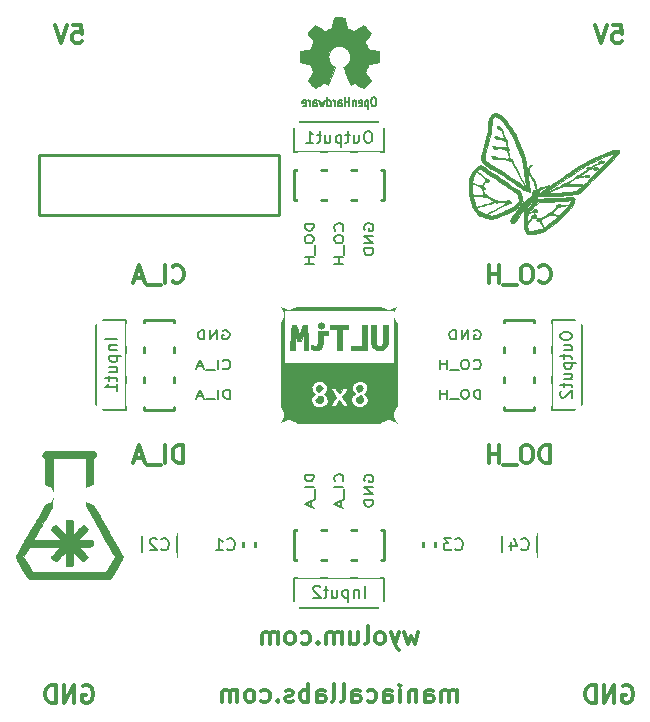
<source format=gbo>
G04 #@! TF.FileFunction,Legend,Bot*
%FSLAX46Y46*%
G04 Gerber Fmt 4.6, Leading zero omitted, Abs format (unit mm)*
G04 Created by KiCad (PCBNEW 4.0.2-4+6225~38~ubuntu15.04.1-stable) date Fri Mar 18 16:27:35 2016*
%MOMM*%
G01*
G04 APERTURE LIST*
%ADD10C,0.254000*%
%ADD11C,0.304800*%
%ADD12C,0.190500*%
%ADD13C,0.010000*%
%ADD14C,0.002540*%
%ADD15C,0.152400*%
%ADD16C,0.150000*%
%ADD17C,0.203200*%
%ADD18C,0.127000*%
%ADD19R,1.930400X1.574800*%
%ADD20C,1.708000*%
%ADD21C,6.108000*%
%ADD22R,5.588000X1.905000*%
%ADD23C,1.905000*%
%ADD24R,1.905000X5.588000*%
%ADD25R,3.008000X2.508000*%
G04 APERTURE END LIST*
D10*
X5080000Y43180000D02*
X5080000Y48260000D01*
X25400000Y43180000D02*
X5080000Y43180000D01*
X25400000Y48260000D02*
X25400000Y43180000D01*
X5080000Y48260000D02*
X25400000Y48260000D01*
D11*
X37156571Y7844971D02*
X36866285Y6828971D01*
X36575999Y7554686D01*
X36285714Y6828971D01*
X35995428Y7844971D01*
X35560000Y7844971D02*
X35197143Y6828971D01*
X34834285Y7844971D02*
X35197143Y6828971D01*
X35342285Y6466114D01*
X35414857Y6393543D01*
X35560000Y6320971D01*
X34036000Y6828971D02*
X34181142Y6901543D01*
X34253714Y6974114D01*
X34326285Y7119257D01*
X34326285Y7554686D01*
X34253714Y7699829D01*
X34181142Y7772400D01*
X34036000Y7844971D01*
X33818285Y7844971D01*
X33673142Y7772400D01*
X33600571Y7699829D01*
X33528000Y7554686D01*
X33528000Y7119257D01*
X33600571Y6974114D01*
X33673142Y6901543D01*
X33818285Y6828971D01*
X34036000Y6828971D01*
X32657143Y6828971D02*
X32802285Y6901543D01*
X32874857Y7046686D01*
X32874857Y8352971D01*
X31423428Y7844971D02*
X31423428Y6828971D01*
X32076571Y7844971D02*
X32076571Y7046686D01*
X32003999Y6901543D01*
X31858857Y6828971D01*
X31641142Y6828971D01*
X31495999Y6901543D01*
X31423428Y6974114D01*
X30697714Y6828971D02*
X30697714Y7844971D01*
X30697714Y7699829D02*
X30625142Y7772400D01*
X30480000Y7844971D01*
X30262285Y7844971D01*
X30117142Y7772400D01*
X30044571Y7627257D01*
X30044571Y6828971D01*
X30044571Y7627257D02*
X29972000Y7772400D01*
X29826857Y7844971D01*
X29609142Y7844971D01*
X29464000Y7772400D01*
X29391428Y7627257D01*
X29391428Y6828971D01*
X28665714Y6974114D02*
X28593142Y6901543D01*
X28665714Y6828971D01*
X28738285Y6901543D01*
X28665714Y6974114D01*
X28665714Y6828971D01*
X27286857Y6901543D02*
X27432000Y6828971D01*
X27722286Y6828971D01*
X27867428Y6901543D01*
X27940000Y6974114D01*
X28012571Y7119257D01*
X28012571Y7554686D01*
X27940000Y7699829D01*
X27867428Y7772400D01*
X27722286Y7844971D01*
X27432000Y7844971D01*
X27286857Y7772400D01*
X26416000Y6828971D02*
X26561142Y6901543D01*
X26633714Y6974114D01*
X26706285Y7119257D01*
X26706285Y7554686D01*
X26633714Y7699829D01*
X26561142Y7772400D01*
X26416000Y7844971D01*
X26198285Y7844971D01*
X26053142Y7772400D01*
X25980571Y7699829D01*
X25908000Y7554686D01*
X25908000Y7119257D01*
X25980571Y6974114D01*
X26053142Y6901543D01*
X26198285Y6828971D01*
X26416000Y6828971D01*
X25254857Y6828971D02*
X25254857Y7844971D01*
X25254857Y7699829D02*
X25182285Y7772400D01*
X25037143Y7844971D01*
X24819428Y7844971D01*
X24674285Y7772400D01*
X24601714Y7627257D01*
X24601714Y6828971D01*
X24601714Y7627257D02*
X24529143Y7772400D01*
X24384000Y7844971D01*
X24166285Y7844971D01*
X24021143Y7772400D01*
X23948571Y7627257D01*
X23948571Y6828971D01*
X40422285Y1952171D02*
X40422285Y2968171D01*
X40422285Y2823029D02*
X40349713Y2895600D01*
X40204571Y2968171D01*
X39986856Y2968171D01*
X39841713Y2895600D01*
X39769142Y2750457D01*
X39769142Y1952171D01*
X39769142Y2750457D02*
X39696571Y2895600D01*
X39551428Y2968171D01*
X39333713Y2968171D01*
X39188571Y2895600D01*
X39115999Y2750457D01*
X39115999Y1952171D01*
X37737142Y1952171D02*
X37737142Y2750457D01*
X37809713Y2895600D01*
X37954856Y2968171D01*
X38245142Y2968171D01*
X38390285Y2895600D01*
X37737142Y2024743D02*
X37882285Y1952171D01*
X38245142Y1952171D01*
X38390285Y2024743D01*
X38462856Y2169886D01*
X38462856Y2315029D01*
X38390285Y2460171D01*
X38245142Y2532743D01*
X37882285Y2532743D01*
X37737142Y2605314D01*
X37011428Y2968171D02*
X37011428Y1952171D01*
X37011428Y2823029D02*
X36938856Y2895600D01*
X36793714Y2968171D01*
X36575999Y2968171D01*
X36430856Y2895600D01*
X36358285Y2750457D01*
X36358285Y1952171D01*
X35632571Y1952171D02*
X35632571Y2968171D01*
X35632571Y3476171D02*
X35705142Y3403600D01*
X35632571Y3331029D01*
X35559999Y3403600D01*
X35632571Y3476171D01*
X35632571Y3331029D01*
X34253714Y1952171D02*
X34253714Y2750457D01*
X34326285Y2895600D01*
X34471428Y2968171D01*
X34761714Y2968171D01*
X34906857Y2895600D01*
X34253714Y2024743D02*
X34398857Y1952171D01*
X34761714Y1952171D01*
X34906857Y2024743D01*
X34979428Y2169886D01*
X34979428Y2315029D01*
X34906857Y2460171D01*
X34761714Y2532743D01*
X34398857Y2532743D01*
X34253714Y2605314D01*
X32874857Y2024743D02*
X33020000Y1952171D01*
X33310286Y1952171D01*
X33455428Y2024743D01*
X33528000Y2097314D01*
X33600571Y2242457D01*
X33600571Y2677886D01*
X33528000Y2823029D01*
X33455428Y2895600D01*
X33310286Y2968171D01*
X33020000Y2968171D01*
X32874857Y2895600D01*
X31568571Y1952171D02*
X31568571Y2750457D01*
X31641142Y2895600D01*
X31786285Y2968171D01*
X32076571Y2968171D01*
X32221714Y2895600D01*
X31568571Y2024743D02*
X31713714Y1952171D01*
X32076571Y1952171D01*
X32221714Y2024743D01*
X32294285Y2169886D01*
X32294285Y2315029D01*
X32221714Y2460171D01*
X32076571Y2532743D01*
X31713714Y2532743D01*
X31568571Y2605314D01*
X30625143Y1952171D02*
X30770285Y2024743D01*
X30842857Y2169886D01*
X30842857Y3476171D01*
X29826857Y1952171D02*
X29971999Y2024743D01*
X30044571Y2169886D01*
X30044571Y3476171D01*
X28593142Y1952171D02*
X28593142Y2750457D01*
X28665713Y2895600D01*
X28810856Y2968171D01*
X29101142Y2968171D01*
X29246285Y2895600D01*
X28593142Y2024743D02*
X28738285Y1952171D01*
X29101142Y1952171D01*
X29246285Y2024743D01*
X29318856Y2169886D01*
X29318856Y2315029D01*
X29246285Y2460171D01*
X29101142Y2532743D01*
X28738285Y2532743D01*
X28593142Y2605314D01*
X27867428Y1952171D02*
X27867428Y3476171D01*
X27867428Y2895600D02*
X27722285Y2968171D01*
X27431999Y2968171D01*
X27286856Y2895600D01*
X27214285Y2823029D01*
X27141714Y2677886D01*
X27141714Y2242457D01*
X27214285Y2097314D01*
X27286856Y2024743D01*
X27431999Y1952171D01*
X27722285Y1952171D01*
X27867428Y2024743D01*
X26561142Y2024743D02*
X26415999Y1952171D01*
X26125714Y1952171D01*
X25980571Y2024743D01*
X25907999Y2169886D01*
X25907999Y2242457D01*
X25980571Y2387600D01*
X26125714Y2460171D01*
X26343428Y2460171D01*
X26488571Y2532743D01*
X26561142Y2677886D01*
X26561142Y2750457D01*
X26488571Y2895600D01*
X26343428Y2968171D01*
X26125714Y2968171D01*
X25980571Y2895600D01*
X25254857Y2097314D02*
X25182285Y2024743D01*
X25254857Y1952171D01*
X25327428Y2024743D01*
X25254857Y2097314D01*
X25254857Y1952171D01*
X23876000Y2024743D02*
X24021143Y1952171D01*
X24311429Y1952171D01*
X24456571Y2024743D01*
X24529143Y2097314D01*
X24601714Y2242457D01*
X24601714Y2677886D01*
X24529143Y2823029D01*
X24456571Y2895600D01*
X24311429Y2968171D01*
X24021143Y2968171D01*
X23876000Y2895600D01*
X23005143Y1952171D02*
X23150285Y2024743D01*
X23222857Y2097314D01*
X23295428Y2242457D01*
X23295428Y2677886D01*
X23222857Y2823029D01*
X23150285Y2895600D01*
X23005143Y2968171D01*
X22787428Y2968171D01*
X22642285Y2895600D01*
X22569714Y2823029D01*
X22497143Y2677886D01*
X22497143Y2242457D01*
X22569714Y2097314D01*
X22642285Y2024743D01*
X22787428Y1952171D01*
X23005143Y1952171D01*
X21844000Y1952171D02*
X21844000Y2968171D01*
X21844000Y2823029D02*
X21771428Y2895600D01*
X21626286Y2968171D01*
X21408571Y2968171D01*
X21263428Y2895600D01*
X21190857Y2750457D01*
X21190857Y1952171D01*
X21190857Y2750457D02*
X21118286Y2895600D01*
X20973143Y2968171D01*
X20755428Y2968171D01*
X20610286Y2895600D01*
X20537714Y2750457D01*
X20537714Y1952171D01*
D12*
X41897905Y33375600D02*
X41994667Y33411886D01*
X42139810Y33411886D01*
X42284952Y33375600D01*
X42381714Y33303029D01*
X42430095Y33230457D01*
X42478476Y33085314D01*
X42478476Y32976457D01*
X42430095Y32831314D01*
X42381714Y32758743D01*
X42284952Y32686171D01*
X42139810Y32649886D01*
X42043048Y32649886D01*
X41897905Y32686171D01*
X41849524Y32722457D01*
X41849524Y32976457D01*
X42043048Y32976457D01*
X41414095Y32649886D02*
X41414095Y33411886D01*
X40833524Y32649886D01*
X40833524Y33411886D01*
X40349714Y32649886D02*
X40349714Y33411886D01*
X40107809Y33411886D01*
X39962667Y33375600D01*
X39865905Y33303029D01*
X39817524Y33230457D01*
X39769143Y33085314D01*
X39769143Y32976457D01*
X39817524Y32831314D01*
X39865905Y32758743D01*
X39962667Y32686171D01*
X40107809Y32649886D01*
X40349714Y32649886D01*
X41849524Y30207857D02*
X41897905Y30171571D01*
X42043048Y30135286D01*
X42139810Y30135286D01*
X42284952Y30171571D01*
X42381714Y30244143D01*
X42430095Y30316714D01*
X42478476Y30461857D01*
X42478476Y30570714D01*
X42430095Y30715857D01*
X42381714Y30788429D01*
X42284952Y30861000D01*
X42139810Y30897286D01*
X42043048Y30897286D01*
X41897905Y30861000D01*
X41849524Y30824714D01*
X41220571Y30897286D02*
X41027048Y30897286D01*
X40930286Y30861000D01*
X40833524Y30788429D01*
X40785143Y30643286D01*
X40785143Y30389286D01*
X40833524Y30244143D01*
X40930286Y30171571D01*
X41027048Y30135286D01*
X41220571Y30135286D01*
X41317333Y30171571D01*
X41414095Y30244143D01*
X41462476Y30389286D01*
X41462476Y30643286D01*
X41414095Y30788429D01*
X41317333Y30861000D01*
X41220571Y30897286D01*
X40591619Y30062714D02*
X39817524Y30062714D01*
X39575619Y30135286D02*
X39575619Y30897286D01*
X39575619Y30534429D02*
X38995048Y30534429D01*
X38995048Y30135286D02*
X38995048Y30897286D01*
X42430095Y27620686D02*
X42430095Y28382686D01*
X42188190Y28382686D01*
X42043048Y28346400D01*
X41946286Y28273829D01*
X41897905Y28201257D01*
X41849524Y28056114D01*
X41849524Y27947257D01*
X41897905Y27802114D01*
X41946286Y27729543D01*
X42043048Y27656971D01*
X42188190Y27620686D01*
X42430095Y27620686D01*
X41220571Y28382686D02*
X41027048Y28382686D01*
X40930286Y28346400D01*
X40833524Y28273829D01*
X40785143Y28128686D01*
X40785143Y27874686D01*
X40833524Y27729543D01*
X40930286Y27656971D01*
X41027048Y27620686D01*
X41220571Y27620686D01*
X41317333Y27656971D01*
X41414095Y27729543D01*
X41462476Y27874686D01*
X41462476Y28128686D01*
X41414095Y28273829D01*
X41317333Y28346400D01*
X41220571Y28382686D01*
X40591619Y27548114D02*
X39817524Y27548114D01*
X39575619Y27620686D02*
X39575619Y28382686D01*
X39575619Y28019829D02*
X38995048Y28019829D01*
X38995048Y27620686D02*
X38995048Y28382686D01*
X28310114Y21190857D02*
X27548114Y21190857D01*
X27548114Y20948952D01*
X27584400Y20803810D01*
X27656971Y20707048D01*
X27729543Y20658667D01*
X27874686Y20610286D01*
X27983543Y20610286D01*
X28128686Y20658667D01*
X28201257Y20707048D01*
X28273829Y20803810D01*
X28310114Y20948952D01*
X28310114Y21190857D01*
X28310114Y20174857D02*
X27548114Y20174857D01*
X28382686Y19932952D02*
X28382686Y19158857D01*
X28092400Y18965333D02*
X28092400Y18481524D01*
X28310114Y19062095D02*
X27548114Y18723428D01*
X28310114Y18384762D01*
X30752143Y20610286D02*
X30788429Y20658667D01*
X30824714Y20803810D01*
X30824714Y20900572D01*
X30788429Y21045714D01*
X30715857Y21142476D01*
X30643286Y21190857D01*
X30498143Y21239238D01*
X30389286Y21239238D01*
X30244143Y21190857D01*
X30171571Y21142476D01*
X30099000Y21045714D01*
X30062714Y20900572D01*
X30062714Y20803810D01*
X30099000Y20658667D01*
X30135286Y20610286D01*
X30824714Y20174857D02*
X30062714Y20174857D01*
X30897286Y19932952D02*
X30897286Y19158857D01*
X30607000Y18965333D02*
X30607000Y18481524D01*
X30824714Y19062095D02*
X30062714Y18723428D01*
X30824714Y18384762D01*
X32613600Y20610286D02*
X32577314Y20707048D01*
X32577314Y20852191D01*
X32613600Y20997333D01*
X32686171Y21094095D01*
X32758743Y21142476D01*
X32903886Y21190857D01*
X33012743Y21190857D01*
X33157886Y21142476D01*
X33230457Y21094095D01*
X33303029Y20997333D01*
X33339314Y20852191D01*
X33339314Y20755429D01*
X33303029Y20610286D01*
X33266743Y20561905D01*
X33012743Y20561905D01*
X33012743Y20755429D01*
X33339314Y20126476D02*
X32577314Y20126476D01*
X33339314Y19545905D01*
X32577314Y19545905D01*
X33339314Y19062095D02*
X32577314Y19062095D01*
X32577314Y18820190D01*
X32613600Y18675048D01*
X32686171Y18578286D01*
X32758743Y18529905D01*
X32903886Y18481524D01*
X33012743Y18481524D01*
X33157886Y18529905D01*
X33230457Y18578286D01*
X33303029Y18675048D01*
X33339314Y18820190D01*
X33339314Y19062095D01*
X20610286Y33375600D02*
X20707048Y33411886D01*
X20852191Y33411886D01*
X20997333Y33375600D01*
X21094095Y33303029D01*
X21142476Y33230457D01*
X21190857Y33085314D01*
X21190857Y32976457D01*
X21142476Y32831314D01*
X21094095Y32758743D01*
X20997333Y32686171D01*
X20852191Y32649886D01*
X20755429Y32649886D01*
X20610286Y32686171D01*
X20561905Y32722457D01*
X20561905Y32976457D01*
X20755429Y32976457D01*
X20126476Y32649886D02*
X20126476Y33411886D01*
X19545905Y32649886D01*
X19545905Y33411886D01*
X19062095Y32649886D02*
X19062095Y33411886D01*
X18820190Y33411886D01*
X18675048Y33375600D01*
X18578286Y33303029D01*
X18529905Y33230457D01*
X18481524Y33085314D01*
X18481524Y32976457D01*
X18529905Y32831314D01*
X18578286Y32758743D01*
X18675048Y32686171D01*
X18820190Y32649886D01*
X19062095Y32649886D01*
X20610286Y30207857D02*
X20658667Y30171571D01*
X20803810Y30135286D01*
X20900572Y30135286D01*
X21045714Y30171571D01*
X21142476Y30244143D01*
X21190857Y30316714D01*
X21239238Y30461857D01*
X21239238Y30570714D01*
X21190857Y30715857D01*
X21142476Y30788429D01*
X21045714Y30861000D01*
X20900572Y30897286D01*
X20803810Y30897286D01*
X20658667Y30861000D01*
X20610286Y30824714D01*
X20174857Y30135286D02*
X20174857Y30897286D01*
X19932952Y30062714D02*
X19158857Y30062714D01*
X18965333Y30353000D02*
X18481524Y30353000D01*
X19062095Y30135286D02*
X18723428Y30897286D01*
X18384762Y30135286D01*
X21190857Y27620686D02*
X21190857Y28382686D01*
X20948952Y28382686D01*
X20803810Y28346400D01*
X20707048Y28273829D01*
X20658667Y28201257D01*
X20610286Y28056114D01*
X20610286Y27947257D01*
X20658667Y27802114D01*
X20707048Y27729543D01*
X20803810Y27656971D01*
X20948952Y27620686D01*
X21190857Y27620686D01*
X20174857Y27620686D02*
X20174857Y28382686D01*
X19932952Y27548114D02*
X19158857Y27548114D01*
X18965333Y27838400D02*
X18481524Y27838400D01*
X19062095Y27620686D02*
X18723428Y28382686D01*
X18384762Y27620686D01*
X28310114Y42430095D02*
X27548114Y42430095D01*
X27548114Y42188190D01*
X27584400Y42043048D01*
X27656971Y41946286D01*
X27729543Y41897905D01*
X27874686Y41849524D01*
X27983543Y41849524D01*
X28128686Y41897905D01*
X28201257Y41946286D01*
X28273829Y42043048D01*
X28310114Y42188190D01*
X28310114Y42430095D01*
X27548114Y41220571D02*
X27548114Y41027048D01*
X27584400Y40930286D01*
X27656971Y40833524D01*
X27802114Y40785143D01*
X28056114Y40785143D01*
X28201257Y40833524D01*
X28273829Y40930286D01*
X28310114Y41027048D01*
X28310114Y41220571D01*
X28273829Y41317333D01*
X28201257Y41414095D01*
X28056114Y41462476D01*
X27802114Y41462476D01*
X27656971Y41414095D01*
X27584400Y41317333D01*
X27548114Y41220571D01*
X28382686Y40591619D02*
X28382686Y39817524D01*
X28310114Y39575619D02*
X27548114Y39575619D01*
X27910971Y39575619D02*
X27910971Y38995048D01*
X28310114Y38995048D02*
X27548114Y38995048D01*
X30752143Y41849524D02*
X30788429Y41897905D01*
X30824714Y42043048D01*
X30824714Y42139810D01*
X30788429Y42284952D01*
X30715857Y42381714D01*
X30643286Y42430095D01*
X30498143Y42478476D01*
X30389286Y42478476D01*
X30244143Y42430095D01*
X30171571Y42381714D01*
X30099000Y42284952D01*
X30062714Y42139810D01*
X30062714Y42043048D01*
X30099000Y41897905D01*
X30135286Y41849524D01*
X30062714Y41220571D02*
X30062714Y41027048D01*
X30099000Y40930286D01*
X30171571Y40833524D01*
X30316714Y40785143D01*
X30570714Y40785143D01*
X30715857Y40833524D01*
X30788429Y40930286D01*
X30824714Y41027048D01*
X30824714Y41220571D01*
X30788429Y41317333D01*
X30715857Y41414095D01*
X30570714Y41462476D01*
X30316714Y41462476D01*
X30171571Y41414095D01*
X30099000Y41317333D01*
X30062714Y41220571D01*
X30897286Y40591619D02*
X30897286Y39817524D01*
X30824714Y39575619D02*
X30062714Y39575619D01*
X30425571Y39575619D02*
X30425571Y38995048D01*
X30824714Y38995048D02*
X30062714Y38995048D01*
X32613600Y41897905D02*
X32577314Y41994667D01*
X32577314Y42139810D01*
X32613600Y42284952D01*
X32686171Y42381714D01*
X32758743Y42430095D01*
X32903886Y42478476D01*
X33012743Y42478476D01*
X33157886Y42430095D01*
X33230457Y42381714D01*
X33303029Y42284952D01*
X33339314Y42139810D01*
X33339314Y42043048D01*
X33303029Y41897905D01*
X33266743Y41849524D01*
X33012743Y41849524D01*
X33012743Y42043048D01*
X33339314Y41414095D02*
X32577314Y41414095D01*
X33339314Y40833524D01*
X32577314Y40833524D01*
X33339314Y40349714D02*
X32577314Y40349714D01*
X32577314Y40107809D01*
X32613600Y39962667D01*
X32686171Y39865905D01*
X32758743Y39817524D01*
X32903886Y39769143D01*
X33012743Y39769143D01*
X33157886Y39817524D01*
X33230457Y39865905D01*
X33303029Y39962667D01*
X33339314Y40107809D01*
X33339314Y40349714D01*
D10*
X37592000Y15494000D02*
X37592000Y14986000D01*
X38608000Y14986000D02*
X38608000Y15494000D01*
X22352000Y15494000D02*
X22352000Y14986000D01*
X23368000Y14986000D02*
X23368000Y15494000D01*
D13*
G36*
X29876476Y35394855D02*
X29331460Y35394709D01*
X28833256Y35394447D01*
X28379868Y35394056D01*
X27969302Y35393522D01*
X27599564Y35392830D01*
X27268659Y35391966D01*
X26974593Y35390916D01*
X26715372Y35389665D01*
X26489000Y35388200D01*
X26293484Y35386505D01*
X26126830Y35384567D01*
X25987042Y35382371D01*
X25872126Y35379903D01*
X25780089Y35377150D01*
X25708934Y35374096D01*
X25656669Y35370727D01*
X25621298Y35367029D01*
X25600828Y35362989D01*
X25594404Y35360040D01*
X25589340Y35353203D01*
X25584697Y35340047D01*
X25580457Y35318460D01*
X25576603Y35286326D01*
X25573115Y35241533D01*
X25569977Y35181965D01*
X25567169Y35105510D01*
X25564674Y35010052D01*
X25562473Y34893479D01*
X25560549Y34753675D01*
X25558883Y34588527D01*
X25557457Y34395921D01*
X25556253Y34173743D01*
X25555252Y33919879D01*
X25554437Y33632215D01*
X25553789Y33308637D01*
X25553291Y32947031D01*
X25552923Y32545282D01*
X25552668Y32101277D01*
X25552509Y31612903D01*
X25552425Y31078044D01*
X25552401Y30494587D01*
X25552400Y30469270D01*
X25552470Y29856434D01*
X25552685Y29292717D01*
X25553056Y28776441D01*
X25553595Y28305926D01*
X25554310Y27879491D01*
X25555213Y27495458D01*
X25556314Y27152147D01*
X25557624Y26847877D01*
X25559153Y26580970D01*
X25560912Y26349745D01*
X25562910Y26152523D01*
X25565159Y25987625D01*
X25567670Y25853369D01*
X25570451Y25748077D01*
X25573515Y25670070D01*
X25576871Y25617667D01*
X25580530Y25589188D01*
X25582881Y25582880D01*
X25597782Y25579034D01*
X25635599Y25575497D01*
X25698010Y25572259D01*
X25786694Y25569309D01*
X25903333Y25566637D01*
X26049605Y25564232D01*
X26227190Y25562084D01*
X26437768Y25560182D01*
X26683019Y25558516D01*
X26964622Y25557076D01*
X27284256Y25555851D01*
X27643603Y25554830D01*
X28044340Y25554003D01*
X28488149Y25553359D01*
X28976709Y25552889D01*
X29511699Y25552581D01*
X30094799Y25552425D01*
X30469270Y25552400D01*
X31054792Y25552423D01*
X31591627Y25552504D01*
X32081891Y25552660D01*
X32527696Y25552910D01*
X32931158Y25553273D01*
X33294389Y25553765D01*
X33619505Y25554407D01*
X33908619Y25555214D01*
X34163844Y25556207D01*
X34387296Y25557403D01*
X34581088Y25558819D01*
X34747334Y25560475D01*
X34888149Y25562388D01*
X35005645Y25564577D01*
X35101938Y25567059D01*
X35179140Y25569854D01*
X35239367Y25572978D01*
X35284732Y25576450D01*
X35317350Y25580289D01*
X35339333Y25584513D01*
X35352797Y25589139D01*
X35359855Y25594185D01*
X35360040Y25594404D01*
X35364322Y25605890D01*
X35368252Y25630921D01*
X35371842Y25671491D01*
X35375108Y25729595D01*
X35378065Y25807228D01*
X35380725Y25906384D01*
X35383104Y26029057D01*
X35385215Y26177242D01*
X35387074Y26352933D01*
X35388694Y26558125D01*
X35390089Y26794811D01*
X35391274Y27064988D01*
X35392263Y27370648D01*
X35392390Y27424867D01*
X32889508Y27424867D01*
X32849291Y27275955D01*
X32767406Y27145315D01*
X32646764Y27039898D01*
X32507613Y26972391D01*
X32360060Y26938582D01*
X32189452Y26926031D01*
X32019058Y26935149D01*
X31887961Y26961371D01*
X31818044Y26992289D01*
X31233993Y26992289D01*
X31211742Y26981651D01*
X31158095Y26977738D01*
X31064368Y26979178D01*
X31037639Y26980073D01*
X30827016Y26987500D01*
X30710658Y27181065D01*
X30651045Y27278213D01*
X30594601Y27366732D01*
X30551084Y27431421D01*
X30541658Y27444373D01*
X30489016Y27514116D01*
X30400538Y27390508D01*
X30336914Y27297513D01*
X30267072Y27189365D01*
X30224996Y27120850D01*
X30137932Y26974800D01*
X29927966Y26974800D01*
X29831891Y26976926D01*
X29758935Y26982586D01*
X29720916Y26990709D01*
X29718049Y26993850D01*
X29731351Y27027272D01*
X29767339Y27093479D01*
X29820246Y27183177D01*
X29884304Y27287070D01*
X29953745Y27395860D01*
X30022801Y27500251D01*
X30025181Y27503683D01*
X29497353Y27503683D01*
X29482124Y27347212D01*
X29425561Y27202242D01*
X29365688Y27118148D01*
X29309659Y27072050D01*
X29224191Y27020525D01*
X29128112Y26973988D01*
X29057600Y26947753D01*
X28982735Y26934805D01*
X28875746Y26928089D01*
X28754920Y26927521D01*
X28638538Y26933017D01*
X28544886Y26944493D01*
X28519697Y26950226D01*
X28360772Y27016945D01*
X28232899Y27115995D01*
X28139667Y27240079D01*
X28084665Y27381897D01*
X28071482Y27534152D01*
X28103708Y27689545D01*
X28128006Y27746677D01*
X28169987Y27822610D01*
X28219327Y27886181D01*
X28287867Y27950101D01*
X28387448Y28027083D01*
X28392967Y28031145D01*
X28381277Y28050738D01*
X28342293Y28095055D01*
X28298718Y28140083D01*
X28198479Y28271736D01*
X28140924Y28417114D01*
X28125046Y28567598D01*
X28149837Y28714569D01*
X28214291Y28849407D01*
X28317400Y28963495D01*
X28401649Y29020779D01*
X28470913Y29056565D01*
X28531802Y29078752D01*
X28600350Y29090532D01*
X28692593Y29095093D01*
X28778200Y29095700D01*
X28927527Y29090681D01*
X29041305Y29072430D01*
X29134081Y29036161D01*
X29220401Y28977089D01*
X29269418Y28934051D01*
X29369049Y28810193D01*
X29429765Y28666431D01*
X29451038Y28513311D01*
X29432338Y28361374D01*
X29373137Y28221165D01*
X29309352Y28137772D01*
X29210347Y28033696D01*
X29302526Y27944173D01*
X29406805Y27811957D01*
X29471997Y27661862D01*
X29497353Y27503683D01*
X30025181Y27503683D01*
X30085705Y27590949D01*
X30104856Y27617272D01*
X30232472Y27789844D01*
X29987936Y28156878D01*
X29908281Y28277140D01*
X29839480Y28382358D01*
X29786095Y28465445D01*
X29752688Y28519316D01*
X29743400Y28536756D01*
X29766795Y28542720D01*
X29828967Y28547211D01*
X29917900Y28549471D01*
X29946726Y28549600D01*
X30150052Y28549600D01*
X30304806Y28308300D01*
X30367046Y28212319D01*
X30418849Y28134437D01*
X30454431Y28083219D01*
X30467792Y28067000D01*
X30484796Y28086434D01*
X30524894Y28139286D01*
X30582015Y28217383D01*
X30647073Y28308300D01*
X30818123Y28549600D01*
X31030956Y28549600D01*
X31109508Y28550509D01*
X31166872Y28549673D01*
X31202040Y28541754D01*
X31214003Y28521411D01*
X31201753Y28483306D01*
X31164283Y28422097D01*
X31100585Y28332446D01*
X31009652Y28209012D01*
X30951853Y28130500D01*
X30870050Y28018130D01*
X30799982Y27920207D01*
X30746724Y27843956D01*
X30715348Y27796601D01*
X30709091Y27784743D01*
X30723399Y27757588D01*
X30760437Y27705582D01*
X30787824Y27670443D01*
X30834713Y27608597D01*
X30897148Y27521576D01*
X30968625Y27419002D01*
X31042642Y27310495D01*
X31112697Y27205676D01*
X31172286Y27114165D01*
X31214906Y27045584D01*
X31233535Y27011025D01*
X31233993Y26992289D01*
X31818044Y26992289D01*
X31726908Y27032590D01*
X31602660Y27137291D01*
X31517963Y27271835D01*
X31475564Y27432585D01*
X31471018Y27513539D01*
X31490198Y27674872D01*
X31549693Y27809091D01*
X31653833Y27924939D01*
X31688720Y27953102D01*
X31792248Y28032065D01*
X31687133Y28148168D01*
X31592604Y28283814D01*
X31537555Y28432031D01*
X31521751Y28583643D01*
X31544960Y28729469D01*
X31606946Y28860330D01*
X31707478Y28967048D01*
X31707991Y28967440D01*
X31854527Y29049248D01*
X32024427Y29095543D01*
X32204735Y29106325D01*
X32382495Y29081593D01*
X32544751Y29021348D01*
X32630179Y28967464D01*
X32722148Y28869464D01*
X32792728Y28739386D01*
X32834217Y28594073D01*
X32841952Y28504335D01*
X32825064Y28349173D01*
X32770494Y28220832D01*
X32683509Y28116817D01*
X32595807Y28033369D01*
X32684929Y27955120D01*
X32749204Y27884020D01*
X32810469Y27793051D01*
X32833277Y27749685D01*
X32885141Y27585094D01*
X32889508Y27424867D01*
X35392390Y27424867D01*
X35393070Y27713786D01*
X35393710Y28096398D01*
X35394197Y28520476D01*
X35394544Y28988016D01*
X35394767Y29501013D01*
X35394880Y30061460D01*
X35394900Y30470297D01*
X35394885Y31053053D01*
X35394824Y31587149D01*
X35394700Y32074723D01*
X35394490Y32517914D01*
X35394177Y32918862D01*
X35393739Y33279706D01*
X35393157Y33602584D01*
X35392412Y33889637D01*
X35391482Y34143004D01*
X35390349Y34364823D01*
X35388992Y34557233D01*
X35387392Y34722375D01*
X35385528Y34862386D01*
X35383381Y34979407D01*
X35380931Y35075576D01*
X35379048Y35128200D01*
X35128200Y35128200D01*
X35128200Y30607000D01*
X25806400Y30607000D01*
X25806400Y35128200D01*
X35128200Y35128200D01*
X35379048Y35128200D01*
X35378158Y35153033D01*
X35375042Y35213916D01*
X35371563Y35260366D01*
X35367702Y35294520D01*
X35363438Y35318518D01*
X35358751Y35334500D01*
X35353622Y35344605D01*
X35349543Y35349543D01*
X35342404Y35355011D01*
X35330965Y35360022D01*
X35313087Y35364596D01*
X35286633Y35368753D01*
X35249461Y35372512D01*
X35199433Y35375894D01*
X35134411Y35378918D01*
X35052254Y35381604D01*
X34950823Y35383973D01*
X34827980Y35386044D01*
X34681585Y35387836D01*
X34509500Y35389371D01*
X34309584Y35390667D01*
X34079698Y35391745D01*
X33817705Y35392624D01*
X33521464Y35393325D01*
X33188836Y35393867D01*
X32817682Y35394270D01*
X32405862Y35394555D01*
X31951239Y35394740D01*
X31451672Y35394846D01*
X30905023Y35394892D01*
X30470297Y35394900D01*
X29876476Y35394855D01*
X29876476Y35394855D01*
G37*
X29876476Y35394855D02*
X29331460Y35394709D01*
X28833256Y35394447D01*
X28379868Y35394056D01*
X27969302Y35393522D01*
X27599564Y35392830D01*
X27268659Y35391966D01*
X26974593Y35390916D01*
X26715372Y35389665D01*
X26489000Y35388200D01*
X26293484Y35386505D01*
X26126830Y35384567D01*
X25987042Y35382371D01*
X25872126Y35379903D01*
X25780089Y35377150D01*
X25708934Y35374096D01*
X25656669Y35370727D01*
X25621298Y35367029D01*
X25600828Y35362989D01*
X25594404Y35360040D01*
X25589340Y35353203D01*
X25584697Y35340047D01*
X25580457Y35318460D01*
X25576603Y35286326D01*
X25573115Y35241533D01*
X25569977Y35181965D01*
X25567169Y35105510D01*
X25564674Y35010052D01*
X25562473Y34893479D01*
X25560549Y34753675D01*
X25558883Y34588527D01*
X25557457Y34395921D01*
X25556253Y34173743D01*
X25555252Y33919879D01*
X25554437Y33632215D01*
X25553789Y33308637D01*
X25553291Y32947031D01*
X25552923Y32545282D01*
X25552668Y32101277D01*
X25552509Y31612903D01*
X25552425Y31078044D01*
X25552401Y30494587D01*
X25552400Y30469270D01*
X25552470Y29856434D01*
X25552685Y29292717D01*
X25553056Y28776441D01*
X25553595Y28305926D01*
X25554310Y27879491D01*
X25555213Y27495458D01*
X25556314Y27152147D01*
X25557624Y26847877D01*
X25559153Y26580970D01*
X25560912Y26349745D01*
X25562910Y26152523D01*
X25565159Y25987625D01*
X25567670Y25853369D01*
X25570451Y25748077D01*
X25573515Y25670070D01*
X25576871Y25617667D01*
X25580530Y25589188D01*
X25582881Y25582880D01*
X25597782Y25579034D01*
X25635599Y25575497D01*
X25698010Y25572259D01*
X25786694Y25569309D01*
X25903333Y25566637D01*
X26049605Y25564232D01*
X26227190Y25562084D01*
X26437768Y25560182D01*
X26683019Y25558516D01*
X26964622Y25557076D01*
X27284256Y25555851D01*
X27643603Y25554830D01*
X28044340Y25554003D01*
X28488149Y25553359D01*
X28976709Y25552889D01*
X29511699Y25552581D01*
X30094799Y25552425D01*
X30469270Y25552400D01*
X31054792Y25552423D01*
X31591627Y25552504D01*
X32081891Y25552660D01*
X32527696Y25552910D01*
X32931158Y25553273D01*
X33294389Y25553765D01*
X33619505Y25554407D01*
X33908619Y25555214D01*
X34163844Y25556207D01*
X34387296Y25557403D01*
X34581088Y25558819D01*
X34747334Y25560475D01*
X34888149Y25562388D01*
X35005645Y25564577D01*
X35101938Y25567059D01*
X35179140Y25569854D01*
X35239367Y25572978D01*
X35284732Y25576450D01*
X35317350Y25580289D01*
X35339333Y25584513D01*
X35352797Y25589139D01*
X35359855Y25594185D01*
X35360040Y25594404D01*
X35364322Y25605890D01*
X35368252Y25630921D01*
X35371842Y25671491D01*
X35375108Y25729595D01*
X35378065Y25807228D01*
X35380725Y25906384D01*
X35383104Y26029057D01*
X35385215Y26177242D01*
X35387074Y26352933D01*
X35388694Y26558125D01*
X35390089Y26794811D01*
X35391274Y27064988D01*
X35392263Y27370648D01*
X35392390Y27424867D01*
X32889508Y27424867D01*
X32849291Y27275955D01*
X32767406Y27145315D01*
X32646764Y27039898D01*
X32507613Y26972391D01*
X32360060Y26938582D01*
X32189452Y26926031D01*
X32019058Y26935149D01*
X31887961Y26961371D01*
X31818044Y26992289D01*
X31233993Y26992289D01*
X31211742Y26981651D01*
X31158095Y26977738D01*
X31064368Y26979178D01*
X31037639Y26980073D01*
X30827016Y26987500D01*
X30710658Y27181065D01*
X30651045Y27278213D01*
X30594601Y27366732D01*
X30551084Y27431421D01*
X30541658Y27444373D01*
X30489016Y27514116D01*
X30400538Y27390508D01*
X30336914Y27297513D01*
X30267072Y27189365D01*
X30224996Y27120850D01*
X30137932Y26974800D01*
X29927966Y26974800D01*
X29831891Y26976926D01*
X29758935Y26982586D01*
X29720916Y26990709D01*
X29718049Y26993850D01*
X29731351Y27027272D01*
X29767339Y27093479D01*
X29820246Y27183177D01*
X29884304Y27287070D01*
X29953745Y27395860D01*
X30022801Y27500251D01*
X30025181Y27503683D01*
X29497353Y27503683D01*
X29482124Y27347212D01*
X29425561Y27202242D01*
X29365688Y27118148D01*
X29309659Y27072050D01*
X29224191Y27020525D01*
X29128112Y26973988D01*
X29057600Y26947753D01*
X28982735Y26934805D01*
X28875746Y26928089D01*
X28754920Y26927521D01*
X28638538Y26933017D01*
X28544886Y26944493D01*
X28519697Y26950226D01*
X28360772Y27016945D01*
X28232899Y27115995D01*
X28139667Y27240079D01*
X28084665Y27381897D01*
X28071482Y27534152D01*
X28103708Y27689545D01*
X28128006Y27746677D01*
X28169987Y27822610D01*
X28219327Y27886181D01*
X28287867Y27950101D01*
X28387448Y28027083D01*
X28392967Y28031145D01*
X28381277Y28050738D01*
X28342293Y28095055D01*
X28298718Y28140083D01*
X28198479Y28271736D01*
X28140924Y28417114D01*
X28125046Y28567598D01*
X28149837Y28714569D01*
X28214291Y28849407D01*
X28317400Y28963495D01*
X28401649Y29020779D01*
X28470913Y29056565D01*
X28531802Y29078752D01*
X28600350Y29090532D01*
X28692593Y29095093D01*
X28778200Y29095700D01*
X28927527Y29090681D01*
X29041305Y29072430D01*
X29134081Y29036161D01*
X29220401Y28977089D01*
X29269418Y28934051D01*
X29369049Y28810193D01*
X29429765Y28666431D01*
X29451038Y28513311D01*
X29432338Y28361374D01*
X29373137Y28221165D01*
X29309352Y28137772D01*
X29210347Y28033696D01*
X29302526Y27944173D01*
X29406805Y27811957D01*
X29471997Y27661862D01*
X29497353Y27503683D01*
X30025181Y27503683D01*
X30085705Y27590949D01*
X30104856Y27617272D01*
X30232472Y27789844D01*
X29987936Y28156878D01*
X29908281Y28277140D01*
X29839480Y28382358D01*
X29786095Y28465445D01*
X29752688Y28519316D01*
X29743400Y28536756D01*
X29766795Y28542720D01*
X29828967Y28547211D01*
X29917900Y28549471D01*
X29946726Y28549600D01*
X30150052Y28549600D01*
X30304806Y28308300D01*
X30367046Y28212319D01*
X30418849Y28134437D01*
X30454431Y28083219D01*
X30467792Y28067000D01*
X30484796Y28086434D01*
X30524894Y28139286D01*
X30582015Y28217383D01*
X30647073Y28308300D01*
X30818123Y28549600D01*
X31030956Y28549600D01*
X31109508Y28550509D01*
X31166872Y28549673D01*
X31202040Y28541754D01*
X31214003Y28521411D01*
X31201753Y28483306D01*
X31164283Y28422097D01*
X31100585Y28332446D01*
X31009652Y28209012D01*
X30951853Y28130500D01*
X30870050Y28018130D01*
X30799982Y27920207D01*
X30746724Y27843956D01*
X30715348Y27796601D01*
X30709091Y27784743D01*
X30723399Y27757588D01*
X30760437Y27705582D01*
X30787824Y27670443D01*
X30834713Y27608597D01*
X30897148Y27521576D01*
X30968625Y27419002D01*
X31042642Y27310495D01*
X31112697Y27205676D01*
X31172286Y27114165D01*
X31214906Y27045584D01*
X31233535Y27011025D01*
X31233993Y26992289D01*
X31818044Y26992289D01*
X31726908Y27032590D01*
X31602660Y27137291D01*
X31517963Y27271835D01*
X31475564Y27432585D01*
X31471018Y27513539D01*
X31490198Y27674872D01*
X31549693Y27809091D01*
X31653833Y27924939D01*
X31688720Y27953102D01*
X31792248Y28032065D01*
X31687133Y28148168D01*
X31592604Y28283814D01*
X31537555Y28432031D01*
X31521751Y28583643D01*
X31544960Y28729469D01*
X31606946Y28860330D01*
X31707478Y28967048D01*
X31707991Y28967440D01*
X31854527Y29049248D01*
X32024427Y29095543D01*
X32204735Y29106325D01*
X32382495Y29081593D01*
X32544751Y29021348D01*
X32630179Y28967464D01*
X32722148Y28869464D01*
X32792728Y28739386D01*
X32834217Y28594073D01*
X32841952Y28504335D01*
X32825064Y28349173D01*
X32770494Y28220832D01*
X32683509Y28116817D01*
X32595807Y28033369D01*
X32684929Y27955120D01*
X32749204Y27884020D01*
X32810469Y27793051D01*
X32833277Y27749685D01*
X32885141Y27585094D01*
X32889508Y27424867D01*
X35392390Y27424867D01*
X35393070Y27713786D01*
X35393710Y28096398D01*
X35394197Y28520476D01*
X35394544Y28988016D01*
X35394767Y29501013D01*
X35394880Y30061460D01*
X35394900Y30470297D01*
X35394885Y31053053D01*
X35394824Y31587149D01*
X35394700Y32074723D01*
X35394490Y32517914D01*
X35394177Y32918862D01*
X35393739Y33279706D01*
X35393157Y33602584D01*
X35392412Y33889637D01*
X35391482Y34143004D01*
X35390349Y34364823D01*
X35388992Y34557233D01*
X35387392Y34722375D01*
X35385528Y34862386D01*
X35383381Y34979407D01*
X35380931Y35075576D01*
X35379048Y35128200D01*
X35128200Y35128200D01*
X35128200Y30607000D01*
X25806400Y30607000D01*
X25806400Y35128200D01*
X35128200Y35128200D01*
X35379048Y35128200D01*
X35378158Y35153033D01*
X35375042Y35213916D01*
X35371563Y35260366D01*
X35367702Y35294520D01*
X35363438Y35318518D01*
X35358751Y35334500D01*
X35353622Y35344605D01*
X35349543Y35349543D01*
X35342404Y35355011D01*
X35330965Y35360022D01*
X35313087Y35364596D01*
X35286633Y35368753D01*
X35249461Y35372512D01*
X35199433Y35375894D01*
X35134411Y35378918D01*
X35052254Y35381604D01*
X34950823Y35383973D01*
X34827980Y35386044D01*
X34681585Y35387836D01*
X34509500Y35389371D01*
X34309584Y35390667D01*
X34079698Y35391745D01*
X33817705Y35392624D01*
X33521464Y35393325D01*
X33188836Y35393867D01*
X32817682Y35394270D01*
X32405862Y35394555D01*
X31951239Y35394740D01*
X31451672Y35394846D01*
X30905023Y35394892D01*
X30470297Y35394900D01*
X29876476Y35394855D01*
G36*
X32170543Y27838986D02*
X32023923Y27764930D01*
X31920460Y27680399D01*
X31862981Y27588189D01*
X31851600Y27523097D01*
X31874985Y27422582D01*
X31942675Y27342770D01*
X32050978Y27287730D01*
X32070606Y27281832D01*
X32145027Y27262952D01*
X32197100Y27258661D01*
X32253114Y27268883D01*
X32296895Y27281178D01*
X32396145Y27330013D01*
X32470779Y27405302D01*
X32502324Y27473105D01*
X32504221Y27565119D01*
X32474958Y27672266D01*
X32420895Y27775429D01*
X32387406Y27818590D01*
X32316317Y27898151D01*
X32170543Y27838986D01*
X32170543Y27838986D01*
G37*
X32170543Y27838986D02*
X32023923Y27764930D01*
X31920460Y27680399D01*
X31862981Y27588189D01*
X31851600Y27523097D01*
X31874985Y27422582D01*
X31942675Y27342770D01*
X32050978Y27287730D01*
X32070606Y27281832D01*
X32145027Y27262952D01*
X32197100Y27258661D01*
X32253114Y27268883D01*
X32296895Y27281178D01*
X32396145Y27330013D01*
X32470779Y27405302D01*
X32502324Y27473105D01*
X32504221Y27565119D01*
X32474958Y27672266D01*
X32420895Y27775429D01*
X32387406Y27818590D01*
X32316317Y27898151D01*
X32170543Y27838986D01*
G36*
X32090347Y28747068D02*
X32030398Y28723935D01*
X31976647Y28678554D01*
X31920394Y28601641D01*
X31904614Y28516995D01*
X31927935Y28412919D01*
X31941469Y28378264D01*
X31996974Y28270650D01*
X32057433Y28211516D01*
X32129991Y28198589D01*
X32221794Y28229598D01*
X32288403Y28267913D01*
X32385903Y28351258D01*
X32441051Y28444200D01*
X32455830Y28538146D01*
X32432225Y28624504D01*
X32372221Y28694681D01*
X32277802Y28740083D01*
X32176421Y28752800D01*
X32090347Y28747068D01*
X32090347Y28747068D01*
G37*
X32090347Y28747068D02*
X32030398Y28723935D01*
X31976647Y28678554D01*
X31920394Y28601641D01*
X31904614Y28516995D01*
X31927935Y28412919D01*
X31941469Y28378264D01*
X31996974Y28270650D01*
X32057433Y28211516D01*
X32129991Y28198589D01*
X32221794Y28229598D01*
X32288403Y28267913D01*
X32385903Y28351258D01*
X32441051Y28444200D01*
X32455830Y28538146D01*
X32432225Y28624504D01*
X32372221Y28694681D01*
X32277802Y28740083D01*
X32176421Y28752800D01*
X32090347Y28747068D01*
G36*
X28881013Y27873709D02*
X28806232Y27847683D01*
X28713891Y27804738D01*
X28704255Y27799724D01*
X28571513Y27715113D01*
X28488954Y27627362D01*
X28456729Y27536861D01*
X28474992Y27443995D01*
X28531584Y27362112D01*
X28593679Y27316831D01*
X28680150Y27278119D01*
X28764750Y27256772D01*
X28790900Y27255457D01*
X28829160Y27264007D01*
X28894014Y27284203D01*
X28917900Y27292461D01*
X29023324Y27346621D01*
X29085049Y27422000D01*
X29107998Y27525098D01*
X29108400Y27544030D01*
X29094105Y27631313D01*
X29057138Y27724711D01*
X29006379Y27808022D01*
X28950706Y27865047D01*
X28925239Y27878202D01*
X28881013Y27873709D01*
X28881013Y27873709D01*
G37*
X28881013Y27873709D02*
X28806232Y27847683D01*
X28713891Y27804738D01*
X28704255Y27799724D01*
X28571513Y27715113D01*
X28488954Y27627362D01*
X28456729Y27536861D01*
X28474992Y27443995D01*
X28531584Y27362112D01*
X28593679Y27316831D01*
X28680150Y27278119D01*
X28764750Y27256772D01*
X28790900Y27255457D01*
X28829160Y27264007D01*
X28894014Y27284203D01*
X28917900Y27292461D01*
X29023324Y27346621D01*
X29085049Y27422000D01*
X29107998Y27525098D01*
X29108400Y27544030D01*
X29094105Y27631313D01*
X29057138Y27724711D01*
X29006379Y27808022D01*
X28950706Y27865047D01*
X28925239Y27878202D01*
X28881013Y27873709D01*
G36*
X28685831Y28746385D02*
X28624838Y28722414D01*
X28586546Y28690455D01*
X28535398Y28605957D01*
X28522382Y28502165D01*
X28545703Y28391189D01*
X28603563Y28285142D01*
X28655137Y28227967D01*
X28714700Y28173034D01*
X28832917Y28233568D01*
X28954382Y28312606D01*
X29028197Y28402308D01*
X29056993Y28506091D01*
X29057600Y28525368D01*
X29035373Y28624284D01*
X28972226Y28697856D01*
X28873462Y28741816D01*
X28775097Y28752800D01*
X28685831Y28746385D01*
X28685831Y28746385D01*
G37*
X28685831Y28746385D02*
X28624838Y28722414D01*
X28586546Y28690455D01*
X28535398Y28605957D01*
X28522382Y28502165D01*
X28545703Y28391189D01*
X28603563Y28285142D01*
X28655137Y28227967D01*
X28714700Y28173034D01*
X28832917Y28233568D01*
X28954382Y28312606D01*
X29028197Y28402308D01*
X29056993Y28506091D01*
X29057600Y28525368D01*
X29035373Y28624284D01*
X28972226Y28697856D01*
X28873462Y28741816D01*
X28775097Y28752800D01*
X28685831Y28746385D01*
G36*
X34163000Y33087291D02*
X34161995Y32831744D01*
X34159022Y32618553D01*
X34154143Y32449624D01*
X34147422Y32326860D01*
X34138921Y32252166D01*
X34134847Y32235619D01*
X34080646Y32153258D01*
X33989569Y32100060D01*
X33868993Y32080240D01*
X33862887Y32080200D01*
X33749972Y32102895D01*
X33662753Y32167577D01*
X33607872Y32269143D01*
X33605217Y32278206D01*
X33597928Y32330187D01*
X33591539Y32426672D01*
X33586249Y32561373D01*
X33582255Y32727999D01*
X33579754Y32920260D01*
X33578942Y33115250D01*
X33578800Y33858200D01*
X33172400Y33858200D01*
X33172400Y33062711D01*
X33172843Y32827392D01*
X33174337Y32637024D01*
X33177131Y32485764D01*
X33181472Y32367767D01*
X33187611Y32277192D01*
X33195795Y32208194D01*
X33206273Y32154930D01*
X33211900Y32134211D01*
X33281076Y31986761D01*
X33388982Y31867165D01*
X33527569Y31783473D01*
X33582011Y31764100D01*
X33709313Y31739381D01*
X33862403Y31728806D01*
X34018191Y31732678D01*
X34153586Y31751302D01*
X34174239Y31756305D01*
X34266329Y31799655D01*
X34364337Y31875868D01*
X34454186Y31971107D01*
X34521800Y32071534D01*
X34542498Y32118300D01*
X34553399Y32163075D01*
X34562512Y32232590D01*
X34570063Y32331382D01*
X34576276Y32463984D01*
X34581378Y32634931D01*
X34585594Y32848756D01*
X34588298Y33039050D01*
X34598536Y33858200D01*
X34163000Y33858200D01*
X34163000Y33087291D01*
X34163000Y33087291D01*
G37*
X34163000Y33087291D02*
X34161995Y32831744D01*
X34159022Y32618553D01*
X34154143Y32449624D01*
X34147422Y32326860D01*
X34138921Y32252166D01*
X34134847Y32235619D01*
X34080646Y32153258D01*
X33989569Y32100060D01*
X33868993Y32080240D01*
X33862887Y32080200D01*
X33749972Y32102895D01*
X33662753Y32167577D01*
X33607872Y32269143D01*
X33605217Y32278206D01*
X33597928Y32330187D01*
X33591539Y32426672D01*
X33586249Y32561373D01*
X33582255Y32727999D01*
X33579754Y32920260D01*
X33578942Y33115250D01*
X33578800Y33858200D01*
X33172400Y33858200D01*
X33172400Y33062711D01*
X33172843Y32827392D01*
X33174337Y32637024D01*
X33177131Y32485764D01*
X33181472Y32367767D01*
X33187611Y32277192D01*
X33195795Y32208194D01*
X33206273Y32154930D01*
X33211900Y32134211D01*
X33281076Y31986761D01*
X33388982Y31867165D01*
X33527569Y31783473D01*
X33582011Y31764100D01*
X33709313Y31739381D01*
X33862403Y31728806D01*
X34018191Y31732678D01*
X34153586Y31751302D01*
X34174239Y31756305D01*
X34266329Y31799655D01*
X34364337Y31875868D01*
X34454186Y31971107D01*
X34521800Y32071534D01*
X34542498Y32118300D01*
X34553399Y32163075D01*
X34562512Y32232590D01*
X34570063Y32331382D01*
X34576276Y32463984D01*
X34581378Y32634931D01*
X34585594Y32848756D01*
X34588298Y33039050D01*
X34598536Y33858200D01*
X34163000Y33858200D01*
X34163000Y33087291D01*
G36*
X28651200Y32805296D02*
X28649652Y32583313D01*
X28645028Y32409848D01*
X28637360Y32285549D01*
X28626678Y32211060D01*
X28621617Y32195462D01*
X28568299Y32129568D01*
X28482203Y32096703D01*
X28361368Y32096651D01*
X28203836Y32129195D01*
X28154017Y32143770D01*
X28125144Y32147977D01*
X28106186Y32132092D01*
X28092008Y32086183D01*
X28077475Y32000319D01*
X28076503Y31993838D01*
X28051673Y31827686D01*
X28154587Y31786239D01*
X28261986Y31756130D01*
X28393708Y31738018D01*
X28530920Y31732750D01*
X28654790Y31741171D01*
X28736614Y31760127D01*
X28832397Y31804233D01*
X28908145Y31860962D01*
X28966347Y31936446D01*
X29009493Y32036818D01*
X29040070Y32168209D01*
X29060568Y32336752D01*
X29073475Y32548578D01*
X29075287Y32594550D01*
X29090930Y33020000D01*
X29514800Y33020000D01*
X29514800Y33350200D01*
X28651200Y33350200D01*
X28651200Y32805296D01*
X28651200Y32805296D01*
G37*
X28651200Y32805296D02*
X28649652Y32583313D01*
X28645028Y32409848D01*
X28637360Y32285549D01*
X28626678Y32211060D01*
X28621617Y32195462D01*
X28568299Y32129568D01*
X28482203Y32096703D01*
X28361368Y32096651D01*
X28203836Y32129195D01*
X28154017Y32143770D01*
X28125144Y32147977D01*
X28106186Y32132092D01*
X28092008Y32086183D01*
X28077475Y32000319D01*
X28076503Y31993838D01*
X28051673Y31827686D01*
X28154587Y31786239D01*
X28261986Y31756130D01*
X28393708Y31738018D01*
X28530920Y31732750D01*
X28654790Y31741171D01*
X28736614Y31760127D01*
X28832397Y31804233D01*
X28908145Y31860962D01*
X28966347Y31936446D01*
X29009493Y32036818D01*
X29040070Y32168209D01*
X29060568Y32336752D01*
X29073475Y32548578D01*
X29075287Y32594550D01*
X29090930Y33020000D01*
X29514800Y33020000D01*
X29514800Y33350200D01*
X28651200Y33350200D01*
X28651200Y32805296D01*
G36*
X32359600Y32105600D02*
X31470600Y32105600D01*
X31470600Y31775400D01*
X32791400Y31775400D01*
X32791400Y33858200D01*
X32359600Y33858200D01*
X32359600Y32105600D01*
X32359600Y32105600D01*
G37*
X32359600Y32105600D02*
X31470600Y32105600D01*
X31470600Y31775400D01*
X32791400Y31775400D01*
X32791400Y33858200D01*
X32359600Y33858200D01*
X32359600Y32105600D01*
G36*
X29723190Y33686750D02*
X29730700Y33515300D01*
X30276800Y33500882D01*
X30276800Y31775400D01*
X30683200Y31775400D01*
X30683200Y33502600D01*
X31242000Y33502600D01*
X31242000Y33858200D01*
X30478840Y33858201D01*
X29715679Y33858201D01*
X29723190Y33686750D01*
X29723190Y33686750D01*
G37*
X29723190Y33686750D02*
X29730700Y33515300D01*
X30276800Y33500882D01*
X30276800Y31775400D01*
X30683200Y31775400D01*
X30683200Y33502600D01*
X31242000Y33502600D01*
X31242000Y33858200D01*
X30478840Y33858201D01*
X29715679Y33858201D01*
X29723190Y33686750D01*
G36*
X26524299Y33856474D02*
X26470365Y33849540D01*
X26446153Y33834764D01*
X26441089Y33813750D01*
X26438873Y33774343D01*
X26432946Y33693873D01*
X26424059Y33581882D01*
X26412962Y33447911D01*
X26404629Y33350200D01*
X26390413Y33173575D01*
X26376555Y32980542D01*
X26364424Y32791529D01*
X26355387Y32626962D01*
X26353604Y32588200D01*
X26346550Y32433782D01*
X26338552Y32271602D01*
X26330625Y32121617D01*
X26324193Y32010350D01*
X26309660Y31775400D01*
X26694656Y31775400D01*
X26701378Y32542506D01*
X26708100Y33309611D01*
X26936700Y32512099D01*
X27092151Y32512050D01*
X27247602Y32512000D01*
X27470100Y33312100D01*
X27476823Y32543750D01*
X27483545Y31775400D01*
X27866877Y31775400D01*
X27853187Y31946850D01*
X27847198Y32036002D01*
X27840311Y32161027D01*
X27833278Y32307027D01*
X27826850Y32459102D01*
X27825314Y32499300D01*
X27817458Y32686653D01*
X27807554Y32886298D01*
X27796240Y33088162D01*
X27784151Y33282174D01*
X27771923Y33458262D01*
X27760193Y33606355D01*
X27749596Y33716380D01*
X27747100Y33737550D01*
X27732034Y33858200D01*
X27390356Y33858200D01*
X27094624Y32931100D01*
X26945071Y33394650D01*
X26795518Y33858201D01*
X26618459Y33858201D01*
X26524299Y33856474D01*
X26524299Y33856474D01*
G37*
X26524299Y33856474D02*
X26470365Y33849540D01*
X26446153Y33834764D01*
X26441089Y33813750D01*
X26438873Y33774343D01*
X26432946Y33693873D01*
X26424059Y33581882D01*
X26412962Y33447911D01*
X26404629Y33350200D01*
X26390413Y33173575D01*
X26376555Y32980542D01*
X26364424Y32791529D01*
X26355387Y32626962D01*
X26353604Y32588200D01*
X26346550Y32433782D01*
X26338552Y32271602D01*
X26330625Y32121617D01*
X26324193Y32010350D01*
X26309660Y31775400D01*
X26694656Y31775400D01*
X26701378Y32542506D01*
X26708100Y33309611D01*
X26936700Y32512099D01*
X27092151Y32512050D01*
X27247602Y32512000D01*
X27470100Y33312100D01*
X27476823Y32543750D01*
X27483545Y31775400D01*
X27866877Y31775400D01*
X27853187Y31946850D01*
X27847198Y32036002D01*
X27840311Y32161027D01*
X27833278Y32307027D01*
X27826850Y32459102D01*
X27825314Y32499300D01*
X27817458Y32686653D01*
X27807554Y32886298D01*
X27796240Y33088162D01*
X27784151Y33282174D01*
X27771923Y33458262D01*
X27760193Y33606355D01*
X27749596Y33716380D01*
X27747100Y33737550D01*
X27732034Y33858200D01*
X27390356Y33858200D01*
X27094624Y32931100D01*
X26945071Y33394650D01*
X26795518Y33858201D01*
X26618459Y33858201D01*
X26524299Y33856474D01*
G36*
X28808673Y34043944D02*
X28735560Y33982966D01*
X28688224Y33900631D01*
X28672338Y33806499D01*
X28693576Y33710130D01*
X28750847Y33627647D01*
X28844156Y33566401D01*
X28948527Y33551435D01*
X29053533Y33582998D01*
X29106452Y33619158D01*
X29156490Y33669564D01*
X29179247Y33723649D01*
X29184600Y33804007D01*
X29169723Y33920758D01*
X29122101Y34001943D01*
X29037252Y34054207D01*
X29009536Y34063582D01*
X28901889Y34074002D01*
X28808673Y34043944D01*
X28808673Y34043944D01*
G37*
X28808673Y34043944D02*
X28735560Y33982966D01*
X28688224Y33900631D01*
X28672338Y33806499D01*
X28693576Y33710130D01*
X28750847Y33627647D01*
X28844156Y33566401D01*
X28948527Y33551435D01*
X29053533Y33582998D01*
X29106452Y33619158D01*
X29156490Y33669564D01*
X29179247Y33723649D01*
X29184600Y33804007D01*
X29169723Y33920758D01*
X29122101Y34001943D01*
X29037252Y34054207D01*
X29009536Y34063582D01*
X28901889Y34074002D01*
X28808673Y34043944D01*
D14*
G36*
X32504380Y53896260D02*
X32468820Y53916580D01*
X32390080Y53964840D01*
X32278320Y54038500D01*
X32146240Y54124860D01*
X32014160Y54216300D01*
X31904940Y54287420D01*
X31828740Y54338220D01*
X31798260Y54356000D01*
X31780480Y54348380D01*
X31716980Y54317900D01*
X31628080Y54272180D01*
X31574740Y54244240D01*
X31490920Y54208680D01*
X31447740Y54201060D01*
X31442660Y54211220D01*
X31412180Y54274720D01*
X31363920Y54383940D01*
X31300420Y54528720D01*
X31226760Y54698900D01*
X31150560Y54881780D01*
X31071820Y55067200D01*
X30998160Y55245000D01*
X30934660Y55405020D01*
X30881320Y55537100D01*
X30845760Y55626000D01*
X30833060Y55664100D01*
X30838140Y55674260D01*
X30878780Y55714900D01*
X30952440Y55768240D01*
X31109920Y55897780D01*
X31267400Y56090820D01*
X31361380Y56311800D01*
X31394400Y56558180D01*
X31366460Y56786780D01*
X31277560Y57005220D01*
X31125160Y57200800D01*
X30939740Y57348120D01*
X30723840Y57439560D01*
X30480000Y57470040D01*
X30248860Y57444640D01*
X30025340Y57355740D01*
X29827220Y57205880D01*
X29743400Y57109360D01*
X29629100Y56911240D01*
X29565600Y56697880D01*
X29557980Y56642000D01*
X29568140Y56408320D01*
X29636720Y56184800D01*
X29761180Y55984140D01*
X29931360Y55819040D01*
X29954220Y55803800D01*
X30032960Y55742840D01*
X30086300Y55702200D01*
X30129480Y55669180D01*
X29829760Y54950360D01*
X29781500Y54836060D01*
X29700220Y54637940D01*
X29629100Y54470300D01*
X29570680Y54335680D01*
X29530040Y54244240D01*
X29512260Y54208680D01*
X29512260Y54206140D01*
X29484320Y54201060D01*
X29430980Y54221380D01*
X29329380Y54269640D01*
X29263340Y54305200D01*
X29187140Y54340760D01*
X29151580Y54356000D01*
X29123640Y54338220D01*
X29049980Y54292500D01*
X28943300Y54221380D01*
X28813760Y54132480D01*
X28691840Y54048660D01*
X28580080Y53975000D01*
X28498800Y53921660D01*
X28458160Y53901340D01*
X28453080Y53901340D01*
X28417520Y53921660D01*
X28351480Y53975000D01*
X28254960Y54066440D01*
X28115260Y54203600D01*
X28094940Y54226460D01*
X27980640Y54340760D01*
X27889200Y54437280D01*
X27825700Y54508400D01*
X27802840Y54538880D01*
X27802840Y54538880D01*
X27823160Y54576980D01*
X27876500Y54660800D01*
X27950160Y54775100D01*
X28041600Y54907180D01*
X28280360Y55252620D01*
X28148280Y55580280D01*
X28107640Y55679340D01*
X28056840Y55801260D01*
X28018740Y55887620D01*
X28000960Y55925720D01*
X27965400Y55938420D01*
X27876500Y55958740D01*
X27746960Y55986680D01*
X27592020Y56014620D01*
X27444700Y56042560D01*
X27312620Y56067960D01*
X27216100Y56085740D01*
X27172920Y56093360D01*
X27162760Y56100980D01*
X27152600Y56121300D01*
X27147520Y56167020D01*
X27144980Y56248300D01*
X27142440Y56375300D01*
X27142440Y56558180D01*
X27142440Y56578500D01*
X27144980Y56753760D01*
X27147520Y56893460D01*
X27152600Y56984900D01*
X27157680Y57020460D01*
X27157680Y57020460D01*
X27200860Y57030620D01*
X27294840Y57050940D01*
X27426920Y57076340D01*
X27584400Y57106820D01*
X27594560Y57109360D01*
X27752040Y57139840D01*
X27886660Y57167780D01*
X27978100Y57188100D01*
X28016200Y57200800D01*
X28026360Y57210960D01*
X28056840Y57274460D01*
X28102560Y57370980D01*
X28155900Y57490360D01*
X28206700Y57614820D01*
X28249880Y57726580D01*
X28280360Y57810400D01*
X28290520Y57848500D01*
X28290520Y57848500D01*
X28265120Y57886600D01*
X28211780Y57967880D01*
X28135580Y58082180D01*
X28041600Y58216800D01*
X28036520Y58226960D01*
X27945080Y58359040D01*
X27871420Y58473340D01*
X27823160Y58554620D01*
X27802840Y58590180D01*
X27805380Y58592720D01*
X27833320Y58630820D01*
X27901900Y58707020D01*
X27998420Y58808620D01*
X28115260Y58928000D01*
X28153360Y58963560D01*
X28282900Y59090560D01*
X28374340Y59174380D01*
X28430220Y59217560D01*
X28455620Y59227720D01*
X28458160Y59227720D01*
X28498800Y59202320D01*
X28582620Y59146440D01*
X28696920Y59070240D01*
X28831540Y58978800D01*
X28841700Y58971180D01*
X28973780Y58879740D01*
X29085540Y58806080D01*
X29164280Y58752740D01*
X29199840Y58732420D01*
X29204920Y58732420D01*
X29260800Y58747660D01*
X29354780Y58780680D01*
X29471620Y58826400D01*
X29596080Y58877200D01*
X29707840Y58922920D01*
X29791660Y58961020D01*
X29829760Y58983880D01*
X29832300Y58986420D01*
X29845000Y59034680D01*
X29867860Y59133740D01*
X29898340Y59270900D01*
X29928820Y59436000D01*
X29933900Y59461400D01*
X29964380Y59621420D01*
X29989780Y59750960D01*
X30007560Y59842400D01*
X30017720Y59880500D01*
X30040580Y59885580D01*
X30116780Y59890660D01*
X30236160Y59893200D01*
X30378400Y59895740D01*
X30530800Y59895740D01*
X30678120Y59890660D01*
X30802580Y59888120D01*
X30894020Y59880500D01*
X30932120Y59872880D01*
X30932120Y59870340D01*
X30947360Y59822080D01*
X30967680Y59723020D01*
X30995620Y59583320D01*
X31028640Y59420760D01*
X31033720Y59390280D01*
X31064200Y59232800D01*
X31089600Y59103260D01*
X31109920Y59011820D01*
X31120080Y58976260D01*
X31132780Y58968640D01*
X31198820Y58940700D01*
X31305500Y58897520D01*
X31437580Y58844180D01*
X31742380Y58719720D01*
X32118300Y58976260D01*
X32151320Y58999120D01*
X32285940Y59093100D01*
X32397700Y59166760D01*
X32473900Y59215020D01*
X32506920Y59232800D01*
X32509460Y59232800D01*
X32547560Y59199780D01*
X32621220Y59131200D01*
X32722820Y59032140D01*
X32839660Y58912760D01*
X32928560Y58826400D01*
X33030160Y58722260D01*
X33096200Y58651140D01*
X33131760Y58605420D01*
X33144460Y58577480D01*
X33141920Y58559700D01*
X33116520Y58521600D01*
X33063180Y58437780D01*
X32984440Y58326020D01*
X32893000Y58191400D01*
X32819340Y58082180D01*
X32738060Y57955180D01*
X32684720Y57866280D01*
X32666940Y57823100D01*
X32672020Y57802780D01*
X32697420Y57731660D01*
X32740600Y57619900D01*
X32799020Y57487820D01*
X32928560Y57190640D01*
X33121600Y57152540D01*
X33240980Y57132220D01*
X33406080Y57099200D01*
X33563560Y57068720D01*
X33809940Y57020460D01*
X33817560Y56116220D01*
X33779460Y56100980D01*
X33743900Y56090820D01*
X33652460Y56070500D01*
X33522920Y56045100D01*
X33367980Y56017160D01*
X33238440Y55991760D01*
X33106360Y55966360D01*
X33009840Y55948580D01*
X32969200Y55938420D01*
X32959040Y55925720D01*
X32926020Y55862220D01*
X32877760Y55760620D01*
X32826960Y55638700D01*
X32773620Y55511700D01*
X32727900Y55394860D01*
X32694880Y55305960D01*
X32682180Y55257700D01*
X32699960Y55224680D01*
X32750760Y55145940D01*
X32821880Y55036720D01*
X32913320Y54904640D01*
X33002220Y54775100D01*
X33078420Y54660800D01*
X33129220Y54582060D01*
X33152080Y54543960D01*
X33141920Y54518560D01*
X33088580Y54455060D01*
X32989520Y54353460D01*
X32842200Y54208680D01*
X32819340Y54185820D01*
X32702500Y54071520D01*
X32603440Y53980080D01*
X32534860Y53919120D01*
X32504380Y53896260D01*
X32504380Y53896260D01*
G37*
X32504380Y53896260D02*
X32468820Y53916580D01*
X32390080Y53964840D01*
X32278320Y54038500D01*
X32146240Y54124860D01*
X32014160Y54216300D01*
X31904940Y54287420D01*
X31828740Y54338220D01*
X31798260Y54356000D01*
X31780480Y54348380D01*
X31716980Y54317900D01*
X31628080Y54272180D01*
X31574740Y54244240D01*
X31490920Y54208680D01*
X31447740Y54201060D01*
X31442660Y54211220D01*
X31412180Y54274720D01*
X31363920Y54383940D01*
X31300420Y54528720D01*
X31226760Y54698900D01*
X31150560Y54881780D01*
X31071820Y55067200D01*
X30998160Y55245000D01*
X30934660Y55405020D01*
X30881320Y55537100D01*
X30845760Y55626000D01*
X30833060Y55664100D01*
X30838140Y55674260D01*
X30878780Y55714900D01*
X30952440Y55768240D01*
X31109920Y55897780D01*
X31267400Y56090820D01*
X31361380Y56311800D01*
X31394400Y56558180D01*
X31366460Y56786780D01*
X31277560Y57005220D01*
X31125160Y57200800D01*
X30939740Y57348120D01*
X30723840Y57439560D01*
X30480000Y57470040D01*
X30248860Y57444640D01*
X30025340Y57355740D01*
X29827220Y57205880D01*
X29743400Y57109360D01*
X29629100Y56911240D01*
X29565600Y56697880D01*
X29557980Y56642000D01*
X29568140Y56408320D01*
X29636720Y56184800D01*
X29761180Y55984140D01*
X29931360Y55819040D01*
X29954220Y55803800D01*
X30032960Y55742840D01*
X30086300Y55702200D01*
X30129480Y55669180D01*
X29829760Y54950360D01*
X29781500Y54836060D01*
X29700220Y54637940D01*
X29629100Y54470300D01*
X29570680Y54335680D01*
X29530040Y54244240D01*
X29512260Y54208680D01*
X29512260Y54206140D01*
X29484320Y54201060D01*
X29430980Y54221380D01*
X29329380Y54269640D01*
X29263340Y54305200D01*
X29187140Y54340760D01*
X29151580Y54356000D01*
X29123640Y54338220D01*
X29049980Y54292500D01*
X28943300Y54221380D01*
X28813760Y54132480D01*
X28691840Y54048660D01*
X28580080Y53975000D01*
X28498800Y53921660D01*
X28458160Y53901340D01*
X28453080Y53901340D01*
X28417520Y53921660D01*
X28351480Y53975000D01*
X28254960Y54066440D01*
X28115260Y54203600D01*
X28094940Y54226460D01*
X27980640Y54340760D01*
X27889200Y54437280D01*
X27825700Y54508400D01*
X27802840Y54538880D01*
X27802840Y54538880D01*
X27823160Y54576980D01*
X27876500Y54660800D01*
X27950160Y54775100D01*
X28041600Y54907180D01*
X28280360Y55252620D01*
X28148280Y55580280D01*
X28107640Y55679340D01*
X28056840Y55801260D01*
X28018740Y55887620D01*
X28000960Y55925720D01*
X27965400Y55938420D01*
X27876500Y55958740D01*
X27746960Y55986680D01*
X27592020Y56014620D01*
X27444700Y56042560D01*
X27312620Y56067960D01*
X27216100Y56085740D01*
X27172920Y56093360D01*
X27162760Y56100980D01*
X27152600Y56121300D01*
X27147520Y56167020D01*
X27144980Y56248300D01*
X27142440Y56375300D01*
X27142440Y56558180D01*
X27142440Y56578500D01*
X27144980Y56753760D01*
X27147520Y56893460D01*
X27152600Y56984900D01*
X27157680Y57020460D01*
X27157680Y57020460D01*
X27200860Y57030620D01*
X27294840Y57050940D01*
X27426920Y57076340D01*
X27584400Y57106820D01*
X27594560Y57109360D01*
X27752040Y57139840D01*
X27886660Y57167780D01*
X27978100Y57188100D01*
X28016200Y57200800D01*
X28026360Y57210960D01*
X28056840Y57274460D01*
X28102560Y57370980D01*
X28155900Y57490360D01*
X28206700Y57614820D01*
X28249880Y57726580D01*
X28280360Y57810400D01*
X28290520Y57848500D01*
X28290520Y57848500D01*
X28265120Y57886600D01*
X28211780Y57967880D01*
X28135580Y58082180D01*
X28041600Y58216800D01*
X28036520Y58226960D01*
X27945080Y58359040D01*
X27871420Y58473340D01*
X27823160Y58554620D01*
X27802840Y58590180D01*
X27805380Y58592720D01*
X27833320Y58630820D01*
X27901900Y58707020D01*
X27998420Y58808620D01*
X28115260Y58928000D01*
X28153360Y58963560D01*
X28282900Y59090560D01*
X28374340Y59174380D01*
X28430220Y59217560D01*
X28455620Y59227720D01*
X28458160Y59227720D01*
X28498800Y59202320D01*
X28582620Y59146440D01*
X28696920Y59070240D01*
X28831540Y58978800D01*
X28841700Y58971180D01*
X28973780Y58879740D01*
X29085540Y58806080D01*
X29164280Y58752740D01*
X29199840Y58732420D01*
X29204920Y58732420D01*
X29260800Y58747660D01*
X29354780Y58780680D01*
X29471620Y58826400D01*
X29596080Y58877200D01*
X29707840Y58922920D01*
X29791660Y58961020D01*
X29829760Y58983880D01*
X29832300Y58986420D01*
X29845000Y59034680D01*
X29867860Y59133740D01*
X29898340Y59270900D01*
X29928820Y59436000D01*
X29933900Y59461400D01*
X29964380Y59621420D01*
X29989780Y59750960D01*
X30007560Y59842400D01*
X30017720Y59880500D01*
X30040580Y59885580D01*
X30116780Y59890660D01*
X30236160Y59893200D01*
X30378400Y59895740D01*
X30530800Y59895740D01*
X30678120Y59890660D01*
X30802580Y59888120D01*
X30894020Y59880500D01*
X30932120Y59872880D01*
X30932120Y59870340D01*
X30947360Y59822080D01*
X30967680Y59723020D01*
X30995620Y59583320D01*
X31028640Y59420760D01*
X31033720Y59390280D01*
X31064200Y59232800D01*
X31089600Y59103260D01*
X31109920Y59011820D01*
X31120080Y58976260D01*
X31132780Y58968640D01*
X31198820Y58940700D01*
X31305500Y58897520D01*
X31437580Y58844180D01*
X31742380Y58719720D01*
X32118300Y58976260D01*
X32151320Y58999120D01*
X32285940Y59093100D01*
X32397700Y59166760D01*
X32473900Y59215020D01*
X32506920Y59232800D01*
X32509460Y59232800D01*
X32547560Y59199780D01*
X32621220Y59131200D01*
X32722820Y59032140D01*
X32839660Y58912760D01*
X32928560Y58826400D01*
X33030160Y58722260D01*
X33096200Y58651140D01*
X33131760Y58605420D01*
X33144460Y58577480D01*
X33141920Y58559700D01*
X33116520Y58521600D01*
X33063180Y58437780D01*
X32984440Y58326020D01*
X32893000Y58191400D01*
X32819340Y58082180D01*
X32738060Y57955180D01*
X32684720Y57866280D01*
X32666940Y57823100D01*
X32672020Y57802780D01*
X32697420Y57731660D01*
X32740600Y57619900D01*
X32799020Y57487820D01*
X32928560Y57190640D01*
X33121600Y57152540D01*
X33240980Y57132220D01*
X33406080Y57099200D01*
X33563560Y57068720D01*
X33809940Y57020460D01*
X33817560Y56116220D01*
X33779460Y56100980D01*
X33743900Y56090820D01*
X33652460Y56070500D01*
X33522920Y56045100D01*
X33367980Y56017160D01*
X33238440Y55991760D01*
X33106360Y55966360D01*
X33009840Y55948580D01*
X32969200Y55938420D01*
X32959040Y55925720D01*
X32926020Y55862220D01*
X32877760Y55760620D01*
X32826960Y55638700D01*
X32773620Y55511700D01*
X32727900Y55394860D01*
X32694880Y55305960D01*
X32682180Y55257700D01*
X32699960Y55224680D01*
X32750760Y55145940D01*
X32821880Y55036720D01*
X32913320Y54904640D01*
X33002220Y54775100D01*
X33078420Y54660800D01*
X33129220Y54582060D01*
X33152080Y54543960D01*
X33141920Y54518560D01*
X33088580Y54455060D01*
X32989520Y54353460D01*
X32842200Y54208680D01*
X32819340Y54185820D01*
X32702500Y54071520D01*
X32603440Y53980080D01*
X32534860Y53919120D01*
X32504380Y53896260D01*
D13*
G36*
X49942750Y44687183D02*
X49720500Y44657492D01*
X49595333Y44644224D01*
X49401075Y44630185D01*
X49153290Y44616189D01*
X48867539Y44603050D01*
X48559385Y44591583D01*
X48331422Y44584794D01*
X47238677Y44555833D01*
X46997922Y44315747D01*
X46852461Y44172396D01*
X46676673Y44001636D01*
X46502003Y43833958D01*
X46452164Y43786580D01*
X46147161Y43497500D01*
X46118106Y42807706D01*
X46107700Y42551138D01*
X46102462Y42361880D01*
X46103965Y42222653D01*
X46113778Y42116177D01*
X46133473Y42025174D01*
X46164622Y41932363D01*
X46207590Y41823456D01*
X46259090Y41696391D01*
X46304099Y41609740D01*
X46358544Y41557773D01*
X46438356Y41534758D01*
X46559463Y41534964D01*
X46737795Y41552658D01*
X46905334Y41572395D01*
X47087027Y41598182D01*
X47267528Y41630912D01*
X47371000Y41654347D01*
X47530606Y41695910D01*
X47688677Y41736976D01*
X47721612Y41745515D01*
X47851098Y41804364D01*
X48016398Y41918513D01*
X48165242Y42043933D01*
X48176690Y42053658D01*
X47736474Y42053658D01*
X47734810Y42048032D01*
X47674981Y42020666D01*
X47552367Y41984529D01*
X47387810Y41944089D01*
X47202149Y41903816D01*
X47016224Y41868179D01*
X46850877Y41841647D01*
X46726947Y41828690D01*
X46709386Y41828126D01*
X46579607Y41830338D01*
X46506694Y41850360D01*
X46462952Y41901810D01*
X46435229Y41962917D01*
X46381836Y42136199D01*
X46381846Y42291369D01*
X46439988Y42449537D01*
X46560992Y42631813D01*
X46594787Y42675073D01*
X46713076Y42816521D01*
X46801866Y42901415D01*
X46878615Y42943652D01*
X46948279Y42956454D01*
X47083599Y42950014D01*
X47178784Y42916234D01*
X47217561Y42863972D01*
X47200756Y42819069D01*
X47171473Y42743650D01*
X47217441Y42691507D01*
X47330394Y42672000D01*
X47330633Y42672000D01*
X47397062Y42664403D01*
X47450980Y42631212D01*
X47506676Y42556827D01*
X47578436Y42425648D01*
X47606019Y42371328D01*
X47674099Y42228268D01*
X47720172Y42115881D01*
X47736474Y42053658D01*
X48176690Y42053658D01*
X48340500Y42192803D01*
X48548645Y42355062D01*
X48750188Y42500168D01*
X48788297Y42525815D01*
X49013229Y42690215D01*
X49253440Y42897166D01*
X49414634Y43054421D01*
X48989715Y43054421D01*
X48959911Y43012285D01*
X48952825Y43004396D01*
X48889542Y42947873D01*
X48774312Y42856824D01*
X48624819Y42744885D01*
X48493910Y42650500D01*
X48322638Y42525400D01*
X48164990Y42403672D01*
X48041601Y42301600D01*
X47985168Y42249016D01*
X47898403Y42169228D01*
X47830137Y42124889D01*
X47816666Y42121667D01*
X47776419Y42156960D01*
X47714003Y42249890D01*
X47642323Y42381030D01*
X47636181Y42393388D01*
X47567684Y42538864D01*
X47536230Y42629166D01*
X47537600Y42683052D01*
X47563595Y42716072D01*
X47616196Y42787751D01*
X47617554Y42793457D01*
X47492960Y42793457D01*
X47460884Y42759142D01*
X47454481Y42755038D01*
X47369024Y42717369D01*
X47316682Y42742933D01*
X47309308Y42753742D01*
X47311151Y42804138D01*
X47367755Y42831154D01*
X47445925Y42821641D01*
X47492960Y42793457D01*
X47617554Y42793457D01*
X47625000Y42824741D01*
X47661630Y42876460D01*
X47756622Y42942893D01*
X47887630Y43013166D01*
X48032311Y43076406D01*
X48168317Y43121739D01*
X48269377Y43138315D01*
X48383673Y43149268D01*
X48464587Y43174724D01*
X48464944Y43174949D01*
X48538315Y43185288D01*
X48667741Y43170423D01*
X48773364Y43147545D01*
X48909909Y43111308D01*
X48977537Y43083848D01*
X48989715Y43054421D01*
X49414634Y43054421D01*
X49517733Y43155000D01*
X49814910Y43472045D01*
X49962083Y43636672D01*
X50139312Y43865272D01*
X50195253Y43969642D01*
X49851225Y43969642D01*
X49847311Y43939600D01*
X49840020Y43925626D01*
X49784488Y43850687D01*
X49686836Y43741183D01*
X49561480Y43611047D01*
X49422837Y43474209D01*
X49285321Y43344603D01*
X49163348Y43236161D01*
X49071335Y43162814D01*
X49025376Y43138309D01*
X48944121Y43150530D01*
X48823698Y43180201D01*
X48785823Y43191226D01*
X48659985Y43240310D01*
X48618061Y43264667D01*
X48429334Y43264667D01*
X48393106Y43232844D01*
X48323500Y43222333D01*
X48243943Y43236825D01*
X48217667Y43264667D01*
X48253895Y43296490D01*
X48323500Y43307000D01*
X48403058Y43292509D01*
X48429334Y43264667D01*
X48618061Y43264667D01*
X48561848Y43297325D01*
X48545540Y43311426D01*
X48516925Y43350197D01*
X48519871Y43393363D01*
X48563077Y43456279D01*
X48655244Y43554300D01*
X48719445Y43618343D01*
X48880754Y43764030D01*
X49002488Y43841601D01*
X49067678Y43857333D01*
X49165444Y43872498D01*
X49215540Y43898473D01*
X49275503Y43922253D01*
X49395312Y43946674D01*
X49550329Y43966843D01*
X49568481Y43968592D01*
X49691095Y43978791D01*
X49143960Y43978791D01*
X49111884Y43944476D01*
X49105481Y43940371D01*
X49017111Y43904334D01*
X48952606Y43910826D01*
X48937334Y43939502D01*
X48971719Y43999286D01*
X49052201Y44017286D01*
X49096925Y44006974D01*
X49143960Y43978791D01*
X49691095Y43978791D01*
X49726825Y43981763D01*
X49816068Y43982905D01*
X49851225Y43969642D01*
X50195253Y43969642D01*
X50266116Y44101852D01*
X50311234Y44215637D01*
X50370135Y44395898D01*
X50063881Y44395898D01*
X50062935Y44345704D01*
X50029878Y44250404D01*
X50010891Y44208999D01*
X49967169Y44126030D01*
X49921648Y44075977D01*
X49851729Y44047860D01*
X49734814Y44030700D01*
X49622232Y44020160D01*
X49411353Y44010067D01*
X49268142Y44024862D01*
X49208465Y44046355D01*
X49070806Y44079663D01*
X48968067Y44071956D01*
X48871486Y44039103D01*
X48834947Y43979440D01*
X48831500Y43931213D01*
X48801434Y43841628D01*
X48723967Y43724433D01*
X48618198Y43600295D01*
X48503224Y43489879D01*
X48398145Y43413852D01*
X48332892Y43391667D01*
X48225796Y43371601D01*
X48140209Y43322992D01*
X48102920Y43263225D01*
X48105698Y43244224D01*
X48083308Y43194828D01*
X48000581Y43128458D01*
X47877389Y43055264D01*
X47733598Y42985398D01*
X47589079Y42929010D01*
X47463699Y42896250D01*
X47416055Y42891898D01*
X47299728Y42903323D01*
X47217256Y42931507D01*
X47212250Y42935181D01*
X47167383Y43011424D01*
X47159334Y43062147D01*
X47159024Y43062821D01*
X47014802Y43062821D01*
X47009359Y43050075D01*
X46946855Y43013587D01*
X46870619Y43024793D01*
X46844575Y43048564D01*
X46854707Y43089934D01*
X46912032Y43119340D01*
X46979184Y43120547D01*
X46994511Y43113712D01*
X47014802Y43062821D01*
X47159024Y43062821D01*
X47122888Y43141272D01*
X47074667Y43167734D01*
X47017353Y43212446D01*
X46994278Y43275160D01*
X46949681Y43275160D01*
X46914201Y43201657D01*
X46852417Y43172361D01*
X46775957Y43134668D01*
X46743364Y43037563D01*
X46743018Y43034607D01*
X46708429Y42932559D01*
X46634764Y42803700D01*
X46573685Y42720681D01*
X46418500Y42530981D01*
X46405929Y42840946D01*
X46402492Y43000453D01*
X46405225Y43129883D01*
X46413519Y43203110D01*
X46414450Y43205876D01*
X46472105Y43268642D01*
X46580211Y43334268D01*
X46706414Y43387962D01*
X46818360Y43414930D01*
X46865408Y43412069D01*
X46934043Y43356863D01*
X46949681Y43275160D01*
X46994278Y43275160D01*
X46989879Y43287114D01*
X46996645Y43358052D01*
X47042053Y43391577D01*
X47045409Y43391667D01*
X47121610Y43415098D01*
X47181395Y43450586D01*
X47235359Y43504963D01*
X47231438Y43518667D01*
X47095834Y43518667D01*
X47036124Y43483104D01*
X46987502Y43476333D01*
X46920080Y43494543D01*
X46905334Y43518667D01*
X46941637Y43550220D01*
X47013666Y43561000D01*
X47085691Y43547562D01*
X47095834Y43518667D01*
X47231438Y43518667D01*
X47219822Y43559256D01*
X47205469Y43577586D01*
X47107414Y43636398D01*
X46980233Y43638558D01*
X46855374Y43586573D01*
X46808062Y43545905D01*
X46714639Y43464364D01*
X46602610Y43391061D01*
X46496536Y43339209D01*
X46420975Y43322020D01*
X46404021Y43328535D01*
X46423687Y43365314D01*
X46496025Y43448857D01*
X46611221Y43568796D01*
X46759461Y43714766D01*
X46861929Y43812171D01*
X47347614Y44268028D01*
X48174224Y44295601D01*
X48476120Y44307467D01*
X48791737Y44322970D01*
X49094939Y44340617D01*
X49359589Y44358917D01*
X49519490Y44372403D01*
X49720281Y44389297D01*
X49889245Y44399432D01*
X50009250Y44402070D01*
X50063163Y44396470D01*
X50063881Y44395898D01*
X50370135Y44395898D01*
X50373391Y44405860D01*
X50395916Y44544103D01*
X50371460Y44635862D01*
X50292679Y44686631D01*
X50152224Y44701907D01*
X49942750Y44687183D01*
X49942750Y44687183D01*
G37*
X49942750Y44687183D02*
X49720500Y44657492D01*
X49595333Y44644224D01*
X49401075Y44630185D01*
X49153290Y44616189D01*
X48867539Y44603050D01*
X48559385Y44591583D01*
X48331422Y44584794D01*
X47238677Y44555833D01*
X46997922Y44315747D01*
X46852461Y44172396D01*
X46676673Y44001636D01*
X46502003Y43833958D01*
X46452164Y43786580D01*
X46147161Y43497500D01*
X46118106Y42807706D01*
X46107700Y42551138D01*
X46102462Y42361880D01*
X46103965Y42222653D01*
X46113778Y42116177D01*
X46133473Y42025174D01*
X46164622Y41932363D01*
X46207590Y41823456D01*
X46259090Y41696391D01*
X46304099Y41609740D01*
X46358544Y41557773D01*
X46438356Y41534758D01*
X46559463Y41534964D01*
X46737795Y41552658D01*
X46905334Y41572395D01*
X47087027Y41598182D01*
X47267528Y41630912D01*
X47371000Y41654347D01*
X47530606Y41695910D01*
X47688677Y41736976D01*
X47721612Y41745515D01*
X47851098Y41804364D01*
X48016398Y41918513D01*
X48165242Y42043933D01*
X48176690Y42053658D01*
X47736474Y42053658D01*
X47734810Y42048032D01*
X47674981Y42020666D01*
X47552367Y41984529D01*
X47387810Y41944089D01*
X47202149Y41903816D01*
X47016224Y41868179D01*
X46850877Y41841647D01*
X46726947Y41828690D01*
X46709386Y41828126D01*
X46579607Y41830338D01*
X46506694Y41850360D01*
X46462952Y41901810D01*
X46435229Y41962917D01*
X46381836Y42136199D01*
X46381846Y42291369D01*
X46439988Y42449537D01*
X46560992Y42631813D01*
X46594787Y42675073D01*
X46713076Y42816521D01*
X46801866Y42901415D01*
X46878615Y42943652D01*
X46948279Y42956454D01*
X47083599Y42950014D01*
X47178784Y42916234D01*
X47217561Y42863972D01*
X47200756Y42819069D01*
X47171473Y42743650D01*
X47217441Y42691507D01*
X47330394Y42672000D01*
X47330633Y42672000D01*
X47397062Y42664403D01*
X47450980Y42631212D01*
X47506676Y42556827D01*
X47578436Y42425648D01*
X47606019Y42371328D01*
X47674099Y42228268D01*
X47720172Y42115881D01*
X47736474Y42053658D01*
X48176690Y42053658D01*
X48340500Y42192803D01*
X48548645Y42355062D01*
X48750188Y42500168D01*
X48788297Y42525815D01*
X49013229Y42690215D01*
X49253440Y42897166D01*
X49414634Y43054421D01*
X48989715Y43054421D01*
X48959911Y43012285D01*
X48952825Y43004396D01*
X48889542Y42947873D01*
X48774312Y42856824D01*
X48624819Y42744885D01*
X48493910Y42650500D01*
X48322638Y42525400D01*
X48164990Y42403672D01*
X48041601Y42301600D01*
X47985168Y42249016D01*
X47898403Y42169228D01*
X47830137Y42124889D01*
X47816666Y42121667D01*
X47776419Y42156960D01*
X47714003Y42249890D01*
X47642323Y42381030D01*
X47636181Y42393388D01*
X47567684Y42538864D01*
X47536230Y42629166D01*
X47537600Y42683052D01*
X47563595Y42716072D01*
X47616196Y42787751D01*
X47617554Y42793457D01*
X47492960Y42793457D01*
X47460884Y42759142D01*
X47454481Y42755038D01*
X47369024Y42717369D01*
X47316682Y42742933D01*
X47309308Y42753742D01*
X47311151Y42804138D01*
X47367755Y42831154D01*
X47445925Y42821641D01*
X47492960Y42793457D01*
X47617554Y42793457D01*
X47625000Y42824741D01*
X47661630Y42876460D01*
X47756622Y42942893D01*
X47887630Y43013166D01*
X48032311Y43076406D01*
X48168317Y43121739D01*
X48269377Y43138315D01*
X48383673Y43149268D01*
X48464587Y43174724D01*
X48464944Y43174949D01*
X48538315Y43185288D01*
X48667741Y43170423D01*
X48773364Y43147545D01*
X48909909Y43111308D01*
X48977537Y43083848D01*
X48989715Y43054421D01*
X49414634Y43054421D01*
X49517733Y43155000D01*
X49814910Y43472045D01*
X49962083Y43636672D01*
X50139312Y43865272D01*
X50195253Y43969642D01*
X49851225Y43969642D01*
X49847311Y43939600D01*
X49840020Y43925626D01*
X49784488Y43850687D01*
X49686836Y43741183D01*
X49561480Y43611047D01*
X49422837Y43474209D01*
X49285321Y43344603D01*
X49163348Y43236161D01*
X49071335Y43162814D01*
X49025376Y43138309D01*
X48944121Y43150530D01*
X48823698Y43180201D01*
X48785823Y43191226D01*
X48659985Y43240310D01*
X48618061Y43264667D01*
X48429334Y43264667D01*
X48393106Y43232844D01*
X48323500Y43222333D01*
X48243943Y43236825D01*
X48217667Y43264667D01*
X48253895Y43296490D01*
X48323500Y43307000D01*
X48403058Y43292509D01*
X48429334Y43264667D01*
X48618061Y43264667D01*
X48561848Y43297325D01*
X48545540Y43311426D01*
X48516925Y43350197D01*
X48519871Y43393363D01*
X48563077Y43456279D01*
X48655244Y43554300D01*
X48719445Y43618343D01*
X48880754Y43764030D01*
X49002488Y43841601D01*
X49067678Y43857333D01*
X49165444Y43872498D01*
X49215540Y43898473D01*
X49275503Y43922253D01*
X49395312Y43946674D01*
X49550329Y43966843D01*
X49568481Y43968592D01*
X49691095Y43978791D01*
X49143960Y43978791D01*
X49111884Y43944476D01*
X49105481Y43940371D01*
X49017111Y43904334D01*
X48952606Y43910826D01*
X48937334Y43939502D01*
X48971719Y43999286D01*
X49052201Y44017286D01*
X49096925Y44006974D01*
X49143960Y43978791D01*
X49691095Y43978791D01*
X49726825Y43981763D01*
X49816068Y43982905D01*
X49851225Y43969642D01*
X50195253Y43969642D01*
X50266116Y44101852D01*
X50311234Y44215637D01*
X50370135Y44395898D01*
X50063881Y44395898D01*
X50062935Y44345704D01*
X50029878Y44250404D01*
X50010891Y44208999D01*
X49967169Y44126030D01*
X49921648Y44075977D01*
X49851729Y44047860D01*
X49734814Y44030700D01*
X49622232Y44020160D01*
X49411353Y44010067D01*
X49268142Y44024862D01*
X49208465Y44046355D01*
X49070806Y44079663D01*
X48968067Y44071956D01*
X48871486Y44039103D01*
X48834947Y43979440D01*
X48831500Y43931213D01*
X48801434Y43841628D01*
X48723967Y43724433D01*
X48618198Y43600295D01*
X48503224Y43489879D01*
X48398145Y43413852D01*
X48332892Y43391667D01*
X48225796Y43371601D01*
X48140209Y43322992D01*
X48102920Y43263225D01*
X48105698Y43244224D01*
X48083308Y43194828D01*
X48000581Y43128458D01*
X47877389Y43055264D01*
X47733598Y42985398D01*
X47589079Y42929010D01*
X47463699Y42896250D01*
X47416055Y42891898D01*
X47299728Y42903323D01*
X47217256Y42931507D01*
X47212250Y42935181D01*
X47167383Y43011424D01*
X47159334Y43062147D01*
X47159024Y43062821D01*
X47014802Y43062821D01*
X47009359Y43050075D01*
X46946855Y43013587D01*
X46870619Y43024793D01*
X46844575Y43048564D01*
X46854707Y43089934D01*
X46912032Y43119340D01*
X46979184Y43120547D01*
X46994511Y43113712D01*
X47014802Y43062821D01*
X47159024Y43062821D01*
X47122888Y43141272D01*
X47074667Y43167734D01*
X47017353Y43212446D01*
X46994278Y43275160D01*
X46949681Y43275160D01*
X46914201Y43201657D01*
X46852417Y43172361D01*
X46775957Y43134668D01*
X46743364Y43037563D01*
X46743018Y43034607D01*
X46708429Y42932559D01*
X46634764Y42803700D01*
X46573685Y42720681D01*
X46418500Y42530981D01*
X46405929Y42840946D01*
X46402492Y43000453D01*
X46405225Y43129883D01*
X46413519Y43203110D01*
X46414450Y43205876D01*
X46472105Y43268642D01*
X46580211Y43334268D01*
X46706414Y43387962D01*
X46818360Y43414930D01*
X46865408Y43412069D01*
X46934043Y43356863D01*
X46949681Y43275160D01*
X46994278Y43275160D01*
X46989879Y43287114D01*
X46996645Y43358052D01*
X47042053Y43391577D01*
X47045409Y43391667D01*
X47121610Y43415098D01*
X47181395Y43450586D01*
X47235359Y43504963D01*
X47231438Y43518667D01*
X47095834Y43518667D01*
X47036124Y43483104D01*
X46987502Y43476333D01*
X46920080Y43494543D01*
X46905334Y43518667D01*
X46941637Y43550220D01*
X47013666Y43561000D01*
X47085691Y43547562D01*
X47095834Y43518667D01*
X47231438Y43518667D01*
X47219822Y43559256D01*
X47205469Y43577586D01*
X47107414Y43636398D01*
X46980233Y43638558D01*
X46855374Y43586573D01*
X46808062Y43545905D01*
X46714639Y43464364D01*
X46602610Y43391061D01*
X46496536Y43339209D01*
X46420975Y43322020D01*
X46404021Y43328535D01*
X46423687Y43365314D01*
X46496025Y43448857D01*
X46611221Y43568796D01*
X46759461Y43714766D01*
X46861929Y43812171D01*
X47347614Y44268028D01*
X48174224Y44295601D01*
X48476120Y44307467D01*
X48791737Y44322970D01*
X49094939Y44340617D01*
X49359589Y44358917D01*
X49519490Y44372403D01*
X49720281Y44389297D01*
X49889245Y44399432D01*
X50009250Y44402070D01*
X50063163Y44396470D01*
X50063881Y44395898D01*
X50370135Y44395898D01*
X50373391Y44405860D01*
X50395916Y44544103D01*
X50371460Y44635862D01*
X50292679Y44686631D01*
X50152224Y44701907D01*
X49942750Y44687183D01*
G36*
X43606287Y51769342D02*
X43471175Y51728860D01*
X43381803Y51677778D01*
X43308000Y51592770D01*
X43241474Y51487312D01*
X43184535Y51386815D01*
X43145340Y51296410D01*
X43119434Y51195265D01*
X43102359Y51062549D01*
X43089658Y50877433D01*
X43082958Y50746478D01*
X43063881Y50452073D01*
X43034482Y50188419D01*
X42990280Y49934079D01*
X42926794Y49667613D01*
X42839541Y49367583D01*
X42724041Y49012551D01*
X42714725Y48984914D01*
X42604448Y48633915D01*
X42533647Y48345781D01*
X42501079Y48109147D01*
X42505500Y47912646D01*
X42545665Y47744912D01*
X42572125Y47681925D01*
X42625878Y47589393D01*
X42701707Y47502410D01*
X42811382Y47412042D01*
X42966669Y47309361D01*
X43179339Y47185434D01*
X43350993Y47090848D01*
X43586916Y46959729D01*
X43817111Y46825073D01*
X44053997Y46678852D01*
X44309993Y46513040D01*
X44597517Y46319607D01*
X44928988Y46090528D01*
X45277759Y45845400D01*
X45554566Y45652005D01*
X45775978Y45503133D01*
X45953765Y45391755D01*
X46099694Y45310839D01*
X46225534Y45253357D01*
X46331952Y45215660D01*
X46474928Y45173329D01*
X46581562Y45145216D01*
X46630796Y45136824D01*
X46631773Y45137304D01*
X46628665Y45180592D01*
X46614084Y45294308D01*
X46589898Y45465269D01*
X46580119Y45531133D01*
X46309234Y45531133D01*
X46297720Y45522464D01*
X46259744Y45571833D01*
X46224693Y45631056D01*
X46156678Y45754747D01*
X46061465Y45932086D01*
X45944823Y46152254D01*
X45812519Y46404432D01*
X45673984Y46670724D01*
X45533401Y46944311D01*
X45405426Y47197655D01*
X45295440Y47419762D01*
X45208821Y47599635D01*
X45150949Y47726279D01*
X45127334Y47788031D01*
X45099872Y47843207D01*
X44991118Y47843207D01*
X44978614Y47801147D01*
X44934634Y47800874D01*
X44860390Y47841475D01*
X44840216Y47872460D01*
X44852720Y47914520D01*
X44896700Y47914793D01*
X44970944Y47874192D01*
X44991118Y47843207D01*
X45099872Y47843207D01*
X45077791Y47887569D01*
X45021500Y47937973D01*
X44953210Y47981709D01*
X44907866Y48035234D01*
X44874828Y48120354D01*
X44843461Y48258871D01*
X44829482Y48331549D01*
X44803967Y48493462D01*
X44802543Y48594485D01*
X44825178Y48654884D01*
X44828967Y48659717D01*
X44852841Y48718441D01*
X44837906Y48743474D01*
X44741408Y48743474D01*
X44723390Y48728786D01*
X44674749Y48727013D01*
X44590280Y48741968D01*
X44557642Y48765075D01*
X44551936Y48814395D01*
X44598856Y48827473D01*
X44672400Y48799476D01*
X44687181Y48789157D01*
X44741408Y48743474D01*
X44837906Y48743474D01*
X44812899Y48785387D01*
X44794952Y48804049D01*
X44756409Y48867510D01*
X43715268Y48867510D01*
X43671389Y48853015D01*
X43650851Y48852667D01*
X43577858Y48877945D01*
X43561000Y48916167D01*
X43581105Y48972542D01*
X43598150Y48979667D01*
X43653321Y48950704D01*
X43688000Y48916167D01*
X43715268Y48867510D01*
X44756409Y48867510D01*
X44741681Y48891759D01*
X44696969Y49024686D01*
X44665787Y49175206D01*
X44653105Y49315698D01*
X44663893Y49418538D01*
X44679286Y49446847D01*
X44691270Y49498187D01*
X44687916Y49502510D01*
X44561934Y49502510D01*
X44518056Y49488015D01*
X44497517Y49487667D01*
X44424525Y49512945D01*
X44407667Y49551167D01*
X44427771Y49607542D01*
X44444817Y49614667D01*
X44499988Y49585704D01*
X44534667Y49551167D01*
X44561934Y49502510D01*
X44687916Y49502510D01*
X44634882Y49570863D01*
X44609311Y49593933D01*
X44537119Y49684770D01*
X44453780Y49831105D01*
X44370802Y50006859D01*
X44299693Y50185949D01*
X44251960Y50342295D01*
X44238334Y50434708D01*
X44199846Y50552541D01*
X44059785Y50552541D01*
X44047281Y50510480D01*
X44003301Y50510207D01*
X43929057Y50550808D01*
X43908883Y50581793D01*
X43921387Y50623853D01*
X43965367Y50624126D01*
X44039611Y50583525D01*
X44059785Y50552541D01*
X44199846Y50552541D01*
X44198948Y50555289D01*
X44090417Y50649133D01*
X43950458Y50698825D01*
X43847577Y50706768D01*
X43796719Y50671545D01*
X43789750Y50656456D01*
X43793514Y50562186D01*
X43875895Y50478923D01*
X44026109Y50414166D01*
X44106460Y50384867D01*
X44164534Y50342265D01*
X44214187Y50267921D01*
X44269272Y50143396D01*
X44311870Y50033848D01*
X44438898Y49701087D01*
X44298436Y49674736D01*
X44185024Y49670846D01*
X44173981Y49673896D01*
X43892855Y49673896D01*
X43866324Y49657990D01*
X43826570Y49657000D01*
X43742672Y49673315D01*
X43710975Y49696408D01*
X43706795Y49746958D01*
X43753333Y49766217D01*
X43820396Y49747831D01*
X43849301Y49725509D01*
X43892855Y49673896D01*
X44173981Y49673896D01*
X44055030Y49706748D01*
X43923237Y49767243D01*
X43784619Y49831976D01*
X43698679Y49855689D01*
X43646621Y49842746D01*
X43636286Y49833885D01*
X43610199Y49763016D01*
X43647016Y49688200D01*
X43726964Y49623742D01*
X43830270Y49583944D01*
X43937162Y49583109D01*
X43968797Y49593364D01*
X44090380Y49618363D01*
X44209782Y49602357D01*
X44290439Y49550974D01*
X44295574Y49543059D01*
X44357061Y49485030D01*
X44460106Y49426329D01*
X44475490Y49419632D01*
X44574265Y49365549D01*
X44614141Y49295228D01*
X44619912Y49222515D01*
X44627529Y49096655D01*
X44643644Y48999322D01*
X44648711Y48951275D01*
X44624861Y48918934D01*
X44559372Y48899316D01*
X44439526Y48889439D01*
X44252601Y48886320D01*
X44161491Y48886286D01*
X43961827Y48894815D01*
X43834068Y48920783D01*
X43780491Y48951138D01*
X43671212Y49021693D01*
X43561218Y49050205D01*
X43476508Y49032948D01*
X43448502Y48998730D01*
X43454380Y48915411D01*
X43519855Y48841585D01*
X43619896Y48789203D01*
X43729468Y48770213D01*
X43823540Y48796565D01*
X43841300Y48811233D01*
X43906998Y48829767D01*
X44027731Y48829172D01*
X44177023Y48813212D01*
X44328396Y48785654D01*
X44455374Y48750262D01*
X44528496Y48713503D01*
X44618599Y48652272D01*
X44666813Y48629683D01*
X44719684Y48568095D01*
X44767541Y48422869D01*
X44788423Y48324797D01*
X44814807Y48173375D01*
X44821467Y48082029D01*
X44806652Y48028097D01*
X44768613Y47988917D01*
X44762110Y47983907D01*
X44681849Y47942866D01*
X44635971Y47940041D01*
X44575127Y47950388D01*
X44451586Y47964379D01*
X44287108Y47979679D01*
X44200685Y47986749D01*
X43972767Y48011234D01*
X43945570Y48017049D01*
X43637499Y48017049D01*
X43602228Y48007668D01*
X43562291Y48012518D01*
X43477624Y48043664D01*
X43444372Y48080083D01*
X43454273Y48124648D01*
X43508112Y48128480D01*
X43577091Y48094180D01*
X43606708Y48065434D01*
X43637499Y48017049D01*
X43945570Y48017049D01*
X43816842Y48044572D01*
X43720460Y48089505D01*
X43715041Y48093610D01*
X43599990Y48162404D01*
X43505137Y48198366D01*
X43403908Y48198158D01*
X43356848Y48148190D01*
X43371275Y48069222D01*
X43434263Y47997275D01*
X43515748Y47948565D01*
X43616097Y47933218D01*
X43748239Y47942974D01*
X43913082Y47951689D01*
X44109649Y47945500D01*
X44315954Y47927123D01*
X44510012Y47899273D01*
X44669837Y47864666D01*
X44773444Y47826019D01*
X44790006Y47814288D01*
X44888947Y47751348D01*
X44978627Y47716518D01*
X45017817Y47698275D01*
X45061731Y47658686D01*
X45115413Y47589567D01*
X45183909Y47482733D01*
X45272264Y47329999D01*
X45385524Y47123179D01*
X45528734Y46854090D01*
X45635942Y46650173D01*
X45776886Y46379405D01*
X45902884Y46133717D01*
X46009089Y45922853D01*
X46090657Y45756558D01*
X46142744Y45644577D01*
X46160504Y45596655D01*
X46160194Y45595749D01*
X46120228Y45610839D01*
X46026565Y45666176D01*
X45894178Y45752477D01*
X45772012Y45836472D01*
X45364562Y46119534D01*
X44963720Y46392376D01*
X44580292Y46647936D01*
X44225086Y46879152D01*
X43908909Y47078960D01*
X43642566Y47240298D01*
X43494353Y47325025D01*
X43301772Y47436131D01*
X43125534Y47546581D01*
X42985329Y47643481D01*
X42901686Y47713061D01*
X42822363Y47825295D01*
X42780260Y47964339D01*
X42776006Y48139968D01*
X42810228Y48361959D01*
X42883555Y48640086D01*
X42980340Y48937333D01*
X43098065Y49292619D01*
X43186369Y49598873D01*
X43251149Y49884009D01*
X43298301Y50175944D01*
X43333723Y50502595D01*
X43348221Y50679015D01*
X43367413Y50911979D01*
X43386039Y51077761D01*
X43407854Y51193739D01*
X43436611Y51277286D01*
X43476064Y51345779D01*
X43499088Y51377345D01*
X43596218Y51473014D01*
X43703993Y51514341D01*
X43825910Y51498489D01*
X43965471Y51422621D01*
X44126173Y51283900D01*
X44311516Y51079491D01*
X44524999Y50806556D01*
X44770122Y50462259D01*
X44942437Y50207333D01*
X45049403Y50026903D01*
X45172963Y49781232D01*
X45315326Y49465573D01*
X45478701Y49075175D01*
X45542787Y48916167D01*
X45931878Y47942500D01*
X46101812Y46841833D01*
X46148614Y46539788D01*
X46192351Y46259586D01*
X46231019Y46013894D01*
X46262617Y45815380D01*
X46285141Y45676711D01*
X46295883Y45614167D01*
X46309234Y45531133D01*
X46580119Y45531133D01*
X46557971Y45680295D01*
X46520170Y45926203D01*
X46519374Y45931299D01*
X46481494Y46179955D01*
X46449770Y46400196D01*
X46426038Y46578234D01*
X46412138Y46700283D01*
X46409907Y46752552D01*
X46409911Y46752566D01*
X46436219Y46739868D01*
X46494396Y46668120D01*
X46575121Y46552246D01*
X46669075Y46407170D01*
X46766939Y46247814D01*
X46859393Y46089103D01*
X46937116Y45945959D01*
X46990789Y45833307D01*
X47001881Y45804667D01*
X47048427Y45650716D01*
X47083143Y45498956D01*
X47089293Y45460708D01*
X47097376Y45359367D01*
X47075002Y45316428D01*
X47008296Y45307264D01*
X47002832Y45307250D01*
X46898188Y45282026D01*
X46840092Y45199420D01*
X46821339Y45049032D01*
X46821315Y45045264D01*
X46813303Y44969612D01*
X46782094Y44898395D01*
X46715815Y44815311D01*
X46602594Y44704055D01*
X46513750Y44622909D01*
X46237489Y44368610D01*
X46008404Y44144087D01*
X45806479Y43927604D01*
X45611695Y43697429D01*
X45404032Y43431829D01*
X45346453Y43355609D01*
X45196123Y43153910D01*
X45090282Y43005678D01*
X45021592Y42897427D01*
X44982716Y42815674D01*
X44966315Y42746932D01*
X44965051Y42677717D01*
X44966360Y42657109D01*
X44981583Y42543438D01*
X45015593Y42489717D01*
X45084127Y42471284D01*
X45085000Y42471198D01*
X45199226Y42480976D01*
X45267474Y42506483D01*
X45318296Y42557815D01*
X45403069Y42665982D01*
X45510775Y42816081D01*
X45630397Y42993208D01*
X45653684Y43028874D01*
X45797665Y43244411D01*
X45919047Y43407589D01*
X46036719Y43539852D01*
X46169572Y43662646D01*
X46317877Y43782902D01*
X46550571Y43974781D01*
X46768636Y44173148D01*
X46959940Y44365491D01*
X47112355Y44539295D01*
X47213749Y44682047D01*
X47240087Y44734257D01*
X47280822Y44821523D01*
X47315122Y44840188D01*
X47363635Y44802080D01*
X47395749Y44778622D01*
X47445656Y44762207D01*
X47525152Y44752332D01*
X47646027Y44748493D01*
X47820076Y44750188D01*
X48059092Y44756914D01*
X48258701Y44763884D01*
X48580839Y44777188D01*
X48935884Y44794489D01*
X49291422Y44814041D01*
X49615041Y44834101D01*
X49787029Y44846146D01*
X50109014Y44873024D01*
X50365318Y44905624D01*
X50573726Y44952416D01*
X50752024Y45021868D01*
X50917998Y45122449D01*
X51089434Y45262627D01*
X51284117Y45450870D01*
X51477334Y45650976D01*
X51625603Y45804949D01*
X51822816Y46007237D01*
X52057811Y46246526D01*
X52319427Y46511504D01*
X52596501Y46790855D01*
X52877871Y47073265D01*
X53068607Y47263918D01*
X53379338Y47575478D01*
X53632955Y47833391D01*
X53833734Y48042313D01*
X53985954Y48206904D01*
X54093892Y48331820D01*
X54136721Y48388498D01*
X53783743Y48388498D01*
X52746955Y47337777D01*
X52480983Y47067790D01*
X52213798Y46795765D01*
X51956377Y46532935D01*
X51719699Y46290537D01*
X51514742Y46079805D01*
X51352484Y45911974D01*
X51286834Y45843505D01*
X51070866Y45621713D01*
X50890409Y45453213D01*
X50727327Y45329658D01*
X50563482Y45242697D01*
X50380738Y45183982D01*
X50160956Y45145166D01*
X49886000Y45117897D01*
X49678167Y45103016D01*
X49412656Y45086849D01*
X49138582Y45072908D01*
X48868422Y45061523D01*
X48614651Y45053025D01*
X48389747Y45047741D01*
X48206185Y45046003D01*
X48076441Y45048140D01*
X48012993Y45054481D01*
X48009528Y45058923D01*
X48074449Y45096952D01*
X48202927Y45155942D01*
X48378366Y45229581D01*
X48584169Y45311559D01*
X48803740Y45395566D01*
X49020482Y45475289D01*
X49217798Y45544419D01*
X49379091Y45596646D01*
X49487765Y45625657D01*
X49508834Y45629019D01*
X49675926Y45640337D01*
X49887120Y45646515D01*
X50119059Y45647785D01*
X50348381Y45644374D01*
X50551729Y45636513D01*
X50705743Y45624432D01*
X50757667Y45616739D01*
X50890462Y45610432D01*
X50989105Y45641572D01*
X51037387Y45699605D01*
X51032372Y45720000D01*
X50927000Y45720000D01*
X50890772Y45688177D01*
X50821167Y45677667D01*
X50741610Y45692158D01*
X50715334Y45720000D01*
X50729380Y45732339D01*
X49639779Y45732339D01*
X49634026Y45717075D01*
X49581567Y45682785D01*
X49517899Y45683281D01*
X49487667Y45717502D01*
X49521131Y45776524D01*
X49590253Y45792699D01*
X49615358Y45783073D01*
X49639779Y45732339D01*
X50729380Y45732339D01*
X50751562Y45751823D01*
X50821167Y45762333D01*
X50900725Y45747842D01*
X50927000Y45720000D01*
X51032372Y45720000D01*
X51019098Y45773980D01*
X51012423Y45782590D01*
X50944680Y45830047D01*
X50840749Y45831907D01*
X50802354Y45825404D01*
X50672358Y45806799D01*
X50505690Y45791837D01*
X50321403Y45781062D01*
X50138549Y45775018D01*
X49976182Y45774247D01*
X49853353Y45779294D01*
X49789116Y45790703D01*
X49784000Y45796350D01*
X49817577Y45837552D01*
X49906618Y45908850D01*
X50033593Y45998979D01*
X50180970Y46096671D01*
X50331218Y46190662D01*
X50466806Y46269686D01*
X50570201Y46322475D01*
X50623873Y46337765D01*
X50625432Y46337069D01*
X50687682Y46334365D01*
X50796081Y46357673D01*
X50850105Y46374790D01*
X51038428Y46426814D01*
X51172752Y46434594D01*
X51244318Y46397627D01*
X51244500Y46397333D01*
X51304342Y46366768D01*
X51410440Y46355658D01*
X51526244Y46365819D01*
X51579705Y46380696D01*
X51635074Y46434159D01*
X51640515Y46488472D01*
X51519667Y46488472D01*
X51484922Y46437307D01*
X51411040Y46410500D01*
X51378909Y46412503D01*
X51347735Y46451389D01*
X50826092Y46451389D01*
X50821352Y46439966D01*
X50767762Y46406153D01*
X50692743Y46399100D01*
X50637793Y46419418D01*
X50630667Y46437168D01*
X50661543Y46494193D01*
X50675028Y46504420D01*
X50742061Y46516998D01*
X50804304Y46494084D01*
X50826092Y46451389D01*
X51347735Y46451389D01*
X51345855Y46453733D01*
X51345482Y46461892D01*
X51378087Y46499053D01*
X51444961Y46517334D01*
X51504535Y46510391D01*
X51519667Y46488472D01*
X51640515Y46488472D01*
X51642466Y46507945D01*
X51603287Y46564043D01*
X51572584Y46573251D01*
X51427553Y46573297D01*
X51305207Y46551253D01*
X51246617Y46521460D01*
X51175588Y46491360D01*
X51074086Y46483271D01*
X50984081Y46497466D01*
X50951124Y46519549D01*
X50970884Y46561259D01*
X51045177Y46634733D01*
X51156583Y46727113D01*
X51287680Y46825542D01*
X51421049Y46917162D01*
X51539267Y46989116D01*
X51624916Y47028547D01*
X51645903Y47032333D01*
X51753478Y47054785D01*
X51814207Y47083371D01*
X51888454Y47110613D01*
X51959351Y47076117D01*
X51981273Y47057175D01*
X52078470Y47011485D01*
X52201445Y47004290D01*
X52316594Y47031920D01*
X52390311Y47090708D01*
X52395894Y47102442D01*
X52395261Y47117000D01*
X52281667Y47117000D01*
X52245439Y47085177D01*
X52175834Y47074667D01*
X52096276Y47089158D01*
X52070000Y47117000D01*
X52106229Y47148823D01*
X52175834Y47159333D01*
X52255391Y47144842D01*
X52281667Y47117000D01*
X52395261Y47117000D01*
X52393138Y47165806D01*
X51731334Y47165806D01*
X51696589Y47114641D01*
X51622706Y47087833D01*
X51590575Y47089836D01*
X51557522Y47131067D01*
X51557149Y47139225D01*
X51589754Y47176386D01*
X51656628Y47194667D01*
X51716202Y47187724D01*
X51731334Y47165806D01*
X52393138Y47165806D01*
X52392651Y47176984D01*
X52322666Y47220032D01*
X52198645Y47229357D01*
X52033294Y47202733D01*
X51953584Y47179977D01*
X51876610Y47171630D01*
X51858334Y47196197D01*
X51894871Y47241906D01*
X51990424Y47305118D01*
X52123907Y47375916D01*
X52274233Y47444382D01*
X52420315Y47500598D01*
X52541066Y47534646D01*
X52590019Y47540333D01*
X52714096Y47557836D01*
X52811728Y47599253D01*
X52865693Y47653629D01*
X52861772Y47667333D01*
X52747334Y47667333D01*
X52711106Y47635511D01*
X52641500Y47625000D01*
X52561943Y47639491D01*
X52535667Y47667333D01*
X52571895Y47699156D01*
X52641500Y47709667D01*
X52721058Y47695176D01*
X52747334Y47667333D01*
X52861772Y47667333D01*
X52850156Y47707922D01*
X52835802Y47726253D01*
X52750768Y47778038D01*
X52636978Y47789659D01*
X52523048Y47766441D01*
X52437592Y47713710D01*
X52408667Y47646749D01*
X52373239Y47597082D01*
X52280967Y47526087D01*
X52152867Y47445697D01*
X52009955Y47367842D01*
X51873247Y47304455D01*
X51763760Y47267466D01*
X51732253Y47262732D01*
X51574015Y47252549D01*
X51480468Y47238808D01*
X51431651Y47216214D01*
X51407609Y47179469D01*
X51406337Y47176228D01*
X51410344Y47101633D01*
X51433995Y47075288D01*
X51433528Y47035659D01*
X51374906Y46966236D01*
X51273966Y46878390D01*
X51146541Y46783487D01*
X51008466Y46692898D01*
X50875575Y46617989D01*
X50763701Y46570131D01*
X50715334Y46559307D01*
X50588264Y46524197D01*
X50527017Y46454055D01*
X50467148Y46379673D01*
X50351063Y46280065D01*
X50198248Y46167921D01*
X50028190Y46055926D01*
X49860379Y45956768D01*
X49714300Y45883134D01*
X49609441Y45847710D01*
X49593500Y45846302D01*
X49450748Y45826281D01*
X49371486Y45763559D01*
X49355387Y45727449D01*
X49310900Y45688392D01*
X49205191Y45627626D01*
X49055772Y45554577D01*
X48936289Y45501915D01*
X48648223Y45380975D01*
X48431582Y45291932D01*
X48280337Y45232496D01*
X48188457Y45200376D01*
X48149910Y45193280D01*
X48154167Y45204820D01*
X48215795Y45253613D01*
X48339569Y45342377D01*
X48516496Y45465168D01*
X48610181Y45529100D01*
X48076844Y45529100D01*
X48038313Y45475997D01*
X47923513Y45386173D01*
X47802032Y45304255D01*
X47647609Y45198632D01*
X47518621Y45100620D01*
X47433375Y45024615D01*
X47411753Y44997380D01*
X47364586Y44925336D01*
X47346986Y44929625D01*
X47365160Y45005200D01*
X47373621Y45028394D01*
X47394383Y45138800D01*
X47373152Y45184449D01*
X47358251Y45246564D01*
X47419627Y45318525D01*
X47550285Y45394862D01*
X47735092Y45467417D01*
X47925206Y45524875D01*
X48039133Y45545414D01*
X48076844Y45529100D01*
X48610181Y45529100D01*
X48737586Y45616042D01*
X48993849Y45789054D01*
X49276294Y45978261D01*
X49575930Y46177720D01*
X49883765Y46381485D01*
X50190810Y46583613D01*
X50488074Y46778161D01*
X50766565Y46959183D01*
X51017293Y47120737D01*
X51231268Y47256878D01*
X51399497Y47361662D01*
X51512991Y47429145D01*
X51543769Y47445739D01*
X51760004Y47551015D01*
X52013250Y47669545D01*
X52288675Y47794865D01*
X52571446Y47920509D01*
X52846731Y48040010D01*
X53099697Y48146904D01*
X53315511Y48234724D01*
X53479340Y48297005D01*
X53551289Y48320835D01*
X53783743Y48388498D01*
X54136721Y48388498D01*
X54161825Y48421718D01*
X54194031Y48481257D01*
X54197155Y48492726D01*
X54199165Y48602858D01*
X54144794Y48662377D01*
X54022756Y48682413D01*
X54004524Y48682685D01*
X53857107Y48671719D01*
X53678728Y48635561D01*
X53461724Y48571527D01*
X53198432Y48476933D01*
X52881189Y48349095D01*
X52502331Y48185329D01*
X52210820Y48054447D01*
X51916246Y47920310D01*
X51671644Y47807135D01*
X51463720Y47707311D01*
X51279177Y47613228D01*
X51104720Y47517278D01*
X50927054Y47411849D01*
X50732882Y47289334D01*
X50508910Y47142121D01*
X50241842Y46962601D01*
X49918383Y46743165D01*
X49911000Y46738149D01*
X49613546Y46535869D01*
X49326847Y46340560D01*
X49061401Y46159400D01*
X48827705Y45999564D01*
X48636256Y45868230D01*
X48497552Y45772575D01*
X48440617Y45732906D01*
X48320453Y45653952D01*
X48235724Y45609059D01*
X48200762Y45605448D01*
X48201729Y45612527D01*
X48215099Y45652627D01*
X48204841Y45671348D01*
X48154319Y45669855D01*
X48046898Y45649316D01*
X47955168Y45629819D01*
X47756243Y45576471D01*
X47564443Y45506138D01*
X47400791Y45428305D01*
X47286311Y45352459D01*
X47249816Y45311582D01*
X47212323Y45258140D01*
X47199694Y45254333D01*
X47192986Y45305670D01*
X47181337Y45410662D01*
X47175543Y45466000D01*
X47133207Y45707467D01*
X47052001Y45945051D01*
X46923407Y46198933D01*
X46751180Y46471251D01*
X46643206Y46636118D01*
X46555884Y46780135D01*
X46499034Y46886394D01*
X46482000Y46934722D01*
X46508059Y47026341D01*
X46571985Y47144568D01*
X46652405Y47255525D01*
X46727944Y47325333D01*
X46728708Y47325768D01*
X46773918Y47371749D01*
X46752266Y47413482D01*
X46696755Y47418829D01*
X46620491Y47365495D01*
X46537752Y47271880D01*
X46462815Y47156383D01*
X46409957Y47037403D01*
X46393116Y46950630D01*
X46385550Y46935296D01*
X46367504Y46993443D01*
X46341316Y47114861D01*
X46309323Y47289339D01*
X46292062Y47392167D01*
X46246757Y47666019D01*
X46210100Y47873465D01*
X46177652Y48031748D01*
X46144974Y48158113D01*
X46107628Y48269801D01*
X46061173Y48384057D01*
X46003518Y48512972D01*
X45943207Y48651942D01*
X45862122Y48848058D01*
X45769224Y49079193D01*
X45673471Y49323220D01*
X45634231Y49425087D01*
X45547717Y49647408D01*
X45472205Y49828285D01*
X45397792Y49985513D01*
X45314580Y50136887D01*
X45212667Y50300202D01*
X45082154Y50493255D01*
X44913140Y50733839D01*
X44880571Y50779753D01*
X44703500Y51027372D01*
X44564291Y51216234D01*
X44453106Y51357534D01*
X44360109Y51462468D01*
X44275463Y51542231D01*
X44189331Y51608019D01*
X44104063Y51663509D01*
X43837770Y51828517D01*
X43606287Y51769342D01*
X43606287Y51769342D01*
G37*
X43606287Y51769342D02*
X43471175Y51728860D01*
X43381803Y51677778D01*
X43308000Y51592770D01*
X43241474Y51487312D01*
X43184535Y51386815D01*
X43145340Y51296410D01*
X43119434Y51195265D01*
X43102359Y51062549D01*
X43089658Y50877433D01*
X43082958Y50746478D01*
X43063881Y50452073D01*
X43034482Y50188419D01*
X42990280Y49934079D01*
X42926794Y49667613D01*
X42839541Y49367583D01*
X42724041Y49012551D01*
X42714725Y48984914D01*
X42604448Y48633915D01*
X42533647Y48345781D01*
X42501079Y48109147D01*
X42505500Y47912646D01*
X42545665Y47744912D01*
X42572125Y47681925D01*
X42625878Y47589393D01*
X42701707Y47502410D01*
X42811382Y47412042D01*
X42966669Y47309361D01*
X43179339Y47185434D01*
X43350993Y47090848D01*
X43586916Y46959729D01*
X43817111Y46825073D01*
X44053997Y46678852D01*
X44309993Y46513040D01*
X44597517Y46319607D01*
X44928988Y46090528D01*
X45277759Y45845400D01*
X45554566Y45652005D01*
X45775978Y45503133D01*
X45953765Y45391755D01*
X46099694Y45310839D01*
X46225534Y45253357D01*
X46331952Y45215660D01*
X46474928Y45173329D01*
X46581562Y45145216D01*
X46630796Y45136824D01*
X46631773Y45137304D01*
X46628665Y45180592D01*
X46614084Y45294308D01*
X46589898Y45465269D01*
X46580119Y45531133D01*
X46309234Y45531133D01*
X46297720Y45522464D01*
X46259744Y45571833D01*
X46224693Y45631056D01*
X46156678Y45754747D01*
X46061465Y45932086D01*
X45944823Y46152254D01*
X45812519Y46404432D01*
X45673984Y46670724D01*
X45533401Y46944311D01*
X45405426Y47197655D01*
X45295440Y47419762D01*
X45208821Y47599635D01*
X45150949Y47726279D01*
X45127334Y47788031D01*
X45099872Y47843207D01*
X44991118Y47843207D01*
X44978614Y47801147D01*
X44934634Y47800874D01*
X44860390Y47841475D01*
X44840216Y47872460D01*
X44852720Y47914520D01*
X44896700Y47914793D01*
X44970944Y47874192D01*
X44991118Y47843207D01*
X45099872Y47843207D01*
X45077791Y47887569D01*
X45021500Y47937973D01*
X44953210Y47981709D01*
X44907866Y48035234D01*
X44874828Y48120354D01*
X44843461Y48258871D01*
X44829482Y48331549D01*
X44803967Y48493462D01*
X44802543Y48594485D01*
X44825178Y48654884D01*
X44828967Y48659717D01*
X44852841Y48718441D01*
X44837906Y48743474D01*
X44741408Y48743474D01*
X44723390Y48728786D01*
X44674749Y48727013D01*
X44590280Y48741968D01*
X44557642Y48765075D01*
X44551936Y48814395D01*
X44598856Y48827473D01*
X44672400Y48799476D01*
X44687181Y48789157D01*
X44741408Y48743474D01*
X44837906Y48743474D01*
X44812899Y48785387D01*
X44794952Y48804049D01*
X44756409Y48867510D01*
X43715268Y48867510D01*
X43671389Y48853015D01*
X43650851Y48852667D01*
X43577858Y48877945D01*
X43561000Y48916167D01*
X43581105Y48972542D01*
X43598150Y48979667D01*
X43653321Y48950704D01*
X43688000Y48916167D01*
X43715268Y48867510D01*
X44756409Y48867510D01*
X44741681Y48891759D01*
X44696969Y49024686D01*
X44665787Y49175206D01*
X44653105Y49315698D01*
X44663893Y49418538D01*
X44679286Y49446847D01*
X44691270Y49498187D01*
X44687916Y49502510D01*
X44561934Y49502510D01*
X44518056Y49488015D01*
X44497517Y49487667D01*
X44424525Y49512945D01*
X44407667Y49551167D01*
X44427771Y49607542D01*
X44444817Y49614667D01*
X44499988Y49585704D01*
X44534667Y49551167D01*
X44561934Y49502510D01*
X44687916Y49502510D01*
X44634882Y49570863D01*
X44609311Y49593933D01*
X44537119Y49684770D01*
X44453780Y49831105D01*
X44370802Y50006859D01*
X44299693Y50185949D01*
X44251960Y50342295D01*
X44238334Y50434708D01*
X44199846Y50552541D01*
X44059785Y50552541D01*
X44047281Y50510480D01*
X44003301Y50510207D01*
X43929057Y50550808D01*
X43908883Y50581793D01*
X43921387Y50623853D01*
X43965367Y50624126D01*
X44039611Y50583525D01*
X44059785Y50552541D01*
X44199846Y50552541D01*
X44198948Y50555289D01*
X44090417Y50649133D01*
X43950458Y50698825D01*
X43847577Y50706768D01*
X43796719Y50671545D01*
X43789750Y50656456D01*
X43793514Y50562186D01*
X43875895Y50478923D01*
X44026109Y50414166D01*
X44106460Y50384867D01*
X44164534Y50342265D01*
X44214187Y50267921D01*
X44269272Y50143396D01*
X44311870Y50033848D01*
X44438898Y49701087D01*
X44298436Y49674736D01*
X44185024Y49670846D01*
X44173981Y49673896D01*
X43892855Y49673896D01*
X43866324Y49657990D01*
X43826570Y49657000D01*
X43742672Y49673315D01*
X43710975Y49696408D01*
X43706795Y49746958D01*
X43753333Y49766217D01*
X43820396Y49747831D01*
X43849301Y49725509D01*
X43892855Y49673896D01*
X44173981Y49673896D01*
X44055030Y49706748D01*
X43923237Y49767243D01*
X43784619Y49831976D01*
X43698679Y49855689D01*
X43646621Y49842746D01*
X43636286Y49833885D01*
X43610199Y49763016D01*
X43647016Y49688200D01*
X43726964Y49623742D01*
X43830270Y49583944D01*
X43937162Y49583109D01*
X43968797Y49593364D01*
X44090380Y49618363D01*
X44209782Y49602357D01*
X44290439Y49550974D01*
X44295574Y49543059D01*
X44357061Y49485030D01*
X44460106Y49426329D01*
X44475490Y49419632D01*
X44574265Y49365549D01*
X44614141Y49295228D01*
X44619912Y49222515D01*
X44627529Y49096655D01*
X44643644Y48999322D01*
X44648711Y48951275D01*
X44624861Y48918934D01*
X44559372Y48899316D01*
X44439526Y48889439D01*
X44252601Y48886320D01*
X44161491Y48886286D01*
X43961827Y48894815D01*
X43834068Y48920783D01*
X43780491Y48951138D01*
X43671212Y49021693D01*
X43561218Y49050205D01*
X43476508Y49032948D01*
X43448502Y48998730D01*
X43454380Y48915411D01*
X43519855Y48841585D01*
X43619896Y48789203D01*
X43729468Y48770213D01*
X43823540Y48796565D01*
X43841300Y48811233D01*
X43906998Y48829767D01*
X44027731Y48829172D01*
X44177023Y48813212D01*
X44328396Y48785654D01*
X44455374Y48750262D01*
X44528496Y48713503D01*
X44618599Y48652272D01*
X44666813Y48629683D01*
X44719684Y48568095D01*
X44767541Y48422869D01*
X44788423Y48324797D01*
X44814807Y48173375D01*
X44821467Y48082029D01*
X44806652Y48028097D01*
X44768613Y47988917D01*
X44762110Y47983907D01*
X44681849Y47942866D01*
X44635971Y47940041D01*
X44575127Y47950388D01*
X44451586Y47964379D01*
X44287108Y47979679D01*
X44200685Y47986749D01*
X43972767Y48011234D01*
X43945570Y48017049D01*
X43637499Y48017049D01*
X43602228Y48007668D01*
X43562291Y48012518D01*
X43477624Y48043664D01*
X43444372Y48080083D01*
X43454273Y48124648D01*
X43508112Y48128480D01*
X43577091Y48094180D01*
X43606708Y48065434D01*
X43637499Y48017049D01*
X43945570Y48017049D01*
X43816842Y48044572D01*
X43720460Y48089505D01*
X43715041Y48093610D01*
X43599990Y48162404D01*
X43505137Y48198366D01*
X43403908Y48198158D01*
X43356848Y48148190D01*
X43371275Y48069222D01*
X43434263Y47997275D01*
X43515748Y47948565D01*
X43616097Y47933218D01*
X43748239Y47942974D01*
X43913082Y47951689D01*
X44109649Y47945500D01*
X44315954Y47927123D01*
X44510012Y47899273D01*
X44669837Y47864666D01*
X44773444Y47826019D01*
X44790006Y47814288D01*
X44888947Y47751348D01*
X44978627Y47716518D01*
X45017817Y47698275D01*
X45061731Y47658686D01*
X45115413Y47589567D01*
X45183909Y47482733D01*
X45272264Y47329999D01*
X45385524Y47123179D01*
X45528734Y46854090D01*
X45635942Y46650173D01*
X45776886Y46379405D01*
X45902884Y46133717D01*
X46009089Y45922853D01*
X46090657Y45756558D01*
X46142744Y45644577D01*
X46160504Y45596655D01*
X46160194Y45595749D01*
X46120228Y45610839D01*
X46026565Y45666176D01*
X45894178Y45752477D01*
X45772012Y45836472D01*
X45364562Y46119534D01*
X44963720Y46392376D01*
X44580292Y46647936D01*
X44225086Y46879152D01*
X43908909Y47078960D01*
X43642566Y47240298D01*
X43494353Y47325025D01*
X43301772Y47436131D01*
X43125534Y47546581D01*
X42985329Y47643481D01*
X42901686Y47713061D01*
X42822363Y47825295D01*
X42780260Y47964339D01*
X42776006Y48139968D01*
X42810228Y48361959D01*
X42883555Y48640086D01*
X42980340Y48937333D01*
X43098065Y49292619D01*
X43186369Y49598873D01*
X43251149Y49884009D01*
X43298301Y50175944D01*
X43333723Y50502595D01*
X43348221Y50679015D01*
X43367413Y50911979D01*
X43386039Y51077761D01*
X43407854Y51193739D01*
X43436611Y51277286D01*
X43476064Y51345779D01*
X43499088Y51377345D01*
X43596218Y51473014D01*
X43703993Y51514341D01*
X43825910Y51498489D01*
X43965471Y51422621D01*
X44126173Y51283900D01*
X44311516Y51079491D01*
X44524999Y50806556D01*
X44770122Y50462259D01*
X44942437Y50207333D01*
X45049403Y50026903D01*
X45172963Y49781232D01*
X45315326Y49465573D01*
X45478701Y49075175D01*
X45542787Y48916167D01*
X45931878Y47942500D01*
X46101812Y46841833D01*
X46148614Y46539788D01*
X46192351Y46259586D01*
X46231019Y46013894D01*
X46262617Y45815380D01*
X46285141Y45676711D01*
X46295883Y45614167D01*
X46309234Y45531133D01*
X46580119Y45531133D01*
X46557971Y45680295D01*
X46520170Y45926203D01*
X46519374Y45931299D01*
X46481494Y46179955D01*
X46449770Y46400196D01*
X46426038Y46578234D01*
X46412138Y46700283D01*
X46409907Y46752552D01*
X46409911Y46752566D01*
X46436219Y46739868D01*
X46494396Y46668120D01*
X46575121Y46552246D01*
X46669075Y46407170D01*
X46766939Y46247814D01*
X46859393Y46089103D01*
X46937116Y45945959D01*
X46990789Y45833307D01*
X47001881Y45804667D01*
X47048427Y45650716D01*
X47083143Y45498956D01*
X47089293Y45460708D01*
X47097376Y45359367D01*
X47075002Y45316428D01*
X47008296Y45307264D01*
X47002832Y45307250D01*
X46898188Y45282026D01*
X46840092Y45199420D01*
X46821339Y45049032D01*
X46821315Y45045264D01*
X46813303Y44969612D01*
X46782094Y44898395D01*
X46715815Y44815311D01*
X46602594Y44704055D01*
X46513750Y44622909D01*
X46237489Y44368610D01*
X46008404Y44144087D01*
X45806479Y43927604D01*
X45611695Y43697429D01*
X45404032Y43431829D01*
X45346453Y43355609D01*
X45196123Y43153910D01*
X45090282Y43005678D01*
X45021592Y42897427D01*
X44982716Y42815674D01*
X44966315Y42746932D01*
X44965051Y42677717D01*
X44966360Y42657109D01*
X44981583Y42543438D01*
X45015593Y42489717D01*
X45084127Y42471284D01*
X45085000Y42471198D01*
X45199226Y42480976D01*
X45267474Y42506483D01*
X45318296Y42557815D01*
X45403069Y42665982D01*
X45510775Y42816081D01*
X45630397Y42993208D01*
X45653684Y43028874D01*
X45797665Y43244411D01*
X45919047Y43407589D01*
X46036719Y43539852D01*
X46169572Y43662646D01*
X46317877Y43782902D01*
X46550571Y43974781D01*
X46768636Y44173148D01*
X46959940Y44365491D01*
X47112355Y44539295D01*
X47213749Y44682047D01*
X47240087Y44734257D01*
X47280822Y44821523D01*
X47315122Y44840188D01*
X47363635Y44802080D01*
X47395749Y44778622D01*
X47445656Y44762207D01*
X47525152Y44752332D01*
X47646027Y44748493D01*
X47820076Y44750188D01*
X48059092Y44756914D01*
X48258701Y44763884D01*
X48580839Y44777188D01*
X48935884Y44794489D01*
X49291422Y44814041D01*
X49615041Y44834101D01*
X49787029Y44846146D01*
X50109014Y44873024D01*
X50365318Y44905624D01*
X50573726Y44952416D01*
X50752024Y45021868D01*
X50917998Y45122449D01*
X51089434Y45262627D01*
X51284117Y45450870D01*
X51477334Y45650976D01*
X51625603Y45804949D01*
X51822816Y46007237D01*
X52057811Y46246526D01*
X52319427Y46511504D01*
X52596501Y46790855D01*
X52877871Y47073265D01*
X53068607Y47263918D01*
X53379338Y47575478D01*
X53632955Y47833391D01*
X53833734Y48042313D01*
X53985954Y48206904D01*
X54093892Y48331820D01*
X54136721Y48388498D01*
X53783743Y48388498D01*
X52746955Y47337777D01*
X52480983Y47067790D01*
X52213798Y46795765D01*
X51956377Y46532935D01*
X51719699Y46290537D01*
X51514742Y46079805D01*
X51352484Y45911974D01*
X51286834Y45843505D01*
X51070866Y45621713D01*
X50890409Y45453213D01*
X50727327Y45329658D01*
X50563482Y45242697D01*
X50380738Y45183982D01*
X50160956Y45145166D01*
X49886000Y45117897D01*
X49678167Y45103016D01*
X49412656Y45086849D01*
X49138582Y45072908D01*
X48868422Y45061523D01*
X48614651Y45053025D01*
X48389747Y45047741D01*
X48206185Y45046003D01*
X48076441Y45048140D01*
X48012993Y45054481D01*
X48009528Y45058923D01*
X48074449Y45096952D01*
X48202927Y45155942D01*
X48378366Y45229581D01*
X48584169Y45311559D01*
X48803740Y45395566D01*
X49020482Y45475289D01*
X49217798Y45544419D01*
X49379091Y45596646D01*
X49487765Y45625657D01*
X49508834Y45629019D01*
X49675926Y45640337D01*
X49887120Y45646515D01*
X50119059Y45647785D01*
X50348381Y45644374D01*
X50551729Y45636513D01*
X50705743Y45624432D01*
X50757667Y45616739D01*
X50890462Y45610432D01*
X50989105Y45641572D01*
X51037387Y45699605D01*
X51032372Y45720000D01*
X50927000Y45720000D01*
X50890772Y45688177D01*
X50821167Y45677667D01*
X50741610Y45692158D01*
X50715334Y45720000D01*
X50729380Y45732339D01*
X49639779Y45732339D01*
X49634026Y45717075D01*
X49581567Y45682785D01*
X49517899Y45683281D01*
X49487667Y45717502D01*
X49521131Y45776524D01*
X49590253Y45792699D01*
X49615358Y45783073D01*
X49639779Y45732339D01*
X50729380Y45732339D01*
X50751562Y45751823D01*
X50821167Y45762333D01*
X50900725Y45747842D01*
X50927000Y45720000D01*
X51032372Y45720000D01*
X51019098Y45773980D01*
X51012423Y45782590D01*
X50944680Y45830047D01*
X50840749Y45831907D01*
X50802354Y45825404D01*
X50672358Y45806799D01*
X50505690Y45791837D01*
X50321403Y45781062D01*
X50138549Y45775018D01*
X49976182Y45774247D01*
X49853353Y45779294D01*
X49789116Y45790703D01*
X49784000Y45796350D01*
X49817577Y45837552D01*
X49906618Y45908850D01*
X50033593Y45998979D01*
X50180970Y46096671D01*
X50331218Y46190662D01*
X50466806Y46269686D01*
X50570201Y46322475D01*
X50623873Y46337765D01*
X50625432Y46337069D01*
X50687682Y46334365D01*
X50796081Y46357673D01*
X50850105Y46374790D01*
X51038428Y46426814D01*
X51172752Y46434594D01*
X51244318Y46397627D01*
X51244500Y46397333D01*
X51304342Y46366768D01*
X51410440Y46355658D01*
X51526244Y46365819D01*
X51579705Y46380696D01*
X51635074Y46434159D01*
X51640515Y46488472D01*
X51519667Y46488472D01*
X51484922Y46437307D01*
X51411040Y46410500D01*
X51378909Y46412503D01*
X51347735Y46451389D01*
X50826092Y46451389D01*
X50821352Y46439966D01*
X50767762Y46406153D01*
X50692743Y46399100D01*
X50637793Y46419418D01*
X50630667Y46437168D01*
X50661543Y46494193D01*
X50675028Y46504420D01*
X50742061Y46516998D01*
X50804304Y46494084D01*
X50826092Y46451389D01*
X51347735Y46451389D01*
X51345855Y46453733D01*
X51345482Y46461892D01*
X51378087Y46499053D01*
X51444961Y46517334D01*
X51504535Y46510391D01*
X51519667Y46488472D01*
X51640515Y46488472D01*
X51642466Y46507945D01*
X51603287Y46564043D01*
X51572584Y46573251D01*
X51427553Y46573297D01*
X51305207Y46551253D01*
X51246617Y46521460D01*
X51175588Y46491360D01*
X51074086Y46483271D01*
X50984081Y46497466D01*
X50951124Y46519549D01*
X50970884Y46561259D01*
X51045177Y46634733D01*
X51156583Y46727113D01*
X51287680Y46825542D01*
X51421049Y46917162D01*
X51539267Y46989116D01*
X51624916Y47028547D01*
X51645903Y47032333D01*
X51753478Y47054785D01*
X51814207Y47083371D01*
X51888454Y47110613D01*
X51959351Y47076117D01*
X51981273Y47057175D01*
X52078470Y47011485D01*
X52201445Y47004290D01*
X52316594Y47031920D01*
X52390311Y47090708D01*
X52395894Y47102442D01*
X52395261Y47117000D01*
X52281667Y47117000D01*
X52245439Y47085177D01*
X52175834Y47074667D01*
X52096276Y47089158D01*
X52070000Y47117000D01*
X52106229Y47148823D01*
X52175834Y47159333D01*
X52255391Y47144842D01*
X52281667Y47117000D01*
X52395261Y47117000D01*
X52393138Y47165806D01*
X51731334Y47165806D01*
X51696589Y47114641D01*
X51622706Y47087833D01*
X51590575Y47089836D01*
X51557522Y47131067D01*
X51557149Y47139225D01*
X51589754Y47176386D01*
X51656628Y47194667D01*
X51716202Y47187724D01*
X51731334Y47165806D01*
X52393138Y47165806D01*
X52392651Y47176984D01*
X52322666Y47220032D01*
X52198645Y47229357D01*
X52033294Y47202733D01*
X51953584Y47179977D01*
X51876610Y47171630D01*
X51858334Y47196197D01*
X51894871Y47241906D01*
X51990424Y47305118D01*
X52123907Y47375916D01*
X52274233Y47444382D01*
X52420315Y47500598D01*
X52541066Y47534646D01*
X52590019Y47540333D01*
X52714096Y47557836D01*
X52811728Y47599253D01*
X52865693Y47653629D01*
X52861772Y47667333D01*
X52747334Y47667333D01*
X52711106Y47635511D01*
X52641500Y47625000D01*
X52561943Y47639491D01*
X52535667Y47667333D01*
X52571895Y47699156D01*
X52641500Y47709667D01*
X52721058Y47695176D01*
X52747334Y47667333D01*
X52861772Y47667333D01*
X52850156Y47707922D01*
X52835802Y47726253D01*
X52750768Y47778038D01*
X52636978Y47789659D01*
X52523048Y47766441D01*
X52437592Y47713710D01*
X52408667Y47646749D01*
X52373239Y47597082D01*
X52280967Y47526087D01*
X52152867Y47445697D01*
X52009955Y47367842D01*
X51873247Y47304455D01*
X51763760Y47267466D01*
X51732253Y47262732D01*
X51574015Y47252549D01*
X51480468Y47238808D01*
X51431651Y47216214D01*
X51407609Y47179469D01*
X51406337Y47176228D01*
X51410344Y47101633D01*
X51433995Y47075288D01*
X51433528Y47035659D01*
X51374906Y46966236D01*
X51273966Y46878390D01*
X51146541Y46783487D01*
X51008466Y46692898D01*
X50875575Y46617989D01*
X50763701Y46570131D01*
X50715334Y46559307D01*
X50588264Y46524197D01*
X50527017Y46454055D01*
X50467148Y46379673D01*
X50351063Y46280065D01*
X50198248Y46167921D01*
X50028190Y46055926D01*
X49860379Y45956768D01*
X49714300Y45883134D01*
X49609441Y45847710D01*
X49593500Y45846302D01*
X49450748Y45826281D01*
X49371486Y45763559D01*
X49355387Y45727449D01*
X49310900Y45688392D01*
X49205191Y45627626D01*
X49055772Y45554577D01*
X48936289Y45501915D01*
X48648223Y45380975D01*
X48431582Y45291932D01*
X48280337Y45232496D01*
X48188457Y45200376D01*
X48149910Y45193280D01*
X48154167Y45204820D01*
X48215795Y45253613D01*
X48339569Y45342377D01*
X48516496Y45465168D01*
X48610181Y45529100D01*
X48076844Y45529100D01*
X48038313Y45475997D01*
X47923513Y45386173D01*
X47802032Y45304255D01*
X47647609Y45198632D01*
X47518621Y45100620D01*
X47433375Y45024615D01*
X47411753Y44997380D01*
X47364586Y44925336D01*
X47346986Y44929625D01*
X47365160Y45005200D01*
X47373621Y45028394D01*
X47394383Y45138800D01*
X47373152Y45184449D01*
X47358251Y45246564D01*
X47419627Y45318525D01*
X47550285Y45394862D01*
X47735092Y45467417D01*
X47925206Y45524875D01*
X48039133Y45545414D01*
X48076844Y45529100D01*
X48610181Y45529100D01*
X48737586Y45616042D01*
X48993849Y45789054D01*
X49276294Y45978261D01*
X49575930Y46177720D01*
X49883765Y46381485D01*
X50190810Y46583613D01*
X50488074Y46778161D01*
X50766565Y46959183D01*
X51017293Y47120737D01*
X51231268Y47256878D01*
X51399497Y47361662D01*
X51512991Y47429145D01*
X51543769Y47445739D01*
X51760004Y47551015D01*
X52013250Y47669545D01*
X52288675Y47794865D01*
X52571446Y47920509D01*
X52846731Y48040010D01*
X53099697Y48146904D01*
X53315511Y48234724D01*
X53479340Y48297005D01*
X53551289Y48320835D01*
X53783743Y48388498D01*
X54136721Y48388498D01*
X54161825Y48421718D01*
X54194031Y48481257D01*
X54197155Y48492726D01*
X54199165Y48602858D01*
X54144794Y48662377D01*
X54022756Y48682413D01*
X54004524Y48682685D01*
X53857107Y48671719D01*
X53678728Y48635561D01*
X53461724Y48571527D01*
X53198432Y48476933D01*
X52881189Y48349095D01*
X52502331Y48185329D01*
X52210820Y48054447D01*
X51916246Y47920310D01*
X51671644Y47807135D01*
X51463720Y47707311D01*
X51279177Y47613228D01*
X51104720Y47517278D01*
X50927054Y47411849D01*
X50732882Y47289334D01*
X50508910Y47142121D01*
X50241842Y46962601D01*
X49918383Y46743165D01*
X49911000Y46738149D01*
X49613546Y46535869D01*
X49326847Y46340560D01*
X49061401Y46159400D01*
X48827705Y45999564D01*
X48636256Y45868230D01*
X48497552Y45772575D01*
X48440617Y45732906D01*
X48320453Y45653952D01*
X48235724Y45609059D01*
X48200762Y45605448D01*
X48201729Y45612527D01*
X48215099Y45652627D01*
X48204841Y45671348D01*
X48154319Y45669855D01*
X48046898Y45649316D01*
X47955168Y45629819D01*
X47756243Y45576471D01*
X47564443Y45506138D01*
X47400791Y45428305D01*
X47286311Y45352459D01*
X47249816Y45311582D01*
X47212323Y45258140D01*
X47199694Y45254333D01*
X47192986Y45305670D01*
X47181337Y45410662D01*
X47175543Y45466000D01*
X47133207Y45707467D01*
X47052001Y45945051D01*
X46923407Y46198933D01*
X46751180Y46471251D01*
X46643206Y46636118D01*
X46555884Y46780135D01*
X46499034Y46886394D01*
X46482000Y46934722D01*
X46508059Y47026341D01*
X46571985Y47144568D01*
X46652405Y47255525D01*
X46727944Y47325333D01*
X46728708Y47325768D01*
X46773918Y47371749D01*
X46752266Y47413482D01*
X46696755Y47418829D01*
X46620491Y47365495D01*
X46537752Y47271880D01*
X46462815Y47156383D01*
X46409957Y47037403D01*
X46393116Y46950630D01*
X46385550Y46935296D01*
X46367504Y46993443D01*
X46341316Y47114861D01*
X46309323Y47289339D01*
X46292062Y47392167D01*
X46246757Y47666019D01*
X46210100Y47873465D01*
X46177652Y48031748D01*
X46144974Y48158113D01*
X46107628Y48269801D01*
X46061173Y48384057D01*
X46003518Y48512972D01*
X45943207Y48651942D01*
X45862122Y48848058D01*
X45769224Y49079193D01*
X45673471Y49323220D01*
X45634231Y49425087D01*
X45547717Y49647408D01*
X45472205Y49828285D01*
X45397792Y49985513D01*
X45314580Y50136887D01*
X45212667Y50300202D01*
X45082154Y50493255D01*
X44913140Y50733839D01*
X44880571Y50779753D01*
X44703500Y51027372D01*
X44564291Y51216234D01*
X44453106Y51357534D01*
X44360109Y51462468D01*
X44275463Y51542231D01*
X44189331Y51608019D01*
X44104063Y51663509D01*
X43837770Y51828517D01*
X43606287Y51769342D01*
G36*
X42298352Y47353633D02*
X42296894Y47352881D01*
X42149330Y47250136D01*
X41984157Y47093368D01*
X41820933Y46904630D01*
X41679214Y46705973D01*
X41601022Y46568266D01*
X41547154Y46454895D01*
X41509453Y46357664D01*
X41484550Y46256950D01*
X41469077Y46133130D01*
X41459666Y45966582D01*
X41452948Y45737683D01*
X41452051Y45700433D01*
X41447996Y45448232D01*
X41451392Y45247187D01*
X41465052Y45068267D01*
X41491790Y44882441D01*
X41534418Y44660679D01*
X41568345Y44500378D01*
X41627280Y44233349D01*
X41677345Y44031911D01*
X41725882Y43878553D01*
X41780230Y43755763D01*
X41847732Y43646033D01*
X41935725Y43531851D01*
X42012390Y43441127D01*
X42108628Y43324659D01*
X42178030Y43232145D01*
X42206260Y43182758D01*
X42206334Y43181741D01*
X42244495Y43157233D01*
X42346608Y43120083D01*
X42494119Y43076656D01*
X42571869Y43056384D01*
X42757803Y43006936D01*
X42930234Y42956204D01*
X43059209Y42913142D01*
X43085039Y42903019D01*
X43235355Y42857620D01*
X43396088Y42849098D01*
X43585918Y42879273D01*
X43823523Y42949961D01*
X43920834Y42984394D01*
X44125058Y43061597D01*
X44370416Y43158512D01*
X44620598Y43260636D01*
X44771667Y43324249D01*
X44981379Y43417003D01*
X45141573Y43498600D01*
X45277735Y43585906D01*
X45415351Y43695788D01*
X45579906Y43845112D01*
X45630150Y43892385D01*
X46018800Y44259500D01*
X45986039Y44402036D01*
X45703030Y44402036D01*
X45681962Y44338807D01*
X45604579Y44241156D01*
X45485121Y44121460D01*
X45337828Y43992102D01*
X45176937Y43865461D01*
X45016689Y43753917D01*
X44871324Y43669852D01*
X44848095Y43658713D01*
X44618239Y43556814D01*
X44371527Y43454370D01*
X44122286Y43356585D01*
X43884843Y43268664D01*
X43673524Y43195811D01*
X43502654Y43143230D01*
X43386561Y43116127D01*
X43349334Y43114230D01*
X43228783Y43142919D01*
X43121213Y43178104D01*
X43041428Y43213953D01*
X43014718Y43237337D01*
X43015379Y43238048D01*
X43055902Y43260683D01*
X43160855Y43317077D01*
X43319706Y43401634D01*
X43521920Y43508757D01*
X43756965Y43632850D01*
X43925080Y43721391D01*
X44249424Y43889628D01*
X44505001Y44016639D01*
X44695923Y44104290D01*
X44826304Y44154447D01*
X44900257Y44168976D01*
X44908815Y44167725D01*
X44995112Y44172118D01*
X45033241Y44226004D01*
X45029953Y44242242D01*
X44722751Y44242242D01*
X44694233Y44212599D01*
X44602270Y44151679D01*
X44459151Y44066056D01*
X44277166Y43962305D01*
X44068603Y43847002D01*
X43845752Y43726722D01*
X43620901Y43608038D01*
X43406341Y43497528D01*
X43214359Y43401764D01*
X43057245Y43327323D01*
X42947289Y43280780D01*
X42901934Y43268061D01*
X42810945Y43277882D01*
X42678359Y43306671D01*
X42605432Y43326714D01*
X42457536Y43385559D01*
X42339965Y43475292D01*
X42240801Y43590656D01*
X42160492Y43698820D01*
X42108634Y43776524D01*
X42096693Y43804137D01*
X42139296Y43818539D01*
X42250064Y43851170D01*
X42415430Y43898165D01*
X42621827Y43955656D01*
X42802890Y44005386D01*
X43036611Y44070277D01*
X43244304Y44129958D01*
X43411056Y44179986D01*
X43521957Y44215917D01*
X43559312Y44230824D01*
X43644893Y44243062D01*
X43740129Y44221678D01*
X43857687Y44198740D01*
X43942326Y44228713D01*
X44019981Y44252623D01*
X44149233Y44269381D01*
X44305883Y44278567D01*
X44465728Y44279763D01*
X44604567Y44272548D01*
X44698200Y44256502D01*
X44722751Y44242242D01*
X45029953Y44242242D01*
X45017884Y44301833D01*
X44915667Y44301833D01*
X44907714Y44248295D01*
X44865822Y44245531D01*
X44813296Y44264029D01*
X44770805Y44295510D01*
X43842268Y44295510D01*
X43798389Y44281015D01*
X43777851Y44280667D01*
X43716732Y44301833D01*
X43565414Y44301833D01*
X43523299Y44280370D01*
X43415327Y44241331D01*
X43257324Y44189428D01*
X43065112Y44129376D01*
X42854516Y44065885D01*
X42641361Y44003670D01*
X42441470Y43947442D01*
X42270667Y43901914D01*
X42144776Y43871800D01*
X42089010Y43862133D01*
X42033140Y43892782D01*
X41994750Y43952583D01*
X41969499Y44027791D01*
X41932378Y44156306D01*
X41889542Y44314472D01*
X41847143Y44478634D01*
X41811334Y44625139D01*
X41788269Y44730329D01*
X41783000Y44766611D01*
X41821875Y44779676D01*
X41925539Y44785140D01*
X42074551Y44783996D01*
X42249472Y44777236D01*
X42430861Y44765854D01*
X42599278Y44750843D01*
X42735282Y44733197D01*
X42819434Y44713908D01*
X42820167Y44713625D01*
X42947848Y44670330D01*
X43053000Y44642901D01*
X43146981Y44608966D01*
X43265541Y44546477D01*
X43387338Y44469638D01*
X43491032Y44392655D01*
X43555279Y44329733D01*
X43565414Y44301833D01*
X43716732Y44301833D01*
X43704858Y44305945D01*
X43688000Y44344167D01*
X43708105Y44400542D01*
X43725150Y44407667D01*
X43780321Y44378704D01*
X43815000Y44344167D01*
X43842268Y44295510D01*
X44770805Y44295510D01*
X44751751Y44309626D01*
X44766784Y44351587D01*
X44831000Y44365333D01*
X44899953Y44338864D01*
X44915667Y44301833D01*
X45017884Y44301833D01*
X45017155Y44305430D01*
X44960370Y44371927D01*
X44850235Y44431511D01*
X44739339Y44447111D01*
X44656301Y44417448D01*
X44634643Y44386500D01*
X44579885Y44349128D01*
X44466335Y44326377D01*
X44318558Y44318032D01*
X44161118Y44323880D01*
X44018582Y44343705D01*
X43915512Y44377296D01*
X43892521Y44392967D01*
X43801892Y44439211D01*
X43672282Y44467541D01*
X43635188Y44470397D01*
X43477076Y44501619D01*
X43306981Y44573042D01*
X43152669Y44669068D01*
X43041910Y44774097D01*
X43028904Y44795207D01*
X42916785Y44795207D01*
X42904281Y44753147D01*
X42860301Y44752874D01*
X42786057Y44793475D01*
X42765883Y44824460D01*
X42778387Y44866520D01*
X42822367Y44866793D01*
X42896611Y44826192D01*
X42916785Y44795207D01*
X43028904Y44795207D01*
X43014051Y44819312D01*
X42934577Y44905754D01*
X42866503Y44933748D01*
X42659289Y44933748D01*
X42615254Y44872789D01*
X42515520Y44842259D01*
X42348670Y44831865D01*
X42229831Y44831000D01*
X42028676Y44834490D01*
X41896259Y44846491D01*
X41816882Y44869306D01*
X41781137Y44896745D01*
X41761340Y44955537D01*
X41741360Y45072148D01*
X41722793Y45226237D01*
X41707238Y45397465D01*
X41696290Y45565492D01*
X41691546Y45709977D01*
X41694603Y45810581D01*
X41706537Y45847000D01*
X41753028Y45834317D01*
X41858535Y45800750D01*
X42002038Y45753027D01*
X42032262Y45742778D01*
X42278784Y45637741D01*
X42453603Y45509881D01*
X42568910Y45347812D01*
X42625932Y45188129D01*
X42659043Y45035430D01*
X42659289Y44933748D01*
X42866503Y44933748D01*
X42845665Y44942317D01*
X42755117Y44977378D01*
X42708751Y45053556D01*
X42694548Y45113692D01*
X42669303Y45230919D01*
X42645254Y45316977D01*
X42643822Y45320840D01*
X42653968Y45370702D01*
X42707306Y45381333D01*
X42800720Y45404403D01*
X42823491Y45464606D01*
X42813679Y45480843D01*
X42699268Y45480843D01*
X42655389Y45466348D01*
X42634851Y45466000D01*
X42561858Y45491279D01*
X42545000Y45529500D01*
X42565105Y45585875D01*
X42582150Y45593000D01*
X42637321Y45564037D01*
X42672000Y45529500D01*
X42699268Y45480843D01*
X42813679Y45480843D01*
X42772827Y45548438D01*
X42746867Y45572795D01*
X42638832Y45665722D01*
X42750666Y45843148D01*
X42825965Y45950485D01*
X42887602Y45997968D01*
X42958996Y46001860D01*
X42975225Y45999084D01*
X43090042Y46001156D01*
X43148369Y46049749D01*
X43148156Y46051618D01*
X42804421Y46051618D01*
X42760204Y45939130D01*
X42685834Y45821224D01*
X42597232Y45724023D01*
X42525773Y45678334D01*
X42447198Y45677408D01*
X42314276Y45702842D01*
X42150577Y45747872D01*
X41979671Y45805732D01*
X41825128Y45869658D01*
X41777639Y45893062D01*
X41737275Y45958663D01*
X41736680Y46079688D01*
X41772468Y46238719D01*
X41841257Y46418335D01*
X41903338Y46540132D01*
X41993165Y46690195D01*
X42067105Y46774791D01*
X42142557Y46795501D01*
X42236923Y46753907D01*
X42367602Y46651587D01*
X42439798Y46588870D01*
X42569211Y46469951D01*
X42672539Y46365082D01*
X42733639Y46291059D01*
X42742666Y46273759D01*
X42780288Y46178060D01*
X42802567Y46132562D01*
X42804421Y46051618D01*
X43148156Y46051618D01*
X43142375Y46102329D01*
X43053000Y46102329D01*
X43026474Y46061720D01*
X42949024Y46086299D01*
X42927226Y46099347D01*
X42888043Y46145831D01*
X42893651Y46167428D01*
X42954001Y46179605D01*
X43023220Y46149891D01*
X43053000Y46102329D01*
X43142375Y46102329D01*
X43139371Y46128671D01*
X43098166Y46182834D01*
X43003479Y46247674D01*
X42920302Y46270333D01*
X42843783Y46299941D01*
X42729701Y46380096D01*
X42596444Y46497797D01*
X42590533Y46503533D01*
X42462413Y46625001D01*
X42345247Y46730337D01*
X42261924Y46799049D01*
X42254474Y46804431D01*
X42157819Y46872131D01*
X42252956Y46973399D01*
X42336612Y47043934D01*
X42407470Y47074624D01*
X42409299Y47074667D01*
X42457050Y47051556D01*
X42566490Y46985724D01*
X42729543Y46882422D01*
X42938133Y46746903D01*
X43184187Y46584419D01*
X43459627Y46400220D01*
X43756378Y46199560D01*
X43788336Y46177823D01*
X44188982Y45905376D01*
X44525620Y45676467D01*
X44803938Y45486560D01*
X45029625Y45331119D01*
X45208367Y45205609D01*
X45345852Y45105494D01*
X45447769Y45026239D01*
X45519804Y44963307D01*
X45567646Y44912163D01*
X45596981Y44868271D01*
X45613499Y44827097D01*
X45622885Y44784103D01*
X45630829Y44734755D01*
X45636494Y44704000D01*
X45666164Y44561792D01*
X45691869Y44446691D01*
X45703030Y44402036D01*
X45986039Y44402036D01*
X45919147Y44693059D01*
X45876468Y44873085D01*
X45839274Y45019608D01*
X45812255Y45114751D01*
X45801497Y45141627D01*
X45756674Y45173574D01*
X45650236Y45246945D01*
X45490787Y45355923D01*
X45286932Y45494693D01*
X45047278Y45657441D01*
X44780428Y45838351D01*
X44494989Y46031608D01*
X44199565Y46231395D01*
X43902761Y46431899D01*
X43613183Y46627303D01*
X43339436Y46811792D01*
X43090124Y46979551D01*
X42873854Y47124764D01*
X42699230Y47241617D01*
X42574857Y47324294D01*
X42509341Y47366979D01*
X42502441Y47371121D01*
X42410854Y47392155D01*
X42298352Y47353633D01*
X42298352Y47353633D01*
G37*
X42298352Y47353633D02*
X42296894Y47352881D01*
X42149330Y47250136D01*
X41984157Y47093368D01*
X41820933Y46904630D01*
X41679214Y46705973D01*
X41601022Y46568266D01*
X41547154Y46454895D01*
X41509453Y46357664D01*
X41484550Y46256950D01*
X41469077Y46133130D01*
X41459666Y45966582D01*
X41452948Y45737683D01*
X41452051Y45700433D01*
X41447996Y45448232D01*
X41451392Y45247187D01*
X41465052Y45068267D01*
X41491790Y44882441D01*
X41534418Y44660679D01*
X41568345Y44500378D01*
X41627280Y44233349D01*
X41677345Y44031911D01*
X41725882Y43878553D01*
X41780230Y43755763D01*
X41847732Y43646033D01*
X41935725Y43531851D01*
X42012390Y43441127D01*
X42108628Y43324659D01*
X42178030Y43232145D01*
X42206260Y43182758D01*
X42206334Y43181741D01*
X42244495Y43157233D01*
X42346608Y43120083D01*
X42494119Y43076656D01*
X42571869Y43056384D01*
X42757803Y43006936D01*
X42930234Y42956204D01*
X43059209Y42913142D01*
X43085039Y42903019D01*
X43235355Y42857620D01*
X43396088Y42849098D01*
X43585918Y42879273D01*
X43823523Y42949961D01*
X43920834Y42984394D01*
X44125058Y43061597D01*
X44370416Y43158512D01*
X44620598Y43260636D01*
X44771667Y43324249D01*
X44981379Y43417003D01*
X45141573Y43498600D01*
X45277735Y43585906D01*
X45415351Y43695788D01*
X45579906Y43845112D01*
X45630150Y43892385D01*
X46018800Y44259500D01*
X45986039Y44402036D01*
X45703030Y44402036D01*
X45681962Y44338807D01*
X45604579Y44241156D01*
X45485121Y44121460D01*
X45337828Y43992102D01*
X45176937Y43865461D01*
X45016689Y43753917D01*
X44871324Y43669852D01*
X44848095Y43658713D01*
X44618239Y43556814D01*
X44371527Y43454370D01*
X44122286Y43356585D01*
X43884843Y43268664D01*
X43673524Y43195811D01*
X43502654Y43143230D01*
X43386561Y43116127D01*
X43349334Y43114230D01*
X43228783Y43142919D01*
X43121213Y43178104D01*
X43041428Y43213953D01*
X43014718Y43237337D01*
X43015379Y43238048D01*
X43055902Y43260683D01*
X43160855Y43317077D01*
X43319706Y43401634D01*
X43521920Y43508757D01*
X43756965Y43632850D01*
X43925080Y43721391D01*
X44249424Y43889628D01*
X44505001Y44016639D01*
X44695923Y44104290D01*
X44826304Y44154447D01*
X44900257Y44168976D01*
X44908815Y44167725D01*
X44995112Y44172118D01*
X45033241Y44226004D01*
X45029953Y44242242D01*
X44722751Y44242242D01*
X44694233Y44212599D01*
X44602270Y44151679D01*
X44459151Y44066056D01*
X44277166Y43962305D01*
X44068603Y43847002D01*
X43845752Y43726722D01*
X43620901Y43608038D01*
X43406341Y43497528D01*
X43214359Y43401764D01*
X43057245Y43327323D01*
X42947289Y43280780D01*
X42901934Y43268061D01*
X42810945Y43277882D01*
X42678359Y43306671D01*
X42605432Y43326714D01*
X42457536Y43385559D01*
X42339965Y43475292D01*
X42240801Y43590656D01*
X42160492Y43698820D01*
X42108634Y43776524D01*
X42096693Y43804137D01*
X42139296Y43818539D01*
X42250064Y43851170D01*
X42415430Y43898165D01*
X42621827Y43955656D01*
X42802890Y44005386D01*
X43036611Y44070277D01*
X43244304Y44129958D01*
X43411056Y44179986D01*
X43521957Y44215917D01*
X43559312Y44230824D01*
X43644893Y44243062D01*
X43740129Y44221678D01*
X43857687Y44198740D01*
X43942326Y44228713D01*
X44019981Y44252623D01*
X44149233Y44269381D01*
X44305883Y44278567D01*
X44465728Y44279763D01*
X44604567Y44272548D01*
X44698200Y44256502D01*
X44722751Y44242242D01*
X45029953Y44242242D01*
X45017884Y44301833D01*
X44915667Y44301833D01*
X44907714Y44248295D01*
X44865822Y44245531D01*
X44813296Y44264029D01*
X44770805Y44295510D01*
X43842268Y44295510D01*
X43798389Y44281015D01*
X43777851Y44280667D01*
X43716732Y44301833D01*
X43565414Y44301833D01*
X43523299Y44280370D01*
X43415327Y44241331D01*
X43257324Y44189428D01*
X43065112Y44129376D01*
X42854516Y44065885D01*
X42641361Y44003670D01*
X42441470Y43947442D01*
X42270667Y43901914D01*
X42144776Y43871800D01*
X42089010Y43862133D01*
X42033140Y43892782D01*
X41994750Y43952583D01*
X41969499Y44027791D01*
X41932378Y44156306D01*
X41889542Y44314472D01*
X41847143Y44478634D01*
X41811334Y44625139D01*
X41788269Y44730329D01*
X41783000Y44766611D01*
X41821875Y44779676D01*
X41925539Y44785140D01*
X42074551Y44783996D01*
X42249472Y44777236D01*
X42430861Y44765854D01*
X42599278Y44750843D01*
X42735282Y44733197D01*
X42819434Y44713908D01*
X42820167Y44713625D01*
X42947848Y44670330D01*
X43053000Y44642901D01*
X43146981Y44608966D01*
X43265541Y44546477D01*
X43387338Y44469638D01*
X43491032Y44392655D01*
X43555279Y44329733D01*
X43565414Y44301833D01*
X43716732Y44301833D01*
X43704858Y44305945D01*
X43688000Y44344167D01*
X43708105Y44400542D01*
X43725150Y44407667D01*
X43780321Y44378704D01*
X43815000Y44344167D01*
X43842268Y44295510D01*
X44770805Y44295510D01*
X44751751Y44309626D01*
X44766784Y44351587D01*
X44831000Y44365333D01*
X44899953Y44338864D01*
X44915667Y44301833D01*
X45017884Y44301833D01*
X45017155Y44305430D01*
X44960370Y44371927D01*
X44850235Y44431511D01*
X44739339Y44447111D01*
X44656301Y44417448D01*
X44634643Y44386500D01*
X44579885Y44349128D01*
X44466335Y44326377D01*
X44318558Y44318032D01*
X44161118Y44323880D01*
X44018582Y44343705D01*
X43915512Y44377296D01*
X43892521Y44392967D01*
X43801892Y44439211D01*
X43672282Y44467541D01*
X43635188Y44470397D01*
X43477076Y44501619D01*
X43306981Y44573042D01*
X43152669Y44669068D01*
X43041910Y44774097D01*
X43028904Y44795207D01*
X42916785Y44795207D01*
X42904281Y44753147D01*
X42860301Y44752874D01*
X42786057Y44793475D01*
X42765883Y44824460D01*
X42778387Y44866520D01*
X42822367Y44866793D01*
X42896611Y44826192D01*
X42916785Y44795207D01*
X43028904Y44795207D01*
X43014051Y44819312D01*
X42934577Y44905754D01*
X42866503Y44933748D01*
X42659289Y44933748D01*
X42615254Y44872789D01*
X42515520Y44842259D01*
X42348670Y44831865D01*
X42229831Y44831000D01*
X42028676Y44834490D01*
X41896259Y44846491D01*
X41816882Y44869306D01*
X41781137Y44896745D01*
X41761340Y44955537D01*
X41741360Y45072148D01*
X41722793Y45226237D01*
X41707238Y45397465D01*
X41696290Y45565492D01*
X41691546Y45709977D01*
X41694603Y45810581D01*
X41706537Y45847000D01*
X41753028Y45834317D01*
X41858535Y45800750D01*
X42002038Y45753027D01*
X42032262Y45742778D01*
X42278784Y45637741D01*
X42453603Y45509881D01*
X42568910Y45347812D01*
X42625932Y45188129D01*
X42659043Y45035430D01*
X42659289Y44933748D01*
X42866503Y44933748D01*
X42845665Y44942317D01*
X42755117Y44977378D01*
X42708751Y45053556D01*
X42694548Y45113692D01*
X42669303Y45230919D01*
X42645254Y45316977D01*
X42643822Y45320840D01*
X42653968Y45370702D01*
X42707306Y45381333D01*
X42800720Y45404403D01*
X42823491Y45464606D01*
X42813679Y45480843D01*
X42699268Y45480843D01*
X42655389Y45466348D01*
X42634851Y45466000D01*
X42561858Y45491279D01*
X42545000Y45529500D01*
X42565105Y45585875D01*
X42582150Y45593000D01*
X42637321Y45564037D01*
X42672000Y45529500D01*
X42699268Y45480843D01*
X42813679Y45480843D01*
X42772827Y45548438D01*
X42746867Y45572795D01*
X42638832Y45665722D01*
X42750666Y45843148D01*
X42825965Y45950485D01*
X42887602Y45997968D01*
X42958996Y46001860D01*
X42975225Y45999084D01*
X43090042Y46001156D01*
X43148369Y46049749D01*
X43148156Y46051618D01*
X42804421Y46051618D01*
X42760204Y45939130D01*
X42685834Y45821224D01*
X42597232Y45724023D01*
X42525773Y45678334D01*
X42447198Y45677408D01*
X42314276Y45702842D01*
X42150577Y45747872D01*
X41979671Y45805732D01*
X41825128Y45869658D01*
X41777639Y45893062D01*
X41737275Y45958663D01*
X41736680Y46079688D01*
X41772468Y46238719D01*
X41841257Y46418335D01*
X41903338Y46540132D01*
X41993165Y46690195D01*
X42067105Y46774791D01*
X42142557Y46795501D01*
X42236923Y46753907D01*
X42367602Y46651587D01*
X42439798Y46588870D01*
X42569211Y46469951D01*
X42672539Y46365082D01*
X42733639Y46291059D01*
X42742666Y46273759D01*
X42780288Y46178060D01*
X42802567Y46132562D01*
X42804421Y46051618D01*
X43148156Y46051618D01*
X43142375Y46102329D01*
X43053000Y46102329D01*
X43026474Y46061720D01*
X42949024Y46086299D01*
X42927226Y46099347D01*
X42888043Y46145831D01*
X42893651Y46167428D01*
X42954001Y46179605D01*
X43023220Y46149891D01*
X43053000Y46102329D01*
X43142375Y46102329D01*
X43139371Y46128671D01*
X43098166Y46182834D01*
X43003479Y46247674D01*
X42920302Y46270333D01*
X42843783Y46299941D01*
X42729701Y46380096D01*
X42596444Y46497797D01*
X42590533Y46503533D01*
X42462413Y46625001D01*
X42345247Y46730337D01*
X42261924Y46799049D01*
X42254474Y46804431D01*
X42157819Y46872131D01*
X42252956Y46973399D01*
X42336612Y47043934D01*
X42407470Y47074624D01*
X42409299Y47074667D01*
X42457050Y47051556D01*
X42566490Y46985724D01*
X42729543Y46882422D01*
X42938133Y46746903D01*
X43184187Y46584419D01*
X43459627Y46400220D01*
X43756378Y46199560D01*
X43788336Y46177823D01*
X44188982Y45905376D01*
X44525620Y45676467D01*
X44803938Y45486560D01*
X45029625Y45331119D01*
X45208367Y45205609D01*
X45345852Y45105494D01*
X45447769Y45026239D01*
X45519804Y44963307D01*
X45567646Y44912163D01*
X45596981Y44868271D01*
X45613499Y44827097D01*
X45622885Y44784103D01*
X45630829Y44734755D01*
X45636494Y44704000D01*
X45666164Y44561792D01*
X45691869Y44446691D01*
X45703030Y44402036D01*
X45986039Y44402036D01*
X45919147Y44693059D01*
X45876468Y44873085D01*
X45839274Y45019608D01*
X45812255Y45114751D01*
X45801497Y45141627D01*
X45756674Y45173574D01*
X45650236Y45246945D01*
X45490787Y45355923D01*
X45286932Y45494693D01*
X45047278Y45657441D01*
X44780428Y45838351D01*
X44494989Y46031608D01*
X44199565Y46231395D01*
X43902761Y46431899D01*
X43613183Y46627303D01*
X43339436Y46811792D01*
X43090124Y46979551D01*
X42873854Y47124764D01*
X42699230Y47241617D01*
X42574857Y47324294D01*
X42509341Y47366979D01*
X42502441Y47371121D01*
X42410854Y47392155D01*
X42298352Y47353633D01*
G36*
X7246490Y23199811D02*
X6994226Y23199061D01*
X6750928Y23197928D01*
X6520263Y23196409D01*
X6305893Y23194505D01*
X6111482Y23192216D01*
X5940696Y23189542D01*
X5797197Y23186484D01*
X5684651Y23183040D01*
X5606722Y23179212D01*
X5567073Y23174998D01*
X5565272Y23174531D01*
X5467133Y23126931D01*
X5395637Y23056060D01*
X5351658Y22969890D01*
X5336069Y22876392D01*
X5349743Y22783538D01*
X5393555Y22699299D01*
X5468377Y22631647D01*
X5503708Y22612595D01*
X5586908Y22574250D01*
X5587454Y20598478D01*
X5588000Y18622707D01*
X5018407Y17635145D01*
X4897683Y17425846D01*
X4760137Y17187407D01*
X4610112Y16927355D01*
X4451949Y16653213D01*
X4289989Y16372506D01*
X4128575Y16092761D01*
X3972048Y15821500D01*
X3824749Y15566250D01*
X3758991Y15452306D01*
X3640044Y15245703D01*
X3527588Y15049405D01*
X3423389Y14866556D01*
X3329214Y14700305D01*
X3246830Y14553797D01*
X3178003Y14430179D01*
X3124500Y14332596D01*
X3088087Y14264197D01*
X3070530Y14228126D01*
X3069166Y14223660D01*
X3079653Y14196194D01*
X3109393Y14136892D01*
X3155806Y14050187D01*
X3216310Y13940512D01*
X3288324Y13812300D01*
X3369269Y13669984D01*
X3456564Y13517995D01*
X3547627Y13360768D01*
X3639878Y13202735D01*
X3730736Y13048327D01*
X3817620Y12901980D01*
X3897950Y12768124D01*
X3969145Y12651193D01*
X4028624Y12555620D01*
X4073806Y12485836D01*
X4102111Y12446276D01*
X4107200Y12440708D01*
X4170501Y12382500D01*
X11069499Y12382500D01*
X11132800Y12440708D01*
X11155191Y12469671D01*
X11195281Y12530282D01*
X11250488Y12618106D01*
X11318232Y12728711D01*
X11395933Y12857662D01*
X11481010Y13000526D01*
X11570882Y13152871D01*
X11662969Y13310262D01*
X11754691Y13468265D01*
X11843466Y13622448D01*
X11926715Y13768377D01*
X12001856Y13901618D01*
X12066309Y14017739D01*
X12117494Y14112305D01*
X12152830Y14180882D01*
X12169737Y14219039D01*
X12170833Y14224089D01*
X12162480Y14244349D01*
X11497576Y14244349D01*
X11131322Y13609758D01*
X10765068Y12975166D01*
X4475128Y12975166D01*
X4108407Y13610836D01*
X3741685Y14246505D01*
X3885830Y14494544D01*
X3950522Y14606554D01*
X4018145Y14724793D01*
X4080401Y14834690D01*
X4126362Y14916913D01*
X4222750Y15091243D01*
X5566624Y15091538D01*
X6910499Y15091833D01*
X6516335Y14694958D01*
X6409699Y14586863D01*
X6312344Y14486792D01*
X6228481Y14399187D01*
X6162323Y14328487D01*
X6118080Y14279132D01*
X6100357Y14256404D01*
X6090608Y14206359D01*
X6107060Y14159578D01*
X6140409Y14111906D01*
X6194258Y14052228D01*
X6259935Y13988306D01*
X6328772Y13927901D01*
X6392098Y13878774D01*
X6441243Y13848688D01*
X6460693Y13843000D01*
X6490490Y13857066D01*
X6545617Y13899690D01*
X6626789Y13971515D01*
X6734719Y14073181D01*
X6870122Y14205330D01*
X6925585Y14260345D01*
X7344833Y14677689D01*
X7344833Y14097970D01*
X7345085Y13923588D01*
X7346025Y13786651D01*
X7347931Y13682271D01*
X7351078Y13605560D01*
X7355744Y13551631D01*
X7362206Y13515598D01*
X7370740Y13492573D01*
X7379864Y13479542D01*
X7402311Y13461560D01*
X7436256Y13450053D01*
X7490424Y13443683D01*
X7573540Y13441113D01*
X7632327Y13440833D01*
X7730657Y13441349D01*
X7795930Y13444239D01*
X7837424Y13451520D01*
X7864413Y13465207D01*
X7886173Y13487317D01*
X7894595Y13497830D01*
X7908104Y13516506D01*
X7918510Y13537472D01*
X7926144Y13565998D01*
X7931336Y13607354D01*
X7934419Y13666810D01*
X7935723Y13749637D01*
X7935580Y13861105D01*
X7934321Y14006484D01*
X7933173Y14111681D01*
X7931551Y14260226D01*
X7930181Y14393838D01*
X7929114Y14506994D01*
X7928399Y14594169D01*
X7928084Y14649840D01*
X7928204Y14668517D01*
X7942833Y14654147D01*
X7983436Y14613631D01*
X8046140Y14550849D01*
X8127075Y14469680D01*
X8222371Y14374004D01*
X8328157Y14267700D01*
X8330371Y14265474D01*
X8438939Y14157678D01*
X8540071Y14059822D01*
X8629319Y13976007D01*
X8702236Y13910336D01*
X8754375Y13866911D01*
X8780883Y13849925D01*
X8808124Y13849130D01*
X8840707Y13863243D01*
X8885033Y13896801D01*
X8947500Y13954341D01*
X8997841Y14003746D01*
X9080844Y14089790D01*
X9133977Y14153899D01*
X9160558Y14200424D01*
X9165166Y14223305D01*
X9158064Y14247256D01*
X9134971Y14283541D01*
X9093213Y14335188D01*
X9030111Y14405227D01*
X8942990Y14496688D01*
X8829172Y14612598D01*
X8757912Y14684176D01*
X8350657Y15091833D01*
X8920589Y15091833D01*
X9106348Y15091686D01*
X9254117Y15092542D01*
X9368228Y15096347D01*
X9453015Y15105048D01*
X9512810Y15120591D01*
X9551946Y15144921D01*
X9574756Y15179987D01*
X9585572Y15227733D01*
X9588728Y15290105D01*
X9588555Y15369051D01*
X9588500Y15391856D01*
X9589000Y15473683D01*
X9587602Y15538693D01*
X9579955Y15588813D01*
X9561710Y15625969D01*
X9528518Y15652088D01*
X9476029Y15669095D01*
X9399895Y15678918D01*
X9295765Y15683482D01*
X9159290Y15684713D01*
X8986120Y15684538D01*
X8927738Y15684500D01*
X8351644Y15684500D01*
X8768988Y16103748D01*
X8888135Y16224838D01*
X8991460Y16332644D01*
X9075931Y16423829D01*
X9138514Y16495058D01*
X9176175Y16542995D01*
X9186333Y16562680D01*
X9171004Y16598143D01*
X9130304Y16652031D01*
X9072164Y16716635D01*
X9004515Y16784243D01*
X8935288Y16847145D01*
X8872413Y16897629D01*
X8823821Y16927986D01*
X8805096Y16933333D01*
X8779856Y16924348D01*
X8738576Y16895912D01*
X8678751Y16845802D01*
X8597879Y16771796D01*
X8493455Y16671670D01*
X8362976Y16543203D01*
X8340873Y16521222D01*
X7926916Y16109111D01*
X7933153Y16674966D01*
X7935396Y16859668D01*
X7936274Y17006395D01*
X7933798Y17119500D01*
X7925979Y17203338D01*
X7910827Y17262263D01*
X7886351Y17300628D01*
X7850562Y17322787D01*
X7801470Y17333094D01*
X7737085Y17335902D01*
X7655418Y17335565D01*
X7631271Y17335500D01*
X7524297Y17334004D01*
X7451816Y17328838D01*
X7406072Y17318981D01*
X7379307Y17303416D01*
X7378095Y17302238D01*
X7368105Y17287374D01*
X7360292Y17261946D01*
X7354402Y17221209D01*
X7350179Y17160418D01*
X7347368Y17074828D01*
X7345713Y16959693D01*
X7344961Y16810268D01*
X7344833Y16683810D01*
X7344833Y16098644D01*
X6925585Y16515988D01*
X6786697Y16653012D01*
X6674642Y16760723D01*
X6587476Y16840856D01*
X6523255Y16895147D01*
X6480035Y16925332D01*
X6458086Y16933333D01*
X6415146Y16917266D01*
X6350761Y16871313D01*
X6271958Y16801041D01*
X6183630Y16712257D01*
X6126173Y16643613D01*
X6096473Y16590009D01*
X6091416Y16546344D01*
X6100357Y16519929D01*
X6120735Y16494117D01*
X6166902Y16442877D01*
X6234644Y16370649D01*
X6319751Y16281873D01*
X6418011Y16180991D01*
X6516335Y16081375D01*
X6910499Y15684500D01*
X4568547Y15684500D01*
X4610274Y15753291D01*
X4656704Y15830901D01*
X4718562Y15935934D01*
X4793835Y16064867D01*
X4880514Y16214180D01*
X4976587Y16380351D01*
X5080044Y16559859D01*
X5188874Y16749182D01*
X5301065Y16944799D01*
X5414607Y17143188D01*
X5527490Y17340828D01*
X5637701Y17534198D01*
X5743232Y17719776D01*
X5842069Y17894041D01*
X5932203Y18053471D01*
X6011624Y18194545D01*
X6078319Y18313742D01*
X6130278Y18407539D01*
X6165490Y18472416D01*
X6181945Y18504851D01*
X6182804Y18507121D01*
X6185618Y18537826D01*
X6188294Y18607984D01*
X6190805Y18714716D01*
X6193127Y18855142D01*
X6195232Y19026383D01*
X6197094Y19225560D01*
X6198686Y19449791D01*
X6199982Y19696199D01*
X6200956Y19961902D01*
X6201580Y20244022D01*
X6201830Y20539679D01*
X6201833Y20579152D01*
X6201833Y22584833D01*
X9037347Y22584833D01*
X9043048Y20536958D01*
X9048750Y18489083D01*
X9507027Y17695333D01*
X9626642Y17488175D01*
X9759369Y17258341D01*
X9899305Y17016051D01*
X10040546Y16771524D01*
X10177192Y16534980D01*
X10303337Y16316637D01*
X10393413Y16160750D01*
X10587525Y15824800D01*
X10762856Y15521266D01*
X10919114Y15250653D01*
X11056006Y15013470D01*
X11173238Y14810225D01*
X11270520Y14641425D01*
X11347557Y14507577D01*
X11404056Y14409190D01*
X11439726Y14346771D01*
X11446558Y14334716D01*
X11497576Y14244349D01*
X12162480Y14244349D01*
X12160542Y14249048D01*
X12131118Y14306652D01*
X12084740Y14392968D01*
X12023584Y14504062D01*
X11949828Y14636001D01*
X11865648Y14784849D01*
X11773221Y14946675D01*
X11713440Y15050567D01*
X11598656Y15249480D01*
X11474821Y15464054D01*
X11347009Y15685498D01*
X11220297Y15905018D01*
X11099760Y16113821D01*
X10990473Y16303115D01*
X10901568Y16457083D01*
X10806583Y16621571D01*
X10695654Y16813682D01*
X10573999Y17024377D01*
X10446839Y17244617D01*
X10319392Y17465360D01*
X10196878Y17677568D01*
X10099544Y17846170D01*
X9652000Y18621424D01*
X9653092Y22574250D01*
X9736292Y22612595D01*
X9822689Y22672178D01*
X9877755Y22751267D01*
X9902365Y22841891D01*
X9897392Y22936078D01*
X9863708Y23025857D01*
X9802188Y23103256D01*
X9713705Y23160304D01*
X9674727Y23174531D01*
X9639332Y23178785D01*
X9565269Y23182654D01*
X9456203Y23186138D01*
X9315798Y23189238D01*
X9147718Y23191952D01*
X8955627Y23194282D01*
X8743191Y23196226D01*
X8514071Y23197786D01*
X8271934Y23198960D01*
X8020443Y23199750D01*
X7763263Y23200155D01*
X7504057Y23200175D01*
X7246490Y23199811D01*
X7246490Y23199811D01*
G37*
X7246490Y23199811D02*
X6994226Y23199061D01*
X6750928Y23197928D01*
X6520263Y23196409D01*
X6305893Y23194505D01*
X6111482Y23192216D01*
X5940696Y23189542D01*
X5797197Y23186484D01*
X5684651Y23183040D01*
X5606722Y23179212D01*
X5567073Y23174998D01*
X5565272Y23174531D01*
X5467133Y23126931D01*
X5395637Y23056060D01*
X5351658Y22969890D01*
X5336069Y22876392D01*
X5349743Y22783538D01*
X5393555Y22699299D01*
X5468377Y22631647D01*
X5503708Y22612595D01*
X5586908Y22574250D01*
X5587454Y20598478D01*
X5588000Y18622707D01*
X5018407Y17635145D01*
X4897683Y17425846D01*
X4760137Y17187407D01*
X4610112Y16927355D01*
X4451949Y16653213D01*
X4289989Y16372506D01*
X4128575Y16092761D01*
X3972048Y15821500D01*
X3824749Y15566250D01*
X3758991Y15452306D01*
X3640044Y15245703D01*
X3527588Y15049405D01*
X3423389Y14866556D01*
X3329214Y14700305D01*
X3246830Y14553797D01*
X3178003Y14430179D01*
X3124500Y14332596D01*
X3088087Y14264197D01*
X3070530Y14228126D01*
X3069166Y14223660D01*
X3079653Y14196194D01*
X3109393Y14136892D01*
X3155806Y14050187D01*
X3216310Y13940512D01*
X3288324Y13812300D01*
X3369269Y13669984D01*
X3456564Y13517995D01*
X3547627Y13360768D01*
X3639878Y13202735D01*
X3730736Y13048327D01*
X3817620Y12901980D01*
X3897950Y12768124D01*
X3969145Y12651193D01*
X4028624Y12555620D01*
X4073806Y12485836D01*
X4102111Y12446276D01*
X4107200Y12440708D01*
X4170501Y12382500D01*
X11069499Y12382500D01*
X11132800Y12440708D01*
X11155191Y12469671D01*
X11195281Y12530282D01*
X11250488Y12618106D01*
X11318232Y12728711D01*
X11395933Y12857662D01*
X11481010Y13000526D01*
X11570882Y13152871D01*
X11662969Y13310262D01*
X11754691Y13468265D01*
X11843466Y13622448D01*
X11926715Y13768377D01*
X12001856Y13901618D01*
X12066309Y14017739D01*
X12117494Y14112305D01*
X12152830Y14180882D01*
X12169737Y14219039D01*
X12170833Y14224089D01*
X12162480Y14244349D01*
X11497576Y14244349D01*
X11131322Y13609758D01*
X10765068Y12975166D01*
X4475128Y12975166D01*
X4108407Y13610836D01*
X3741685Y14246505D01*
X3885830Y14494544D01*
X3950522Y14606554D01*
X4018145Y14724793D01*
X4080401Y14834690D01*
X4126362Y14916913D01*
X4222750Y15091243D01*
X5566624Y15091538D01*
X6910499Y15091833D01*
X6516335Y14694958D01*
X6409699Y14586863D01*
X6312344Y14486792D01*
X6228481Y14399187D01*
X6162323Y14328487D01*
X6118080Y14279132D01*
X6100357Y14256404D01*
X6090608Y14206359D01*
X6107060Y14159578D01*
X6140409Y14111906D01*
X6194258Y14052228D01*
X6259935Y13988306D01*
X6328772Y13927901D01*
X6392098Y13878774D01*
X6441243Y13848688D01*
X6460693Y13843000D01*
X6490490Y13857066D01*
X6545617Y13899690D01*
X6626789Y13971515D01*
X6734719Y14073181D01*
X6870122Y14205330D01*
X6925585Y14260345D01*
X7344833Y14677689D01*
X7344833Y14097970D01*
X7345085Y13923588D01*
X7346025Y13786651D01*
X7347931Y13682271D01*
X7351078Y13605560D01*
X7355744Y13551631D01*
X7362206Y13515598D01*
X7370740Y13492573D01*
X7379864Y13479542D01*
X7402311Y13461560D01*
X7436256Y13450053D01*
X7490424Y13443683D01*
X7573540Y13441113D01*
X7632327Y13440833D01*
X7730657Y13441349D01*
X7795930Y13444239D01*
X7837424Y13451520D01*
X7864413Y13465207D01*
X7886173Y13487317D01*
X7894595Y13497830D01*
X7908104Y13516506D01*
X7918510Y13537472D01*
X7926144Y13565998D01*
X7931336Y13607354D01*
X7934419Y13666810D01*
X7935723Y13749637D01*
X7935580Y13861105D01*
X7934321Y14006484D01*
X7933173Y14111681D01*
X7931551Y14260226D01*
X7930181Y14393838D01*
X7929114Y14506994D01*
X7928399Y14594169D01*
X7928084Y14649840D01*
X7928204Y14668517D01*
X7942833Y14654147D01*
X7983436Y14613631D01*
X8046140Y14550849D01*
X8127075Y14469680D01*
X8222371Y14374004D01*
X8328157Y14267700D01*
X8330371Y14265474D01*
X8438939Y14157678D01*
X8540071Y14059822D01*
X8629319Y13976007D01*
X8702236Y13910336D01*
X8754375Y13866911D01*
X8780883Y13849925D01*
X8808124Y13849130D01*
X8840707Y13863243D01*
X8885033Y13896801D01*
X8947500Y13954341D01*
X8997841Y14003746D01*
X9080844Y14089790D01*
X9133977Y14153899D01*
X9160558Y14200424D01*
X9165166Y14223305D01*
X9158064Y14247256D01*
X9134971Y14283541D01*
X9093213Y14335188D01*
X9030111Y14405227D01*
X8942990Y14496688D01*
X8829172Y14612598D01*
X8757912Y14684176D01*
X8350657Y15091833D01*
X8920589Y15091833D01*
X9106348Y15091686D01*
X9254117Y15092542D01*
X9368228Y15096347D01*
X9453015Y15105048D01*
X9512810Y15120591D01*
X9551946Y15144921D01*
X9574756Y15179987D01*
X9585572Y15227733D01*
X9588728Y15290105D01*
X9588555Y15369051D01*
X9588500Y15391856D01*
X9589000Y15473683D01*
X9587602Y15538693D01*
X9579955Y15588813D01*
X9561710Y15625969D01*
X9528518Y15652088D01*
X9476029Y15669095D01*
X9399895Y15678918D01*
X9295765Y15683482D01*
X9159290Y15684713D01*
X8986120Y15684538D01*
X8927738Y15684500D01*
X8351644Y15684500D01*
X8768988Y16103748D01*
X8888135Y16224838D01*
X8991460Y16332644D01*
X9075931Y16423829D01*
X9138514Y16495058D01*
X9176175Y16542995D01*
X9186333Y16562680D01*
X9171004Y16598143D01*
X9130304Y16652031D01*
X9072164Y16716635D01*
X9004515Y16784243D01*
X8935288Y16847145D01*
X8872413Y16897629D01*
X8823821Y16927986D01*
X8805096Y16933333D01*
X8779856Y16924348D01*
X8738576Y16895912D01*
X8678751Y16845802D01*
X8597879Y16771796D01*
X8493455Y16671670D01*
X8362976Y16543203D01*
X8340873Y16521222D01*
X7926916Y16109111D01*
X7933153Y16674966D01*
X7935396Y16859668D01*
X7936274Y17006395D01*
X7933798Y17119500D01*
X7925979Y17203338D01*
X7910827Y17262263D01*
X7886351Y17300628D01*
X7850562Y17322787D01*
X7801470Y17333094D01*
X7737085Y17335902D01*
X7655418Y17335565D01*
X7631271Y17335500D01*
X7524297Y17334004D01*
X7451816Y17328838D01*
X7406072Y17318981D01*
X7379307Y17303416D01*
X7378095Y17302238D01*
X7368105Y17287374D01*
X7360292Y17261946D01*
X7354402Y17221209D01*
X7350179Y17160418D01*
X7347368Y17074828D01*
X7345713Y16959693D01*
X7344961Y16810268D01*
X7344833Y16683810D01*
X7344833Y16098644D01*
X6925585Y16515988D01*
X6786697Y16653012D01*
X6674642Y16760723D01*
X6587476Y16840856D01*
X6523255Y16895147D01*
X6480035Y16925332D01*
X6458086Y16933333D01*
X6415146Y16917266D01*
X6350761Y16871313D01*
X6271958Y16801041D01*
X6183630Y16712257D01*
X6126173Y16643613D01*
X6096473Y16590009D01*
X6091416Y16546344D01*
X6100357Y16519929D01*
X6120735Y16494117D01*
X6166902Y16442877D01*
X6234644Y16370649D01*
X6319751Y16281873D01*
X6418011Y16180991D01*
X6516335Y16081375D01*
X6910499Y15684500D01*
X4568547Y15684500D01*
X4610274Y15753291D01*
X4656704Y15830901D01*
X4718562Y15935934D01*
X4793835Y16064867D01*
X4880514Y16214180D01*
X4976587Y16380351D01*
X5080044Y16559859D01*
X5188874Y16749182D01*
X5301065Y16944799D01*
X5414607Y17143188D01*
X5527490Y17340828D01*
X5637701Y17534198D01*
X5743232Y17719776D01*
X5842069Y17894041D01*
X5932203Y18053471D01*
X6011624Y18194545D01*
X6078319Y18313742D01*
X6130278Y18407539D01*
X6165490Y18472416D01*
X6181945Y18504851D01*
X6182804Y18507121D01*
X6185618Y18537826D01*
X6188294Y18607984D01*
X6190805Y18714716D01*
X6193127Y18855142D01*
X6195232Y19026383D01*
X6197094Y19225560D01*
X6198686Y19449791D01*
X6199982Y19696199D01*
X6200956Y19961902D01*
X6201580Y20244022D01*
X6201830Y20539679D01*
X6201833Y20579152D01*
X6201833Y22584833D01*
X9037347Y22584833D01*
X9043048Y20536958D01*
X9048750Y18489083D01*
X9507027Y17695333D01*
X9626642Y17488175D01*
X9759369Y17258341D01*
X9899305Y17016051D01*
X10040546Y16771524D01*
X10177192Y16534980D01*
X10303337Y16316637D01*
X10393413Y16160750D01*
X10587525Y15824800D01*
X10762856Y15521266D01*
X10919114Y15250653D01*
X11056006Y15013470D01*
X11173238Y14810225D01*
X11270520Y14641425D01*
X11347557Y14507577D01*
X11404056Y14409190D01*
X11439726Y14346771D01*
X11446558Y14334716D01*
X11497576Y14244349D01*
X12162480Y14244349D01*
X12160542Y14249048D01*
X12131118Y14306652D01*
X12084740Y14392968D01*
X12023584Y14504062D01*
X11949828Y14636001D01*
X11865648Y14784849D01*
X11773221Y14946675D01*
X11713440Y15050567D01*
X11598656Y15249480D01*
X11474821Y15464054D01*
X11347009Y15685498D01*
X11220297Y15905018D01*
X11099760Y16113821D01*
X10990473Y16303115D01*
X10901568Y16457083D01*
X10806583Y16621571D01*
X10695654Y16813682D01*
X10573999Y17024377D01*
X10446839Y17244617D01*
X10319392Y17465360D01*
X10196878Y17677568D01*
X10099544Y17846170D01*
X9652000Y18621424D01*
X9653092Y22574250D01*
X9736292Y22612595D01*
X9822689Y22672178D01*
X9877755Y22751267D01*
X9902365Y22841891D01*
X9897392Y22936078D01*
X9863708Y23025857D01*
X9802188Y23103256D01*
X9713705Y23160304D01*
X9674727Y23174531D01*
X9639332Y23178785D01*
X9565269Y23182654D01*
X9456203Y23186138D01*
X9315798Y23189238D01*
X9147718Y23191952D01*
X8955627Y23194282D01*
X8743191Y23196226D01*
X8514071Y23197786D01*
X8271934Y23198960D01*
X8020443Y23199750D01*
X7763263Y23200155D01*
X7504057Y23200175D01*
X7246490Y23199811D01*
D10*
X44450000Y31496000D02*
X44450000Y32004000D01*
X44450000Y28956000D02*
X44450000Y29464000D01*
X46990000Y26924000D02*
X46990000Y26670000D01*
X46990000Y26670000D02*
X44450000Y26670000D01*
X44450000Y26670000D02*
X44450000Y26924000D01*
X46990000Y29464000D02*
X46990000Y28956000D01*
X46990000Y32004000D02*
X46990000Y31496000D01*
X44450000Y34036000D02*
X44450000Y34290000D01*
X44450000Y34290000D02*
X46990000Y34290000D01*
X46990000Y34290000D02*
X46990000Y34036000D01*
D15*
X48530000Y34290000D02*
X48530000Y26670000D01*
X48530000Y26670000D02*
X51070000Y26670000D01*
X51070000Y26670000D02*
X51070000Y34290000D01*
X51070000Y34290000D02*
X48530000Y34290000D01*
D10*
X31496000Y16510000D02*
X32004000Y16510000D01*
X28956000Y16510000D02*
X29464000Y16510000D01*
X26924000Y13970000D02*
X26670000Y13970000D01*
X26670000Y13970000D02*
X26670000Y16510000D01*
X26670000Y16510000D02*
X26924000Y16510000D01*
X29464000Y13970000D02*
X28956000Y13970000D01*
X32004000Y13970000D02*
X31496000Y13970000D01*
X34036000Y16510000D02*
X34290000Y16510000D01*
X34290000Y16510000D02*
X34290000Y13970000D01*
X34290000Y13970000D02*
X34036000Y13970000D01*
D15*
X34290000Y12430000D02*
X26670000Y12430000D01*
X26670000Y12430000D02*
X26670000Y9890000D01*
X26670000Y9890000D02*
X34290000Y9890000D01*
X34290000Y9890000D02*
X34290000Y12430000D01*
D10*
X29464000Y44450000D02*
X28956000Y44450000D01*
X32004000Y44450000D02*
X31496000Y44450000D01*
X34036000Y46990000D02*
X34290000Y46990000D01*
X34290000Y46990000D02*
X34290000Y44450000D01*
X34290000Y44450000D02*
X34036000Y44450000D01*
X31496000Y46990000D02*
X32004000Y46990000D01*
X28956000Y46990000D02*
X29464000Y46990000D01*
X26924000Y44450000D02*
X26670000Y44450000D01*
X26670000Y44450000D02*
X26670000Y46990000D01*
X26670000Y46990000D02*
X26924000Y46990000D01*
D15*
X26670000Y48530000D02*
X34290000Y48530000D01*
X34290000Y48530000D02*
X34290000Y51070000D01*
X34290000Y51070000D02*
X26670000Y51070000D01*
X26670000Y51070000D02*
X26670000Y48530000D01*
D10*
X16510000Y29464000D02*
X16510000Y28956000D01*
X16510000Y32004000D02*
X16510000Y31496000D01*
X13970000Y34036000D02*
X13970000Y34290000D01*
X13970000Y34290000D02*
X16510000Y34290000D01*
X16510000Y34290000D02*
X16510000Y34036000D01*
X13970000Y31496000D02*
X13970000Y32004000D01*
X13970000Y28956000D02*
X13970000Y29464000D01*
X16510000Y26924000D02*
X16510000Y26670000D01*
X16510000Y26670000D02*
X13970000Y26670000D01*
X13970000Y26670000D02*
X13970000Y26924000D01*
D15*
X12430000Y26670000D02*
X12430000Y34290000D01*
X12430000Y34290000D02*
X9890000Y34290000D01*
X9890000Y34290000D02*
X9890000Y26670000D01*
X9890000Y26670000D02*
X12430000Y26670000D01*
D16*
X16715000Y16240000D02*
X16715000Y14240000D01*
X13765000Y14240000D02*
X13765000Y16240000D01*
X47195000Y16240000D02*
X47195000Y14240000D01*
X44245000Y14240000D02*
X44245000Y16240000D01*
D17*
X40301333Y14877143D02*
X40349714Y14828762D01*
X40494857Y14780381D01*
X40591619Y14780381D01*
X40736761Y14828762D01*
X40833523Y14925524D01*
X40881904Y15022286D01*
X40930285Y15215810D01*
X40930285Y15360952D01*
X40881904Y15554476D01*
X40833523Y15651238D01*
X40736761Y15748000D01*
X40591619Y15796381D01*
X40494857Y15796381D01*
X40349714Y15748000D01*
X40301333Y15699619D01*
X39962666Y15796381D02*
X39333714Y15796381D01*
X39672380Y15409333D01*
X39527238Y15409333D01*
X39430476Y15360952D01*
X39382095Y15312571D01*
X39333714Y15215810D01*
X39333714Y14973905D01*
X39382095Y14877143D01*
X39430476Y14828762D01*
X39527238Y14780381D01*
X39817523Y14780381D01*
X39914285Y14828762D01*
X39962666Y14877143D01*
X20997333Y14877143D02*
X21045714Y14828762D01*
X21190857Y14780381D01*
X21287619Y14780381D01*
X21432761Y14828762D01*
X21529523Y14925524D01*
X21577904Y15022286D01*
X21626285Y15215810D01*
X21626285Y15360952D01*
X21577904Y15554476D01*
X21529523Y15651238D01*
X21432761Y15748000D01*
X21287619Y15796381D01*
X21190857Y15796381D01*
X21045714Y15748000D01*
X20997333Y15699619D01*
X20029714Y14780381D02*
X20610285Y14780381D01*
X20319999Y14780381D02*
X20319999Y15796381D01*
X20416761Y15651238D01*
X20513523Y15554476D01*
X20610285Y15506095D01*
D18*
X33455429Y53122286D02*
X33339315Y53122286D01*
X33281257Y53086000D01*
X33223200Y53013429D01*
X33194172Y52868286D01*
X33194172Y52614286D01*
X33223200Y52469143D01*
X33281257Y52396571D01*
X33339315Y52360286D01*
X33455429Y52360286D01*
X33513486Y52396571D01*
X33571543Y52469143D01*
X33600572Y52614286D01*
X33600572Y52868286D01*
X33571543Y53013429D01*
X33513486Y53086000D01*
X33455429Y53122286D01*
X32932914Y52868286D02*
X32932914Y52106286D01*
X32932914Y52832000D02*
X32874857Y52868286D01*
X32758743Y52868286D01*
X32700686Y52832000D01*
X32671657Y52795714D01*
X32642628Y52723143D01*
X32642628Y52505429D01*
X32671657Y52432857D01*
X32700686Y52396571D01*
X32758743Y52360286D01*
X32874857Y52360286D01*
X32932914Y52396571D01*
X32149143Y52396571D02*
X32207200Y52360286D01*
X32323314Y52360286D01*
X32381371Y52396571D01*
X32410400Y52469143D01*
X32410400Y52759429D01*
X32381371Y52832000D01*
X32323314Y52868286D01*
X32207200Y52868286D01*
X32149143Y52832000D01*
X32120114Y52759429D01*
X32120114Y52686857D01*
X32410400Y52614286D01*
X31858857Y52868286D02*
X31858857Y52360286D01*
X31858857Y52795714D02*
X31829829Y52832000D01*
X31771771Y52868286D01*
X31684686Y52868286D01*
X31626629Y52832000D01*
X31597600Y52759429D01*
X31597600Y52360286D01*
X31307314Y52360286D02*
X31307314Y53122286D01*
X31307314Y52759429D02*
X30958971Y52759429D01*
X30958971Y52360286D02*
X30958971Y53122286D01*
X30407428Y52360286D02*
X30407428Y52759429D01*
X30436457Y52832000D01*
X30494514Y52868286D01*
X30610628Y52868286D01*
X30668685Y52832000D01*
X30407428Y52396571D02*
X30465485Y52360286D01*
X30610628Y52360286D01*
X30668685Y52396571D01*
X30697714Y52469143D01*
X30697714Y52541714D01*
X30668685Y52614286D01*
X30610628Y52650571D01*
X30465485Y52650571D01*
X30407428Y52686857D01*
X30117142Y52360286D02*
X30117142Y52868286D01*
X30117142Y52723143D02*
X30088114Y52795714D01*
X30059085Y52832000D01*
X30001028Y52868286D01*
X29942971Y52868286D01*
X29478514Y52360286D02*
X29478514Y53122286D01*
X29478514Y52396571D02*
X29536571Y52360286D01*
X29652685Y52360286D01*
X29710743Y52396571D01*
X29739771Y52432857D01*
X29768800Y52505429D01*
X29768800Y52723143D01*
X29739771Y52795714D01*
X29710743Y52832000D01*
X29652685Y52868286D01*
X29536571Y52868286D01*
X29478514Y52832000D01*
X29246285Y52868286D02*
X29130171Y52360286D01*
X29014057Y52723143D01*
X28897942Y52360286D01*
X28781828Y52868286D01*
X28288342Y52360286D02*
X28288342Y52759429D01*
X28317371Y52832000D01*
X28375428Y52868286D01*
X28491542Y52868286D01*
X28549599Y52832000D01*
X28288342Y52396571D02*
X28346399Y52360286D01*
X28491542Y52360286D01*
X28549599Y52396571D01*
X28578628Y52469143D01*
X28578628Y52541714D01*
X28549599Y52614286D01*
X28491542Y52650571D01*
X28346399Y52650571D01*
X28288342Y52686857D01*
X27998056Y52360286D02*
X27998056Y52868286D01*
X27998056Y52723143D02*
X27969028Y52795714D01*
X27939999Y52832000D01*
X27881942Y52868286D01*
X27823885Y52868286D01*
X27388457Y52396571D02*
X27446514Y52360286D01*
X27562628Y52360286D01*
X27620685Y52396571D01*
X27649714Y52469143D01*
X27649714Y52759429D01*
X27620685Y52832000D01*
X27562628Y52868286D01*
X27446514Y52868286D01*
X27388457Y52832000D01*
X27359428Y52759429D01*
X27359428Y52686857D01*
X27649714Y52614286D01*
D11*
X54501142Y3302000D02*
X54646285Y3374571D01*
X54863999Y3374571D01*
X55081714Y3302000D01*
X55226856Y3156857D01*
X55299428Y3011714D01*
X55371999Y2721429D01*
X55371999Y2503714D01*
X55299428Y2213429D01*
X55226856Y2068286D01*
X55081714Y1923143D01*
X54863999Y1850571D01*
X54718856Y1850571D01*
X54501142Y1923143D01*
X54428571Y1995714D01*
X54428571Y2503714D01*
X54718856Y2503714D01*
X53775428Y1850571D02*
X53775428Y3374571D01*
X52904571Y1850571D01*
X52904571Y3374571D01*
X52178857Y1850571D02*
X52178857Y3374571D01*
X51816000Y3374571D01*
X51598285Y3302000D01*
X51453143Y3156857D01*
X51380571Y3011714D01*
X51308000Y2721429D01*
X51308000Y2503714D01*
X51380571Y2213429D01*
X51453143Y2068286D01*
X51598285Y1923143D01*
X51816000Y1850571D01*
X52178857Y1850571D01*
X53630286Y59254571D02*
X54356000Y59254571D01*
X54428571Y58528857D01*
X54356000Y58601429D01*
X54210857Y58674000D01*
X53848000Y58674000D01*
X53702857Y58601429D01*
X53630286Y58528857D01*
X53557714Y58383714D01*
X53557714Y58020857D01*
X53630286Y57875714D01*
X53702857Y57803143D01*
X53848000Y57730571D01*
X54210857Y57730571D01*
X54356000Y57803143D01*
X54428571Y57875714D01*
X53122285Y59254571D02*
X52614285Y57730571D01*
X52106285Y59254571D01*
X48296285Y22170571D02*
X48296285Y23694571D01*
X47933428Y23694571D01*
X47715713Y23622000D01*
X47570571Y23476857D01*
X47497999Y23331714D01*
X47425428Y23041429D01*
X47425428Y22823714D01*
X47497999Y22533429D01*
X47570571Y22388286D01*
X47715713Y22243143D01*
X47933428Y22170571D01*
X48296285Y22170571D01*
X46481999Y23694571D02*
X46191713Y23694571D01*
X46046571Y23622000D01*
X45901428Y23476857D01*
X45828856Y23186571D01*
X45828856Y22678571D01*
X45901428Y22388286D01*
X46046571Y22243143D01*
X46191713Y22170571D01*
X46481999Y22170571D01*
X46627142Y22243143D01*
X46772285Y22388286D01*
X46844856Y22678571D01*
X46844856Y23186571D01*
X46772285Y23476857D01*
X46627142Y23622000D01*
X46481999Y23694571D01*
X45538571Y22025429D02*
X44377428Y22025429D01*
X44014571Y22170571D02*
X44014571Y23694571D01*
X44014571Y22968857D02*
X43143714Y22968857D01*
X43143714Y22170571D02*
X43143714Y23694571D01*
X17235714Y22170571D02*
X17235714Y23694571D01*
X16872857Y23694571D01*
X16655142Y23622000D01*
X16510000Y23476857D01*
X16437428Y23331714D01*
X16364857Y23041429D01*
X16364857Y22823714D01*
X16437428Y22533429D01*
X16510000Y22388286D01*
X16655142Y22243143D01*
X16872857Y22170571D01*
X17235714Y22170571D01*
X15711714Y22170571D02*
X15711714Y23694571D01*
X15348857Y22025429D02*
X14187714Y22025429D01*
X13897428Y22606000D02*
X13171714Y22606000D01*
X14042571Y22170571D02*
X13534571Y23694571D01*
X13026571Y22170571D01*
X7910286Y59254571D02*
X8636000Y59254571D01*
X8708571Y58528857D01*
X8636000Y58601429D01*
X8490857Y58674000D01*
X8128000Y58674000D01*
X7982857Y58601429D01*
X7910286Y58528857D01*
X7837714Y58383714D01*
X7837714Y58020857D01*
X7910286Y57875714D01*
X7982857Y57803143D01*
X8128000Y57730571D01*
X8490857Y57730571D01*
X8636000Y57803143D01*
X8708571Y57875714D01*
X7402285Y59254571D02*
X6894285Y57730571D01*
X6386285Y59254571D01*
X8781142Y3302000D02*
X8926285Y3374571D01*
X9143999Y3374571D01*
X9361714Y3302000D01*
X9506856Y3156857D01*
X9579428Y3011714D01*
X9651999Y2721429D01*
X9651999Y2503714D01*
X9579428Y2213429D01*
X9506856Y2068286D01*
X9361714Y1923143D01*
X9143999Y1850571D01*
X8998856Y1850571D01*
X8781142Y1923143D01*
X8708571Y1995714D01*
X8708571Y2503714D01*
X8998856Y2503714D01*
X8055428Y1850571D02*
X8055428Y3374571D01*
X7184571Y1850571D01*
X7184571Y3374571D01*
X6458857Y1850571D02*
X6458857Y3374571D01*
X6096000Y3374571D01*
X5878285Y3302000D01*
X5733143Y3156857D01*
X5660571Y3011714D01*
X5588000Y2721429D01*
X5588000Y2503714D01*
X5660571Y2213429D01*
X5733143Y2068286D01*
X5878285Y1923143D01*
X6096000Y1850571D01*
X6458857Y1850571D01*
X16364857Y37555714D02*
X16437428Y37483143D01*
X16655142Y37410571D01*
X16800285Y37410571D01*
X17018000Y37483143D01*
X17163142Y37628286D01*
X17235714Y37773429D01*
X17308285Y38063714D01*
X17308285Y38281429D01*
X17235714Y38571714D01*
X17163142Y38716857D01*
X17018000Y38862000D01*
X16800285Y38934571D01*
X16655142Y38934571D01*
X16437428Y38862000D01*
X16364857Y38789429D01*
X15711714Y37410571D02*
X15711714Y38934571D01*
X15348857Y37265429D02*
X14187714Y37265429D01*
X13897428Y37846000D02*
X13171714Y37846000D01*
X14042571Y37410571D02*
X13534571Y38934571D01*
X13026571Y37410571D01*
X47425428Y37555714D02*
X47497999Y37483143D01*
X47715713Y37410571D01*
X47860856Y37410571D01*
X48078571Y37483143D01*
X48223713Y37628286D01*
X48296285Y37773429D01*
X48368856Y38063714D01*
X48368856Y38281429D01*
X48296285Y38571714D01*
X48223713Y38716857D01*
X48078571Y38862000D01*
X47860856Y38934571D01*
X47715713Y38934571D01*
X47497999Y38862000D01*
X47425428Y38789429D01*
X46481999Y38934571D02*
X46191713Y38934571D01*
X46046571Y38862000D01*
X45901428Y38716857D01*
X45828856Y38426571D01*
X45828856Y37918571D01*
X45901428Y37628286D01*
X46046571Y37483143D01*
X46191713Y37410571D01*
X46481999Y37410571D01*
X46627142Y37483143D01*
X46772285Y37628286D01*
X46844856Y37918571D01*
X46844856Y38426571D01*
X46772285Y38716857D01*
X46627142Y38862000D01*
X46481999Y38934571D01*
X45538571Y37265429D02*
X44377428Y37265429D01*
X44014571Y37410571D02*
X44014571Y38934571D01*
X44014571Y38208857D02*
X43143714Y38208857D01*
X43143714Y37410571D02*
X43143714Y38934571D01*
D17*
X49163619Y33019999D02*
X49163619Y32826476D01*
X49212000Y32729714D01*
X49308762Y32632952D01*
X49502286Y32584571D01*
X49840952Y32584571D01*
X50034476Y32632952D01*
X50131238Y32729714D01*
X50179619Y32826476D01*
X50179619Y33019999D01*
X50131238Y33116761D01*
X50034476Y33213523D01*
X49840952Y33261904D01*
X49502286Y33261904D01*
X49308762Y33213523D01*
X49212000Y33116761D01*
X49163619Y33019999D01*
X49502286Y31713714D02*
X50179619Y31713714D01*
X49502286Y32149142D02*
X50034476Y32149142D01*
X50131238Y32100761D01*
X50179619Y32003999D01*
X50179619Y31858857D01*
X50131238Y31762095D01*
X50082857Y31713714D01*
X49502286Y31375047D02*
X49502286Y30987999D01*
X49163619Y31229904D02*
X50034476Y31229904D01*
X50131238Y31181523D01*
X50179619Y31084761D01*
X50179619Y30987999D01*
X49502286Y30649333D02*
X50518286Y30649333D01*
X49550667Y30649333D02*
X49502286Y30552571D01*
X49502286Y30359048D01*
X49550667Y30262286D01*
X49599048Y30213905D01*
X49695810Y30165524D01*
X49986095Y30165524D01*
X50082857Y30213905D01*
X50131238Y30262286D01*
X50179619Y30359048D01*
X50179619Y30552571D01*
X50131238Y30649333D01*
X49502286Y29294667D02*
X50179619Y29294667D01*
X49502286Y29730095D02*
X50034476Y29730095D01*
X50131238Y29681714D01*
X50179619Y29584952D01*
X50179619Y29439810D01*
X50131238Y29343048D01*
X50082857Y29294667D01*
X49502286Y28956000D02*
X49502286Y28568952D01*
X49163619Y28810857D02*
X50034476Y28810857D01*
X50131238Y28762476D01*
X50179619Y28665714D01*
X50179619Y28568952D01*
X49260381Y28278667D02*
X49212000Y28230286D01*
X49163619Y28133524D01*
X49163619Y27891620D01*
X49212000Y27794858D01*
X49260381Y27746477D01*
X49357143Y27698096D01*
X49453905Y27698096D01*
X49599048Y27746477D01*
X50179619Y28327048D01*
X50179619Y27698096D01*
X32632952Y10780381D02*
X32632952Y11796381D01*
X32149142Y11457714D02*
X32149142Y10780381D01*
X32149142Y11360952D02*
X32100761Y11409333D01*
X32003999Y11457714D01*
X31858857Y11457714D01*
X31762095Y11409333D01*
X31713714Y11312571D01*
X31713714Y10780381D01*
X31229904Y11457714D02*
X31229904Y10441714D01*
X31229904Y11409333D02*
X31133142Y11457714D01*
X30939619Y11457714D01*
X30842857Y11409333D01*
X30794476Y11360952D01*
X30746095Y11264190D01*
X30746095Y10973905D01*
X30794476Y10877143D01*
X30842857Y10828762D01*
X30939619Y10780381D01*
X31133142Y10780381D01*
X31229904Y10828762D01*
X29875238Y11457714D02*
X29875238Y10780381D01*
X30310666Y11457714D02*
X30310666Y10925524D01*
X30262285Y10828762D01*
X30165523Y10780381D01*
X30020381Y10780381D01*
X29923619Y10828762D01*
X29875238Y10877143D01*
X29536571Y11457714D02*
X29149523Y11457714D01*
X29391428Y11796381D02*
X29391428Y10925524D01*
X29343047Y10828762D01*
X29246285Y10780381D01*
X29149523Y10780381D01*
X28859238Y11699619D02*
X28810857Y11748000D01*
X28714095Y11796381D01*
X28472191Y11796381D01*
X28375429Y11748000D01*
X28327048Y11699619D01*
X28278667Y11602857D01*
X28278667Y11506095D01*
X28327048Y11360952D01*
X28907619Y10780381D01*
X28278667Y10780381D01*
X33019999Y50276381D02*
X32826476Y50276381D01*
X32729714Y50228000D01*
X32632952Y50131238D01*
X32584571Y49937714D01*
X32584571Y49599048D01*
X32632952Y49405524D01*
X32729714Y49308762D01*
X32826476Y49260381D01*
X33019999Y49260381D01*
X33116761Y49308762D01*
X33213523Y49405524D01*
X33261904Y49599048D01*
X33261904Y49937714D01*
X33213523Y50131238D01*
X33116761Y50228000D01*
X33019999Y50276381D01*
X31713714Y49937714D02*
X31713714Y49260381D01*
X32149142Y49937714D02*
X32149142Y49405524D01*
X32100761Y49308762D01*
X32003999Y49260381D01*
X31858857Y49260381D01*
X31762095Y49308762D01*
X31713714Y49357143D01*
X31375047Y49937714D02*
X30987999Y49937714D01*
X31229904Y50276381D02*
X31229904Y49405524D01*
X31181523Y49308762D01*
X31084761Y49260381D01*
X30987999Y49260381D01*
X30649333Y49937714D02*
X30649333Y48921714D01*
X30649333Y49889333D02*
X30552571Y49937714D01*
X30359048Y49937714D01*
X30262286Y49889333D01*
X30213905Y49840952D01*
X30165524Y49744190D01*
X30165524Y49453905D01*
X30213905Y49357143D01*
X30262286Y49308762D01*
X30359048Y49260381D01*
X30552571Y49260381D01*
X30649333Y49308762D01*
X29294667Y49937714D02*
X29294667Y49260381D01*
X29730095Y49937714D02*
X29730095Y49405524D01*
X29681714Y49308762D01*
X29584952Y49260381D01*
X29439810Y49260381D01*
X29343048Y49308762D01*
X29294667Y49357143D01*
X28956000Y49937714D02*
X28568952Y49937714D01*
X28810857Y50276381D02*
X28810857Y49405524D01*
X28762476Y49308762D01*
X28665714Y49260381D01*
X28568952Y49260381D01*
X27698096Y49260381D02*
X28278667Y49260381D01*
X27988381Y49260381D02*
X27988381Y50276381D01*
X28085143Y50131238D01*
X28181905Y50034476D01*
X28278667Y49986095D01*
X11699619Y32632952D02*
X10683619Y32632952D01*
X11022286Y32149142D02*
X11699619Y32149142D01*
X11119048Y32149142D02*
X11070667Y32100761D01*
X11022286Y32003999D01*
X11022286Y31858857D01*
X11070667Y31762095D01*
X11167429Y31713714D01*
X11699619Y31713714D01*
X11022286Y31229904D02*
X12038286Y31229904D01*
X11070667Y31229904D02*
X11022286Y31133142D01*
X11022286Y30939619D01*
X11070667Y30842857D01*
X11119048Y30794476D01*
X11215810Y30746095D01*
X11506095Y30746095D01*
X11602857Y30794476D01*
X11651238Y30842857D01*
X11699619Y30939619D01*
X11699619Y31133142D01*
X11651238Y31229904D01*
X11022286Y29875238D02*
X11699619Y29875238D01*
X11022286Y30310666D02*
X11554476Y30310666D01*
X11651238Y30262285D01*
X11699619Y30165523D01*
X11699619Y30020381D01*
X11651238Y29923619D01*
X11602857Y29875238D01*
X11022286Y29536571D02*
X11022286Y29149523D01*
X10683619Y29391428D02*
X11554476Y29391428D01*
X11651238Y29343047D01*
X11699619Y29246285D01*
X11699619Y29149523D01*
X11699619Y28278667D02*
X11699619Y28859238D01*
X11699619Y28568952D02*
X10683619Y28568952D01*
X10828762Y28665714D01*
X10925524Y28762476D01*
X10973905Y28859238D01*
X15409333Y14877143D02*
X15457714Y14828762D01*
X15602857Y14780381D01*
X15699619Y14780381D01*
X15844761Y14828762D01*
X15941523Y14925524D01*
X15989904Y15022286D01*
X16038285Y15215810D01*
X16038285Y15360952D01*
X15989904Y15554476D01*
X15941523Y15651238D01*
X15844761Y15748000D01*
X15699619Y15796381D01*
X15602857Y15796381D01*
X15457714Y15748000D01*
X15409333Y15699619D01*
X15022285Y15699619D02*
X14973904Y15748000D01*
X14877142Y15796381D01*
X14635238Y15796381D01*
X14538476Y15748000D01*
X14490095Y15699619D01*
X14441714Y15602857D01*
X14441714Y15506095D01*
X14490095Y15360952D01*
X15070666Y14780381D01*
X14441714Y14780381D01*
X45889333Y14877143D02*
X45937714Y14828762D01*
X46082857Y14780381D01*
X46179619Y14780381D01*
X46324761Y14828762D01*
X46421523Y14925524D01*
X46469904Y15022286D01*
X46518285Y15215810D01*
X46518285Y15360952D01*
X46469904Y15554476D01*
X46421523Y15651238D01*
X46324761Y15748000D01*
X46179619Y15796381D01*
X46082857Y15796381D01*
X45937714Y15748000D01*
X45889333Y15699619D01*
X45018476Y15457714D02*
X45018476Y14780381D01*
X45260380Y15844762D02*
X45502285Y15119048D01*
X44873333Y15119048D01*
%LPC*%
D19*
X38100000Y16256000D03*
X38100000Y14224000D03*
X22860000Y16256000D03*
X22860000Y14224000D03*
D20*
X55452944Y11005736D03*
X56725736Y9732944D03*
X40212944Y41485736D03*
X41485736Y40212944D03*
X56725736Y5507056D03*
X55452944Y4234264D03*
X51227056Y4234264D03*
X49954264Y5507056D03*
X41485736Y5507056D03*
X40212944Y4234264D03*
X35987056Y4234264D03*
X34714264Y5507056D03*
X26245736Y5507056D03*
X24972944Y4234264D03*
X20747056Y4234264D03*
X19474264Y5507056D03*
X11005736Y5507056D03*
X9732944Y4234264D03*
X5507056Y4234264D03*
X4234264Y5507056D03*
X4234264Y24972944D03*
X5507056Y26245736D03*
X4234264Y9732944D03*
X5507056Y11005736D03*
X5507056Y19474264D03*
X4234264Y20747056D03*
X5507056Y49954264D03*
X4234264Y51227056D03*
X4234264Y55452944D03*
X5507056Y56725736D03*
X9732944Y56725736D03*
X11005736Y55452944D03*
X11005736Y51227056D03*
X9732944Y49954264D03*
X9732944Y26245736D03*
X11005736Y24972944D03*
X11005736Y20747056D03*
X9732944Y19474264D03*
X9732944Y11005736D03*
X11005736Y9732944D03*
X19474264Y9732944D03*
X20747056Y11005736D03*
X19474264Y24972944D03*
X20747056Y26245736D03*
X20747056Y34714264D03*
X19474264Y35987056D03*
X19474264Y40212944D03*
X20747056Y41485736D03*
X19474264Y55452944D03*
X20747056Y56725736D03*
X24972944Y56725736D03*
X26245736Y55452944D03*
X26245736Y51227056D03*
X24972944Y49954264D03*
X24972944Y41485736D03*
X26245736Y40212944D03*
X26245736Y35987056D03*
X24972944Y34714264D03*
X24972944Y26245736D03*
X26245736Y24972944D03*
X26245736Y20747056D03*
X24972944Y19474264D03*
X24972944Y11005736D03*
X26245736Y9732944D03*
X34714264Y9732944D03*
X35987056Y11005736D03*
X35987056Y19474264D03*
X34714264Y20747056D03*
X34714264Y24972944D03*
X35987056Y26245736D03*
X35987056Y34714264D03*
X34714264Y35987056D03*
X35987056Y49954264D03*
X34714264Y51227056D03*
X34714264Y55452944D03*
X35987056Y56725736D03*
X40212944Y56725736D03*
X41485736Y55452944D03*
X41485736Y51227056D03*
X40212944Y49954264D03*
X41485736Y35987056D03*
X40212944Y34714264D03*
X40212944Y26245736D03*
X41485736Y24972944D03*
X41485736Y20747056D03*
X40212944Y19474264D03*
X40212944Y11005736D03*
X41485736Y9732944D03*
X49954264Y9732944D03*
X51227056Y11005736D03*
X51227056Y19474264D03*
X49954264Y20747056D03*
X49954264Y24972944D03*
X51227056Y26245736D03*
X51227056Y49954264D03*
X49954264Y51227056D03*
X49954264Y55452944D03*
X51227056Y56725736D03*
X55452944Y56725736D03*
X56725736Y55452944D03*
X56725736Y51227056D03*
X55452944Y49954264D03*
X55452944Y26245736D03*
X56725736Y24972944D03*
X56725736Y20747056D03*
X55452944Y19474264D03*
X5507056Y34714264D03*
X4234264Y35987056D03*
X4234264Y40212944D03*
X5507056Y41485736D03*
X9732944Y41485736D03*
X11005736Y40212944D03*
X11005736Y35987056D03*
X9732944Y34714264D03*
X20747056Y19474264D03*
X19474264Y20747056D03*
X34714264Y40212944D03*
X35987056Y41485736D03*
X51227056Y34714264D03*
X49954264Y35987056D03*
X49954264Y40212944D03*
X51227056Y41485736D03*
X55452944Y41485736D03*
X56725736Y40212944D03*
X56725736Y35987056D03*
X55452944Y34714264D03*
X20747056Y49954264D03*
X19474264Y51227056D03*
D21*
X53340000Y7620000D03*
X53340000Y53340000D03*
X38100000Y22860000D03*
X22860000Y22860000D03*
X7620000Y53340000D03*
X7620000Y7620000D03*
X22860000Y38100000D03*
X38100000Y38100000D03*
D22*
X45720000Y33020000D03*
X45720000Y30480000D03*
X45720000Y27940000D03*
D23*
X45720000Y33020000D03*
X45720000Y30480000D03*
X45720000Y27940000D03*
D24*
X33020000Y15240000D03*
X30480000Y15240000D03*
X27940000Y15240000D03*
D23*
X33020000Y15240000D03*
X30480000Y15240000D03*
X27940000Y15240000D03*
D24*
X27940000Y45720000D03*
X30480000Y45720000D03*
X33020000Y45720000D03*
D23*
X27940000Y45720000D03*
X30480000Y45720000D03*
X33020000Y45720000D03*
D22*
X15240000Y27940000D03*
X15240000Y30480000D03*
X15240000Y33020000D03*
D23*
X15240000Y27940000D03*
X15240000Y30480000D03*
X15240000Y33020000D03*
D25*
X15240000Y13240000D03*
X15240000Y17240000D03*
X45720000Y13240000D03*
X45720000Y17240000D03*
M02*

</source>
